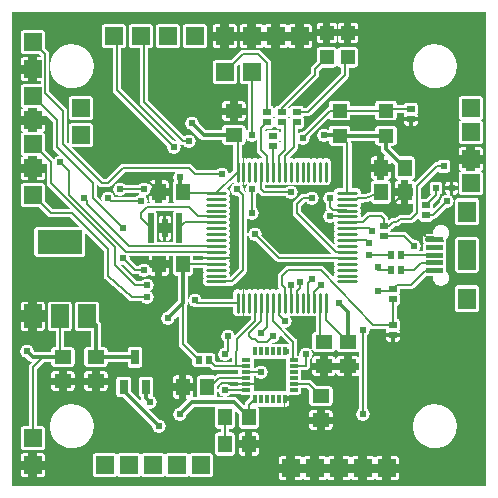
<source format=gtl>
G04 ---------------------------- Layer name :TOP LAYER*
G04 EasyEDA v5.8.20, Mon, 19 Nov 2018 12:00:09 GMT*
G04 c1adaa7c60de435bb68341a8a3b3a182*
G04 Gerber Generator version 0.2*
G04 Scale: 100 percent, Rotated: No, Reflected: No *
G04 Dimensions in millimeters *
G04 leading zeros omitted , absolute positions ,3 integer and 3 decimal *
%FSLAX33Y33*%
%MOMM*%
G90*
G71D02*

%ADD11C,0.200000*%
%ADD12C,0.354999*%
%ADD13C,0.280010*%
%ADD14C,0.619760*%
%ADD15C,0.620014*%
%ADD16R,1.160018X1.469898*%
%ADD17R,1.469898X1.160018*%
%ADD18R,1.499870X1.800098*%
%ADD19R,1.499870X2.499868*%
%ADD20R,3.799992X1.999996*%
%ADD21R,1.499997X1.999996*%
%ADD22R,0.599948X0.649986*%
%ADD23R,0.649986X0.599948*%
%ADD24R,1.198880X1.198880*%
%ADD25R,0.699999X1.250010*%
%ADD26R,0.499999X2.499995*%
%ADD27R,1.300480X1.150620*%
%ADD28R,0.550012X0.599948*%
%ADD29R,0.299720X0.800100*%
%ADD30R,0.800100X0.299720*%
%ADD31R,0.499999X1.599997*%
%ADD32R,1.524000X1.524000*%

%LPD*%
G36*
G01X40132Y0D02*
G01X0Y0D01*
G01X0Y40132D01*
G01X40132Y40132D01*
G01X40132Y0D01*
G37*

%LPC*%
G36*
G01X32131Y1143D02*
G01X32131Y508D01*
G01X32512Y508D01*
G01X32522Y508D01*
G01X32532Y508D01*
G01X32543Y509D01*
G01X32553Y511D01*
G01X32564Y513D01*
G01X32574Y515D01*
G01X32584Y518D01*
G01X32594Y521D01*
G01X32604Y525D01*
G01X32614Y529D01*
G01X32623Y533D01*
G01X32632Y538D01*
G01X32642Y543D01*
G01X32650Y549D01*
G01X32659Y555D01*
G01X32668Y561D01*
G01X32676Y568D01*
G01X32684Y575D01*
G01X32691Y582D01*
G01X32698Y589D01*
G01X32705Y597D01*
G01X32712Y605D01*
G01X32718Y614D01*
G01X32724Y623D01*
G01X32730Y631D01*
G01X32735Y641D01*
G01X32740Y650D01*
G01X32744Y659D01*
G01X32748Y669D01*
G01X32752Y679D01*
G01X32755Y689D01*
G01X32758Y699D01*
G01X32760Y709D01*
G01X32762Y720D01*
G01X32764Y730D01*
G01X32765Y741D01*
G01X32765Y751D01*
G01X32766Y762D01*
G01X32766Y1143D01*
G01X32131Y1143D01*
G37*
G36*
G01X30977Y508D02*
G01X30988Y508D01*
G01X31369Y508D01*
G01X31369Y1143D01*
G01X30099Y1143D01*
G01X30099Y508D01*
G01X30480Y508D01*
G01X30490Y508D01*
G01X30500Y508D01*
G01X30511Y509D01*
G01X30521Y511D01*
G01X30532Y513D01*
G01X30542Y515D01*
G01X30552Y518D01*
G01X30562Y521D01*
G01X30572Y525D01*
G01X30582Y529D01*
G01X30591Y533D01*
G01X30600Y538D01*
G01X30610Y543D01*
G01X30618Y549D01*
G01X30627Y555D01*
G01X30636Y561D01*
G01X30644Y568D01*
G01X30652Y575D01*
G01X30659Y582D01*
G01X30666Y589D01*
G01X30673Y597D01*
G01X30680Y605D01*
G01X30686Y614D01*
G01X30692Y623D01*
G01X30698Y631D01*
G01X30703Y641D01*
G01X30708Y650D01*
G01X30712Y659D01*
G01X30716Y669D01*
G01X30720Y679D01*
G01X30723Y689D01*
G01X30726Y699D01*
G01X30728Y709D01*
G01X30730Y720D01*
G01X30732Y730D01*
G01X30733Y741D01*
G01X30733Y751D01*
G01X30734Y762D01*
G01X30734Y751D01*
G01X30734Y741D01*
G01X30735Y730D01*
G01X30737Y720D01*
G01X30739Y709D01*
G01X30741Y699D01*
G01X30744Y689D01*
G01X30747Y679D01*
G01X30751Y669D01*
G01X30755Y659D01*
G01X30759Y650D01*
G01X30764Y641D01*
G01X30769Y631D01*
G01X30775Y623D01*
G01X30781Y614D01*
G01X30787Y605D01*
G01X30794Y597D01*
G01X30801Y589D01*
G01X30808Y582D01*
G01X30815Y575D01*
G01X30823Y568D01*
G01X30831Y561D01*
G01X30840Y555D01*
G01X30849Y549D01*
G01X30857Y543D01*
G01X30867Y538D01*
G01X30876Y533D01*
G01X30885Y529D01*
G01X30895Y525D01*
G01X30905Y521D01*
G01X30915Y518D01*
G01X30925Y515D01*
G01X30935Y513D01*
G01X30946Y511D01*
G01X30956Y509D01*
G01X30967Y508D01*
G01X30977Y508D01*
G37*
G36*
G01X28945Y508D02*
G01X28956Y508D01*
G01X29337Y508D01*
G01X29337Y1143D01*
G01X28067Y1143D01*
G01X28067Y508D01*
G01X28448Y508D01*
G01X28458Y508D01*
G01X28468Y508D01*
G01X28479Y509D01*
G01X28489Y511D01*
G01X28500Y513D01*
G01X28510Y515D01*
G01X28520Y518D01*
G01X28530Y521D01*
G01X28540Y525D01*
G01X28550Y529D01*
G01X28559Y533D01*
G01X28568Y538D01*
G01X28578Y543D01*
G01X28586Y549D01*
G01X28595Y555D01*
G01X28604Y561D01*
G01X28612Y568D01*
G01X28620Y575D01*
G01X28627Y582D01*
G01X28634Y589D01*
G01X28641Y597D01*
G01X28648Y605D01*
G01X28654Y614D01*
G01X28660Y623D01*
G01X28666Y631D01*
G01X28671Y641D01*
G01X28676Y650D01*
G01X28680Y659D01*
G01X28684Y669D01*
G01X28688Y679D01*
G01X28691Y689D01*
G01X28694Y699D01*
G01X28696Y709D01*
G01X28698Y720D01*
G01X28700Y730D01*
G01X28701Y741D01*
G01X28701Y751D01*
G01X28702Y762D01*
G01X28702Y751D01*
G01X28702Y741D01*
G01X28703Y730D01*
G01X28705Y720D01*
G01X28707Y709D01*
G01X28709Y699D01*
G01X28712Y689D01*
G01X28715Y679D01*
G01X28719Y669D01*
G01X28723Y659D01*
G01X28727Y650D01*
G01X28732Y641D01*
G01X28737Y631D01*
G01X28743Y623D01*
G01X28749Y614D01*
G01X28755Y605D01*
G01X28762Y597D01*
G01X28769Y589D01*
G01X28776Y582D01*
G01X28783Y575D01*
G01X28791Y568D01*
G01X28799Y561D01*
G01X28808Y555D01*
G01X28817Y549D01*
G01X28825Y543D01*
G01X28835Y538D01*
G01X28844Y533D01*
G01X28853Y529D01*
G01X28863Y525D01*
G01X28873Y521D01*
G01X28883Y518D01*
G01X28893Y515D01*
G01X28903Y513D01*
G01X28914Y511D01*
G01X28924Y509D01*
G01X28935Y508D01*
G01X28945Y508D01*
G37*
G36*
G01X26913Y508D02*
G01X26924Y508D01*
G01X27305Y508D01*
G01X27305Y1143D01*
G01X26035Y1143D01*
G01X26035Y508D01*
G01X26416Y508D01*
G01X26426Y508D01*
G01X26436Y508D01*
G01X26447Y509D01*
G01X26457Y511D01*
G01X26468Y513D01*
G01X26478Y515D01*
G01X26488Y518D01*
G01X26498Y521D01*
G01X26508Y525D01*
G01X26518Y529D01*
G01X26527Y533D01*
G01X26536Y538D01*
G01X26546Y543D01*
G01X26554Y549D01*
G01X26563Y555D01*
G01X26572Y561D01*
G01X26580Y568D01*
G01X26588Y575D01*
G01X26595Y582D01*
G01X26602Y589D01*
G01X26609Y597D01*
G01X26616Y605D01*
G01X26622Y614D01*
G01X26628Y623D01*
G01X26634Y631D01*
G01X26639Y641D01*
G01X26644Y650D01*
G01X26648Y659D01*
G01X26652Y669D01*
G01X26656Y679D01*
G01X26659Y689D01*
G01X26662Y699D01*
G01X26664Y709D01*
G01X26666Y720D01*
G01X26668Y730D01*
G01X26669Y741D01*
G01X26669Y751D01*
G01X26670Y762D01*
G01X26670Y751D01*
G01X26670Y741D01*
G01X26671Y730D01*
G01X26673Y720D01*
G01X26675Y709D01*
G01X26677Y699D01*
G01X26680Y689D01*
G01X26683Y679D01*
G01X26687Y669D01*
G01X26691Y659D01*
G01X26695Y650D01*
G01X26700Y641D01*
G01X26705Y631D01*
G01X26711Y623D01*
G01X26717Y614D01*
G01X26723Y605D01*
G01X26730Y597D01*
G01X26737Y589D01*
G01X26744Y582D01*
G01X26751Y575D01*
G01X26759Y568D01*
G01X26767Y561D01*
G01X26776Y555D01*
G01X26785Y549D01*
G01X26793Y543D01*
G01X26803Y538D01*
G01X26812Y533D01*
G01X26821Y529D01*
G01X26831Y525D01*
G01X26841Y521D01*
G01X26851Y518D01*
G01X26861Y515D01*
G01X26871Y513D01*
G01X26882Y511D01*
G01X26892Y509D01*
G01X26903Y508D01*
G01X26913Y508D01*
G37*
G36*
G01X24881Y508D02*
G01X24892Y508D01*
G01X25273Y508D01*
G01X25273Y1143D01*
G01X24003Y1143D01*
G01X24003Y508D01*
G01X24384Y508D01*
G01X24394Y508D01*
G01X24404Y508D01*
G01X24415Y509D01*
G01X24425Y511D01*
G01X24436Y513D01*
G01X24446Y515D01*
G01X24456Y518D01*
G01X24466Y521D01*
G01X24476Y525D01*
G01X24486Y529D01*
G01X24495Y533D01*
G01X24504Y538D01*
G01X24514Y543D01*
G01X24522Y549D01*
G01X24531Y555D01*
G01X24540Y561D01*
G01X24548Y568D01*
G01X24556Y575D01*
G01X24563Y582D01*
G01X24570Y589D01*
G01X24577Y597D01*
G01X24584Y605D01*
G01X24590Y614D01*
G01X24596Y623D01*
G01X24602Y631D01*
G01X24607Y641D01*
G01X24612Y650D01*
G01X24616Y659D01*
G01X24620Y669D01*
G01X24624Y679D01*
G01X24627Y689D01*
G01X24630Y699D01*
G01X24632Y709D01*
G01X24634Y720D01*
G01X24636Y730D01*
G01X24637Y741D01*
G01X24637Y751D01*
G01X24638Y762D01*
G01X24638Y751D01*
G01X24638Y741D01*
G01X24639Y730D01*
G01X24641Y720D01*
G01X24643Y709D01*
G01X24645Y699D01*
G01X24648Y689D01*
G01X24651Y679D01*
G01X24655Y669D01*
G01X24659Y659D01*
G01X24663Y650D01*
G01X24668Y641D01*
G01X24673Y631D01*
G01X24679Y623D01*
G01X24685Y614D01*
G01X24691Y605D01*
G01X24698Y597D01*
G01X24705Y589D01*
G01X24712Y582D01*
G01X24719Y575D01*
G01X24727Y568D01*
G01X24735Y561D01*
G01X24744Y555D01*
G01X24753Y549D01*
G01X24761Y543D01*
G01X24771Y538D01*
G01X24780Y533D01*
G01X24789Y529D01*
G01X24799Y525D01*
G01X24809Y521D01*
G01X24819Y518D01*
G01X24829Y515D01*
G01X24839Y513D01*
G01X24850Y511D01*
G01X24860Y509D01*
G01X24871Y508D01*
G01X24881Y508D01*
G37*
G36*
G01X22849Y508D02*
G01X22860Y508D01*
G01X23241Y508D01*
G01X23241Y1143D01*
G01X22606Y1143D01*
G01X22606Y762D01*
G01X22606Y751D01*
G01X22606Y741D01*
G01X22607Y730D01*
G01X22609Y720D01*
G01X22611Y709D01*
G01X22613Y699D01*
G01X22616Y689D01*
G01X22619Y679D01*
G01X22623Y669D01*
G01X22627Y659D01*
G01X22631Y650D01*
G01X22636Y641D01*
G01X22641Y631D01*
G01X22647Y623D01*
G01X22653Y614D01*
G01X22659Y605D01*
G01X22666Y597D01*
G01X22673Y589D01*
G01X22680Y582D01*
G01X22687Y575D01*
G01X22695Y568D01*
G01X22703Y561D01*
G01X22712Y555D01*
G01X22721Y549D01*
G01X22729Y543D01*
G01X22739Y538D01*
G01X22748Y533D01*
G01X22757Y529D01*
G01X22767Y525D01*
G01X22777Y521D01*
G01X22787Y518D01*
G01X22797Y515D01*
G01X22807Y513D01*
G01X22818Y511D01*
G01X22828Y509D01*
G01X22839Y508D01*
G01X22849Y508D01*
G37*
G36*
G01X2159Y1397D02*
G01X2159Y762D01*
G01X2540Y762D01*
G01X2550Y762D01*
G01X2560Y762D01*
G01X2571Y763D01*
G01X2581Y765D01*
G01X2592Y767D01*
G01X2602Y769D01*
G01X2612Y772D01*
G01X2622Y775D01*
G01X2632Y779D01*
G01X2642Y783D01*
G01X2651Y787D01*
G01X2660Y792D01*
G01X2670Y797D01*
G01X2678Y803D01*
G01X2687Y809D01*
G01X2696Y815D01*
G01X2704Y822D01*
G01X2712Y829D01*
G01X2719Y836D01*
G01X2726Y843D01*
G01X2733Y851D01*
G01X2740Y859D01*
G01X2746Y868D01*
G01X2752Y877D01*
G01X2758Y885D01*
G01X2763Y895D01*
G01X2768Y904D01*
G01X2772Y913D01*
G01X2776Y923D01*
G01X2780Y933D01*
G01X2783Y943D01*
G01X2786Y953D01*
G01X2788Y963D01*
G01X2790Y974D01*
G01X2792Y984D01*
G01X2793Y995D01*
G01X2793Y1005D01*
G01X2794Y1016D01*
G01X2794Y1397D01*
G01X2159Y1397D01*
G37*
G36*
G01X1005Y762D02*
G01X1016Y762D01*
G01X1397Y762D01*
G01X1397Y1397D01*
G01X762Y1397D01*
G01X762Y1016D01*
G01X762Y1005D01*
G01X762Y995D01*
G01X763Y984D01*
G01X765Y974D01*
G01X767Y963D01*
G01X769Y953D01*
G01X772Y943D01*
G01X775Y933D01*
G01X779Y923D01*
G01X783Y913D01*
G01X787Y904D01*
G01X792Y895D01*
G01X797Y885D01*
G01X803Y877D01*
G01X809Y868D01*
G01X815Y859D01*
G01X822Y851D01*
G01X829Y843D01*
G01X836Y836D01*
G01X843Y829D01*
G01X851Y822D01*
G01X859Y815D01*
G01X868Y809D01*
G01X877Y803D01*
G01X885Y797D01*
G01X895Y792D01*
G01X904Y787D01*
G01X913Y783D01*
G01X923Y779D01*
G01X933Y775D01*
G01X943Y772D01*
G01X953Y769D01*
G01X963Y767D01*
G01X974Y765D01*
G01X984Y763D01*
G01X995Y762D01*
G01X1005Y762D01*
G37*
G36*
G01X15229Y762D02*
G01X15240Y762D01*
G01X16764Y762D01*
G01X16774Y762D01*
G01X16784Y762D01*
G01X16795Y763D01*
G01X16805Y765D01*
G01X16816Y767D01*
G01X16826Y769D01*
G01X16836Y772D01*
G01X16846Y775D01*
G01X16856Y779D01*
G01X16866Y783D01*
G01X16875Y787D01*
G01X16884Y792D01*
G01X16894Y797D01*
G01X16902Y803D01*
G01X16911Y809D01*
G01X16920Y815D01*
G01X16928Y822D01*
G01X16936Y829D01*
G01X16943Y836D01*
G01X16950Y843D01*
G01X16957Y851D01*
G01X16964Y859D01*
G01X16970Y868D01*
G01X16976Y877D01*
G01X16982Y885D01*
G01X16987Y895D01*
G01X16992Y904D01*
G01X16996Y913D01*
G01X17000Y923D01*
G01X17004Y933D01*
G01X17007Y943D01*
G01X17010Y953D01*
G01X17012Y963D01*
G01X17014Y974D01*
G01X17016Y984D01*
G01X17017Y995D01*
G01X17017Y1005D01*
G01X17018Y1016D01*
G01X17018Y2540D01*
G01X17017Y2550D01*
G01X17017Y2560D01*
G01X17016Y2571D01*
G01X17014Y2581D01*
G01X17012Y2592D01*
G01X17010Y2602D01*
G01X17007Y2612D01*
G01X17004Y2622D01*
G01X17000Y2632D01*
G01X16996Y2642D01*
G01X16992Y2651D01*
G01X16987Y2660D01*
G01X16982Y2670D01*
G01X16976Y2678D01*
G01X16970Y2687D01*
G01X16964Y2696D01*
G01X16957Y2704D01*
G01X16950Y2712D01*
G01X16943Y2719D01*
G01X16936Y2726D01*
G01X16928Y2733D01*
G01X16920Y2740D01*
G01X16911Y2746D01*
G01X16902Y2752D01*
G01X16894Y2758D01*
G01X16884Y2763D01*
G01X16875Y2768D01*
G01X16866Y2772D01*
G01X16856Y2776D01*
G01X16846Y2780D01*
G01X16836Y2783D01*
G01X16826Y2786D01*
G01X16816Y2788D01*
G01X16805Y2790D01*
G01X16795Y2792D01*
G01X16784Y2793D01*
G01X16774Y2793D01*
G01X16764Y2794D01*
G01X15240Y2794D01*
G01X15229Y2793D01*
G01X15219Y2793D01*
G01X15208Y2792D01*
G01X15198Y2790D01*
G01X15187Y2788D01*
G01X15177Y2786D01*
G01X15167Y2783D01*
G01X15157Y2780D01*
G01X15147Y2776D01*
G01X15137Y2772D01*
G01X15128Y2768D01*
G01X15119Y2763D01*
G01X15109Y2758D01*
G01X15101Y2752D01*
G01X15092Y2746D01*
G01X15083Y2740D01*
G01X15075Y2733D01*
G01X15067Y2726D01*
G01X15060Y2719D01*
G01X15053Y2712D01*
G01X15046Y2704D01*
G01X15039Y2696D01*
G01X15033Y2687D01*
G01X15027Y2678D01*
G01X15021Y2670D01*
G01X15016Y2660D01*
G01X15011Y2651D01*
G01X15007Y2642D01*
G01X15003Y2632D01*
G01X14999Y2622D01*
G01X14996Y2612D01*
G01X14993Y2602D01*
G01X14991Y2592D01*
G01X14989Y2581D01*
G01X14987Y2571D01*
G01X14986Y2560D01*
G01X14986Y2550D01*
G01X14986Y2540D01*
G01X14985Y2550D01*
G01X14985Y2560D01*
G01X14984Y2571D01*
G01X14982Y2581D01*
G01X14980Y2592D01*
G01X14978Y2602D01*
G01X14975Y2612D01*
G01X14972Y2622D01*
G01X14968Y2632D01*
G01X14964Y2642D01*
G01X14960Y2651D01*
G01X14955Y2660D01*
G01X14950Y2670D01*
G01X14944Y2678D01*
G01X14938Y2687D01*
G01X14932Y2696D01*
G01X14925Y2704D01*
G01X14918Y2712D01*
G01X14911Y2719D01*
G01X14904Y2726D01*
G01X14896Y2733D01*
G01X14888Y2740D01*
G01X14879Y2746D01*
G01X14870Y2752D01*
G01X14862Y2758D01*
G01X14852Y2763D01*
G01X14843Y2768D01*
G01X14834Y2772D01*
G01X14824Y2776D01*
G01X14814Y2780D01*
G01X14804Y2783D01*
G01X14794Y2786D01*
G01X14784Y2788D01*
G01X14773Y2790D01*
G01X14763Y2792D01*
G01X14752Y2793D01*
G01X14742Y2793D01*
G01X14732Y2794D01*
G01X13208Y2794D01*
G01X13197Y2793D01*
G01X13187Y2793D01*
G01X13176Y2792D01*
G01X13166Y2790D01*
G01X13155Y2788D01*
G01X13145Y2786D01*
G01X13135Y2783D01*
G01X13125Y2780D01*
G01X13115Y2776D01*
G01X13105Y2772D01*
G01X13096Y2768D01*
G01X13087Y2763D01*
G01X13077Y2758D01*
G01X13069Y2752D01*
G01X13060Y2746D01*
G01X13051Y2740D01*
G01X13043Y2733D01*
G01X13035Y2726D01*
G01X13028Y2719D01*
G01X13021Y2712D01*
G01X13014Y2704D01*
G01X13007Y2696D01*
G01X13001Y2687D01*
G01X12995Y2678D01*
G01X12989Y2670D01*
G01X12984Y2660D01*
G01X12979Y2651D01*
G01X12975Y2642D01*
G01X12971Y2632D01*
G01X12967Y2622D01*
G01X12964Y2612D01*
G01X12961Y2602D01*
G01X12959Y2592D01*
G01X12957Y2581D01*
G01X12955Y2571D01*
G01X12954Y2560D01*
G01X12954Y2550D01*
G01X12954Y2540D01*
G01X12953Y2550D01*
G01X12953Y2560D01*
G01X12952Y2571D01*
G01X12950Y2581D01*
G01X12948Y2592D01*
G01X12946Y2602D01*
G01X12943Y2612D01*
G01X12940Y2622D01*
G01X12936Y2632D01*
G01X12932Y2642D01*
G01X12928Y2651D01*
G01X12923Y2660D01*
G01X12918Y2670D01*
G01X12912Y2678D01*
G01X12906Y2687D01*
G01X12900Y2696D01*
G01X12893Y2704D01*
G01X12886Y2712D01*
G01X12879Y2719D01*
G01X12872Y2726D01*
G01X12864Y2733D01*
G01X12856Y2740D01*
G01X12847Y2746D01*
G01X12838Y2752D01*
G01X12830Y2758D01*
G01X12820Y2763D01*
G01X12811Y2768D01*
G01X12802Y2772D01*
G01X12792Y2776D01*
G01X12782Y2780D01*
G01X12772Y2783D01*
G01X12762Y2786D01*
G01X12752Y2788D01*
G01X12741Y2790D01*
G01X12731Y2792D01*
G01X12720Y2793D01*
G01X12710Y2793D01*
G01X12700Y2794D01*
G01X11176Y2794D01*
G01X11165Y2793D01*
G01X11155Y2793D01*
G01X11144Y2792D01*
G01X11134Y2790D01*
G01X11123Y2788D01*
G01X11113Y2786D01*
G01X11103Y2783D01*
G01X11093Y2780D01*
G01X11083Y2776D01*
G01X11073Y2772D01*
G01X11064Y2768D01*
G01X11055Y2763D01*
G01X11045Y2758D01*
G01X11037Y2752D01*
G01X11028Y2746D01*
G01X11019Y2740D01*
G01X11011Y2733D01*
G01X11003Y2726D01*
G01X10996Y2719D01*
G01X10989Y2712D01*
G01X10982Y2704D01*
G01X10975Y2696D01*
G01X10969Y2687D01*
G01X10963Y2678D01*
G01X10957Y2670D01*
G01X10952Y2660D01*
G01X10947Y2651D01*
G01X10943Y2642D01*
G01X10939Y2632D01*
G01X10935Y2622D01*
G01X10932Y2612D01*
G01X10929Y2602D01*
G01X10927Y2592D01*
G01X10925Y2581D01*
G01X10923Y2571D01*
G01X10922Y2560D01*
G01X10922Y2550D01*
G01X10922Y2540D01*
G01X10921Y2550D01*
G01X10921Y2560D01*
G01X10920Y2571D01*
G01X10918Y2581D01*
G01X10916Y2592D01*
G01X10914Y2602D01*
G01X10911Y2612D01*
G01X10908Y2622D01*
G01X10904Y2632D01*
G01X10900Y2642D01*
G01X10896Y2651D01*
G01X10891Y2660D01*
G01X10886Y2670D01*
G01X10880Y2678D01*
G01X10874Y2687D01*
G01X10868Y2696D01*
G01X10861Y2704D01*
G01X10854Y2712D01*
G01X10847Y2719D01*
G01X10840Y2726D01*
G01X10832Y2733D01*
G01X10824Y2740D01*
G01X10815Y2746D01*
G01X10806Y2752D01*
G01X10798Y2758D01*
G01X10788Y2763D01*
G01X10779Y2768D01*
G01X10770Y2772D01*
G01X10760Y2776D01*
G01X10750Y2780D01*
G01X10740Y2783D01*
G01X10730Y2786D01*
G01X10720Y2788D01*
G01X10709Y2790D01*
G01X10699Y2792D01*
G01X10688Y2793D01*
G01X10678Y2793D01*
G01X10668Y2794D01*
G01X9144Y2794D01*
G01X9133Y2793D01*
G01X9123Y2793D01*
G01X9112Y2792D01*
G01X9102Y2790D01*
G01X9091Y2788D01*
G01X9081Y2786D01*
G01X9071Y2783D01*
G01X9061Y2780D01*
G01X9051Y2776D01*
G01X9041Y2772D01*
G01X9032Y2768D01*
G01X9023Y2763D01*
G01X9013Y2758D01*
G01X9005Y2752D01*
G01X8996Y2746D01*
G01X8987Y2740D01*
G01X8979Y2733D01*
G01X8971Y2726D01*
G01X8964Y2719D01*
G01X8957Y2712D01*
G01X8950Y2704D01*
G01X8943Y2696D01*
G01X8937Y2687D01*
G01X8931Y2678D01*
G01X8925Y2670D01*
G01X8920Y2660D01*
G01X8915Y2651D01*
G01X8911Y2642D01*
G01X8907Y2632D01*
G01X8903Y2622D01*
G01X8900Y2612D01*
G01X8897Y2602D01*
G01X8895Y2592D01*
G01X8893Y2581D01*
G01X8891Y2571D01*
G01X8890Y2560D01*
G01X8890Y2550D01*
G01X8890Y2540D01*
G01X8889Y2550D01*
G01X8889Y2560D01*
G01X8888Y2571D01*
G01X8886Y2581D01*
G01X8884Y2592D01*
G01X8882Y2602D01*
G01X8879Y2612D01*
G01X8876Y2622D01*
G01X8872Y2632D01*
G01X8868Y2642D01*
G01X8864Y2651D01*
G01X8859Y2660D01*
G01X8854Y2670D01*
G01X8848Y2678D01*
G01X8842Y2687D01*
G01X8836Y2696D01*
G01X8829Y2704D01*
G01X8822Y2712D01*
G01X8815Y2719D01*
G01X8808Y2726D01*
G01X8800Y2733D01*
G01X8792Y2740D01*
G01X8783Y2746D01*
G01X8774Y2752D01*
G01X8766Y2758D01*
G01X8756Y2763D01*
G01X8747Y2768D01*
G01X8738Y2772D01*
G01X8728Y2776D01*
G01X8718Y2780D01*
G01X8708Y2783D01*
G01X8698Y2786D01*
G01X8688Y2788D01*
G01X8677Y2790D01*
G01X8667Y2792D01*
G01X8656Y2793D01*
G01X8646Y2793D01*
G01X8636Y2794D01*
G01X7112Y2794D01*
G01X7101Y2793D01*
G01X7091Y2793D01*
G01X7080Y2792D01*
G01X7070Y2790D01*
G01X7059Y2788D01*
G01X7049Y2786D01*
G01X7039Y2783D01*
G01X7029Y2780D01*
G01X7019Y2776D01*
G01X7009Y2772D01*
G01X7000Y2768D01*
G01X6991Y2763D01*
G01X6981Y2758D01*
G01X6973Y2752D01*
G01X6964Y2746D01*
G01X6955Y2740D01*
G01X6947Y2733D01*
G01X6939Y2726D01*
G01X6932Y2719D01*
G01X6925Y2712D01*
G01X6918Y2704D01*
G01X6911Y2696D01*
G01X6905Y2687D01*
G01X6899Y2678D01*
G01X6893Y2670D01*
G01X6888Y2660D01*
G01X6883Y2651D01*
G01X6879Y2642D01*
G01X6875Y2632D01*
G01X6871Y2622D01*
G01X6868Y2612D01*
G01X6865Y2602D01*
G01X6863Y2592D01*
G01X6861Y2581D01*
G01X6859Y2571D01*
G01X6858Y2560D01*
G01X6858Y2550D01*
G01X6858Y2540D01*
G01X6858Y1016D01*
G01X6858Y1005D01*
G01X6858Y995D01*
G01X6859Y984D01*
G01X6861Y974D01*
G01X6863Y963D01*
G01X6865Y953D01*
G01X6868Y943D01*
G01X6871Y933D01*
G01X6875Y923D01*
G01X6879Y913D01*
G01X6883Y904D01*
G01X6888Y895D01*
G01X6893Y885D01*
G01X6899Y877D01*
G01X6905Y868D01*
G01X6911Y859D01*
G01X6918Y851D01*
G01X6925Y843D01*
G01X6932Y836D01*
G01X6939Y829D01*
G01X6947Y822D01*
G01X6955Y815D01*
G01X6964Y809D01*
G01X6973Y803D01*
G01X6981Y797D01*
G01X6991Y792D01*
G01X7000Y787D01*
G01X7009Y783D01*
G01X7019Y779D01*
G01X7029Y775D01*
G01X7039Y772D01*
G01X7049Y769D01*
G01X7059Y767D01*
G01X7070Y765D01*
G01X7080Y763D01*
G01X7091Y762D01*
G01X7101Y762D01*
G01X7112Y762D01*
G01X8636Y762D01*
G01X8646Y762D01*
G01X8656Y762D01*
G01X8667Y763D01*
G01X8677Y765D01*
G01X8688Y767D01*
G01X8698Y769D01*
G01X8708Y772D01*
G01X8718Y775D01*
G01X8728Y779D01*
G01X8738Y783D01*
G01X8747Y787D01*
G01X8756Y792D01*
G01X8766Y797D01*
G01X8774Y803D01*
G01X8783Y809D01*
G01X8792Y815D01*
G01X8800Y822D01*
G01X8808Y829D01*
G01X8815Y836D01*
G01X8822Y843D01*
G01X8829Y851D01*
G01X8836Y859D01*
G01X8842Y868D01*
G01X8848Y877D01*
G01X8854Y885D01*
G01X8859Y895D01*
G01X8864Y904D01*
G01X8868Y913D01*
G01X8872Y923D01*
G01X8876Y933D01*
G01X8879Y943D01*
G01X8882Y953D01*
G01X8884Y963D01*
G01X8886Y974D01*
G01X8888Y984D01*
G01X8889Y995D01*
G01X8889Y1005D01*
G01X8890Y1016D01*
G01X8890Y1005D01*
G01X8890Y995D01*
G01X8891Y984D01*
G01X8893Y974D01*
G01X8895Y963D01*
G01X8897Y953D01*
G01X8900Y943D01*
G01X8903Y933D01*
G01X8907Y923D01*
G01X8911Y913D01*
G01X8915Y904D01*
G01X8920Y895D01*
G01X8925Y885D01*
G01X8931Y877D01*
G01X8937Y868D01*
G01X8943Y859D01*
G01X8950Y851D01*
G01X8957Y843D01*
G01X8964Y836D01*
G01X8971Y829D01*
G01X8979Y822D01*
G01X8987Y815D01*
G01X8996Y809D01*
G01X9005Y803D01*
G01X9013Y797D01*
G01X9023Y792D01*
G01X9032Y787D01*
G01X9041Y783D01*
G01X9051Y779D01*
G01X9061Y775D01*
G01X9071Y772D01*
G01X9081Y769D01*
G01X9091Y767D01*
G01X9102Y765D01*
G01X9112Y763D01*
G01X9123Y762D01*
G01X9133Y762D01*
G01X9144Y762D01*
G01X10668Y762D01*
G01X10678Y762D01*
G01X10688Y762D01*
G01X10699Y763D01*
G01X10709Y765D01*
G01X10720Y767D01*
G01X10730Y769D01*
G01X10740Y772D01*
G01X10750Y775D01*
G01X10760Y779D01*
G01X10770Y783D01*
G01X10779Y787D01*
G01X10788Y792D01*
G01X10798Y797D01*
G01X10806Y803D01*
G01X10815Y809D01*
G01X10824Y815D01*
G01X10832Y822D01*
G01X10840Y829D01*
G01X10847Y836D01*
G01X10854Y843D01*
G01X10861Y851D01*
G01X10868Y859D01*
G01X10874Y868D01*
G01X10880Y877D01*
G01X10886Y885D01*
G01X10891Y895D01*
G01X10896Y904D01*
G01X10900Y913D01*
G01X10904Y923D01*
G01X10908Y933D01*
G01X10911Y943D01*
G01X10914Y953D01*
G01X10916Y963D01*
G01X10918Y974D01*
G01X10920Y984D01*
G01X10921Y995D01*
G01X10921Y1005D01*
G01X10922Y1016D01*
G01X10922Y1005D01*
G01X10922Y995D01*
G01X10923Y984D01*
G01X10925Y974D01*
G01X10927Y963D01*
G01X10929Y953D01*
G01X10932Y943D01*
G01X10935Y933D01*
G01X10939Y923D01*
G01X10943Y913D01*
G01X10947Y904D01*
G01X10952Y895D01*
G01X10957Y885D01*
G01X10963Y877D01*
G01X10969Y868D01*
G01X10975Y859D01*
G01X10982Y851D01*
G01X10989Y843D01*
G01X10996Y836D01*
G01X11003Y829D01*
G01X11011Y822D01*
G01X11019Y815D01*
G01X11028Y809D01*
G01X11037Y803D01*
G01X11045Y797D01*
G01X11055Y792D01*
G01X11064Y787D01*
G01X11073Y783D01*
G01X11083Y779D01*
G01X11093Y775D01*
G01X11103Y772D01*
G01X11113Y769D01*
G01X11123Y767D01*
G01X11134Y765D01*
G01X11144Y763D01*
G01X11155Y762D01*
G01X11165Y762D01*
G01X11176Y762D01*
G01X12700Y762D01*
G01X12710Y762D01*
G01X12720Y762D01*
G01X12731Y763D01*
G01X12741Y765D01*
G01X12752Y767D01*
G01X12762Y769D01*
G01X12772Y772D01*
G01X12782Y775D01*
G01X12792Y779D01*
G01X12802Y783D01*
G01X12811Y787D01*
G01X12820Y792D01*
G01X12830Y797D01*
G01X12838Y803D01*
G01X12847Y809D01*
G01X12856Y815D01*
G01X12864Y822D01*
G01X12872Y829D01*
G01X12879Y836D01*
G01X12886Y843D01*
G01X12893Y851D01*
G01X12900Y859D01*
G01X12906Y868D01*
G01X12912Y877D01*
G01X12918Y885D01*
G01X12923Y895D01*
G01X12928Y904D01*
G01X12932Y913D01*
G01X12936Y923D01*
G01X12940Y933D01*
G01X12943Y943D01*
G01X12946Y953D01*
G01X12948Y963D01*
G01X12950Y974D01*
G01X12952Y984D01*
G01X12953Y995D01*
G01X12953Y1005D01*
G01X12954Y1016D01*
G01X12954Y1005D01*
G01X12954Y995D01*
G01X12955Y984D01*
G01X12957Y974D01*
G01X12959Y963D01*
G01X12961Y953D01*
G01X12964Y943D01*
G01X12967Y933D01*
G01X12971Y923D01*
G01X12975Y913D01*
G01X12979Y904D01*
G01X12984Y895D01*
G01X12989Y885D01*
G01X12995Y877D01*
G01X13001Y868D01*
G01X13007Y859D01*
G01X13014Y851D01*
G01X13021Y843D01*
G01X13028Y836D01*
G01X13035Y829D01*
G01X13043Y822D01*
G01X13051Y815D01*
G01X13060Y809D01*
G01X13069Y803D01*
G01X13077Y797D01*
G01X13087Y792D01*
G01X13096Y787D01*
G01X13105Y783D01*
G01X13115Y779D01*
G01X13125Y775D01*
G01X13135Y772D01*
G01X13145Y769D01*
G01X13155Y767D01*
G01X13166Y765D01*
G01X13176Y763D01*
G01X13187Y762D01*
G01X13197Y762D01*
G01X13208Y762D01*
G01X14732Y762D01*
G01X14742Y762D01*
G01X14752Y762D01*
G01X14763Y763D01*
G01X14773Y765D01*
G01X14784Y767D01*
G01X14794Y769D01*
G01X14804Y772D01*
G01X14814Y775D01*
G01X14824Y779D01*
G01X14834Y783D01*
G01X14843Y787D01*
G01X14852Y792D01*
G01X14862Y797D01*
G01X14870Y803D01*
G01X14879Y809D01*
G01X14888Y815D01*
G01X14896Y822D01*
G01X14904Y829D01*
G01X14911Y836D01*
G01X14918Y843D01*
G01X14925Y851D01*
G01X14932Y859D01*
G01X14938Y868D01*
G01X14944Y877D01*
G01X14950Y885D01*
G01X14955Y895D01*
G01X14960Y904D01*
G01X14964Y913D01*
G01X14968Y923D01*
G01X14972Y933D01*
G01X14975Y943D01*
G01X14978Y953D01*
G01X14980Y963D01*
G01X14982Y974D01*
G01X14984Y984D01*
G01X14985Y995D01*
G01X14985Y1005D01*
G01X14986Y1016D01*
G01X14986Y1005D01*
G01X14986Y995D01*
G01X14987Y984D01*
G01X14989Y974D01*
G01X14991Y963D01*
G01X14993Y953D01*
G01X14996Y943D01*
G01X14999Y933D01*
G01X15003Y923D01*
G01X15007Y913D01*
G01X15011Y904D01*
G01X15016Y895D01*
G01X15021Y885D01*
G01X15027Y877D01*
G01X15033Y868D01*
G01X15039Y859D01*
G01X15046Y851D01*
G01X15053Y843D01*
G01X15060Y836D01*
G01X15067Y829D01*
G01X15075Y822D01*
G01X15083Y815D01*
G01X15092Y809D01*
G01X15101Y803D01*
G01X15109Y797D01*
G01X15119Y792D01*
G01X15128Y787D01*
G01X15137Y783D01*
G01X15147Y779D01*
G01X15157Y775D01*
G01X15167Y772D01*
G01X15177Y769D01*
G01X15187Y767D01*
G01X15198Y765D01*
G01X15208Y763D01*
G01X15219Y762D01*
G01X15229Y762D01*
G37*
G36*
G01X32131Y2540D02*
G01X32131Y1905D01*
G01X32766Y1905D01*
G01X32766Y2286D01*
G01X32765Y2296D01*
G01X32765Y2306D01*
G01X32764Y2317D01*
G01X32762Y2327D01*
G01X32760Y2338D01*
G01X32758Y2348D01*
G01X32755Y2358D01*
G01X32752Y2368D01*
G01X32748Y2378D01*
G01X32744Y2388D01*
G01X32740Y2397D01*
G01X32735Y2406D01*
G01X32730Y2416D01*
G01X32724Y2424D01*
G01X32718Y2433D01*
G01X32712Y2442D01*
G01X32705Y2450D01*
G01X32698Y2458D01*
G01X32691Y2465D01*
G01X32684Y2472D01*
G01X32676Y2479D01*
G01X32668Y2486D01*
G01X32659Y2492D01*
G01X32650Y2498D01*
G01X32642Y2504D01*
G01X32632Y2509D01*
G01X32623Y2514D01*
G01X32614Y2518D01*
G01X32604Y2522D01*
G01X32594Y2526D01*
G01X32584Y2529D01*
G01X32574Y2532D01*
G01X32564Y2534D01*
G01X32553Y2536D01*
G01X32543Y2538D01*
G01X32532Y2539D01*
G01X32522Y2539D01*
G01X32512Y2540D01*
G01X32131Y2540D01*
G37*
G36*
G01X30099Y2540D02*
G01X30099Y1905D01*
G01X31369Y1905D01*
G01X31369Y2540D01*
G01X30988Y2540D01*
G01X30977Y2539D01*
G01X30967Y2539D01*
G01X30956Y2538D01*
G01X30946Y2536D01*
G01X30935Y2534D01*
G01X30925Y2532D01*
G01X30915Y2529D01*
G01X30905Y2526D01*
G01X30895Y2522D01*
G01X30885Y2518D01*
G01X30876Y2514D01*
G01X30867Y2509D01*
G01X30857Y2504D01*
G01X30849Y2498D01*
G01X30840Y2492D01*
G01X30831Y2486D01*
G01X30823Y2479D01*
G01X30815Y2472D01*
G01X30808Y2465D01*
G01X30801Y2458D01*
G01X30794Y2450D01*
G01X30787Y2442D01*
G01X30781Y2433D01*
G01X30775Y2424D01*
G01X30769Y2416D01*
G01X30764Y2406D01*
G01X30759Y2397D01*
G01X30755Y2388D01*
G01X30751Y2378D01*
G01X30747Y2368D01*
G01X30744Y2358D01*
G01X30741Y2348D01*
G01X30739Y2338D01*
G01X30737Y2327D01*
G01X30735Y2317D01*
G01X30734Y2306D01*
G01X30734Y2296D01*
G01X30734Y2286D01*
G01X30733Y2296D01*
G01X30733Y2306D01*
G01X30732Y2317D01*
G01X30730Y2327D01*
G01X30728Y2338D01*
G01X30726Y2348D01*
G01X30723Y2358D01*
G01X30720Y2368D01*
G01X30716Y2378D01*
G01X30712Y2388D01*
G01X30708Y2397D01*
G01X30703Y2406D01*
G01X30698Y2416D01*
G01X30692Y2424D01*
G01X30686Y2433D01*
G01X30680Y2442D01*
G01X30673Y2450D01*
G01X30666Y2458D01*
G01X30659Y2465D01*
G01X30652Y2472D01*
G01X30644Y2479D01*
G01X30636Y2486D01*
G01X30627Y2492D01*
G01X30618Y2498D01*
G01X30610Y2504D01*
G01X30600Y2509D01*
G01X30591Y2514D01*
G01X30582Y2518D01*
G01X30572Y2522D01*
G01X30562Y2526D01*
G01X30552Y2529D01*
G01X30542Y2532D01*
G01X30532Y2534D01*
G01X30521Y2536D01*
G01X30511Y2538D01*
G01X30500Y2539D01*
G01X30490Y2539D01*
G01X30480Y2540D01*
G01X30099Y2540D01*
G37*
G36*
G01X28067Y2540D02*
G01X28067Y1905D01*
G01X29337Y1905D01*
G01X29337Y2540D01*
G01X28956Y2540D01*
G01X28945Y2539D01*
G01X28935Y2539D01*
G01X28924Y2538D01*
G01X28914Y2536D01*
G01X28903Y2534D01*
G01X28893Y2532D01*
G01X28883Y2529D01*
G01X28873Y2526D01*
G01X28863Y2522D01*
G01X28853Y2518D01*
G01X28844Y2514D01*
G01X28835Y2509D01*
G01X28825Y2504D01*
G01X28817Y2498D01*
G01X28808Y2492D01*
G01X28799Y2486D01*
G01X28791Y2479D01*
G01X28783Y2472D01*
G01X28776Y2465D01*
G01X28769Y2458D01*
G01X28762Y2450D01*
G01X28755Y2442D01*
G01X28749Y2433D01*
G01X28743Y2424D01*
G01X28737Y2416D01*
G01X28732Y2406D01*
G01X28727Y2397D01*
G01X28723Y2388D01*
G01X28719Y2378D01*
G01X28715Y2368D01*
G01X28712Y2358D01*
G01X28709Y2348D01*
G01X28707Y2338D01*
G01X28705Y2327D01*
G01X28703Y2317D01*
G01X28702Y2306D01*
G01X28702Y2296D01*
G01X28702Y2286D01*
G01X28701Y2296D01*
G01X28701Y2306D01*
G01X28700Y2317D01*
G01X28698Y2327D01*
G01X28696Y2338D01*
G01X28694Y2348D01*
G01X28691Y2358D01*
G01X28688Y2368D01*
G01X28684Y2378D01*
G01X28680Y2388D01*
G01X28676Y2397D01*
G01X28671Y2406D01*
G01X28666Y2416D01*
G01X28660Y2424D01*
G01X28654Y2433D01*
G01X28648Y2442D01*
G01X28641Y2450D01*
G01X28634Y2458D01*
G01X28627Y2465D01*
G01X28620Y2472D01*
G01X28612Y2479D01*
G01X28604Y2486D01*
G01X28595Y2492D01*
G01X28586Y2498D01*
G01X28578Y2504D01*
G01X28568Y2509D01*
G01X28559Y2514D01*
G01X28550Y2518D01*
G01X28540Y2522D01*
G01X28530Y2526D01*
G01X28520Y2529D01*
G01X28510Y2532D01*
G01X28500Y2534D01*
G01X28489Y2536D01*
G01X28479Y2538D01*
G01X28468Y2539D01*
G01X28458Y2539D01*
G01X28448Y2540D01*
G01X28067Y2540D01*
G37*
G36*
G01X26035Y2540D02*
G01X26035Y1905D01*
G01X27305Y1905D01*
G01X27305Y2540D01*
G01X26924Y2540D01*
G01X26913Y2539D01*
G01X26903Y2539D01*
G01X26892Y2538D01*
G01X26882Y2536D01*
G01X26871Y2534D01*
G01X26861Y2532D01*
G01X26851Y2529D01*
G01X26841Y2526D01*
G01X26831Y2522D01*
G01X26821Y2518D01*
G01X26812Y2514D01*
G01X26803Y2509D01*
G01X26793Y2504D01*
G01X26785Y2498D01*
G01X26776Y2492D01*
G01X26767Y2486D01*
G01X26759Y2479D01*
G01X26751Y2472D01*
G01X26744Y2465D01*
G01X26737Y2458D01*
G01X26730Y2450D01*
G01X26723Y2442D01*
G01X26717Y2433D01*
G01X26711Y2424D01*
G01X26705Y2416D01*
G01X26700Y2406D01*
G01X26695Y2397D01*
G01X26691Y2388D01*
G01X26687Y2378D01*
G01X26683Y2368D01*
G01X26680Y2358D01*
G01X26677Y2348D01*
G01X26675Y2338D01*
G01X26673Y2327D01*
G01X26671Y2317D01*
G01X26670Y2306D01*
G01X26670Y2296D01*
G01X26670Y2286D01*
G01X26669Y2296D01*
G01X26669Y2306D01*
G01X26668Y2317D01*
G01X26666Y2327D01*
G01X26664Y2338D01*
G01X26662Y2348D01*
G01X26659Y2358D01*
G01X26656Y2368D01*
G01X26652Y2378D01*
G01X26648Y2388D01*
G01X26644Y2397D01*
G01X26639Y2406D01*
G01X26634Y2416D01*
G01X26628Y2424D01*
G01X26622Y2433D01*
G01X26616Y2442D01*
G01X26609Y2450D01*
G01X26602Y2458D01*
G01X26595Y2465D01*
G01X26588Y2472D01*
G01X26580Y2479D01*
G01X26572Y2486D01*
G01X26563Y2492D01*
G01X26554Y2498D01*
G01X26546Y2504D01*
G01X26536Y2509D01*
G01X26527Y2514D01*
G01X26518Y2518D01*
G01X26508Y2522D01*
G01X26498Y2526D01*
G01X26488Y2529D01*
G01X26478Y2532D01*
G01X26468Y2534D01*
G01X26457Y2536D01*
G01X26447Y2538D01*
G01X26436Y2539D01*
G01X26426Y2539D01*
G01X26416Y2540D01*
G01X26035Y2540D01*
G37*
G36*
G01X24003Y2540D02*
G01X24003Y1905D01*
G01X25273Y1905D01*
G01X25273Y2540D01*
G01X24892Y2540D01*
G01X24881Y2539D01*
G01X24871Y2539D01*
G01X24860Y2538D01*
G01X24850Y2536D01*
G01X24839Y2534D01*
G01X24829Y2532D01*
G01X24819Y2529D01*
G01X24809Y2526D01*
G01X24799Y2522D01*
G01X24789Y2518D01*
G01X24780Y2514D01*
G01X24771Y2509D01*
G01X24761Y2504D01*
G01X24753Y2498D01*
G01X24744Y2492D01*
G01X24735Y2486D01*
G01X24727Y2479D01*
G01X24719Y2472D01*
G01X24712Y2465D01*
G01X24705Y2458D01*
G01X24698Y2450D01*
G01X24691Y2442D01*
G01X24685Y2433D01*
G01X24679Y2424D01*
G01X24673Y2416D01*
G01X24668Y2406D01*
G01X24663Y2397D01*
G01X24659Y2388D01*
G01X24655Y2378D01*
G01X24651Y2368D01*
G01X24648Y2358D01*
G01X24645Y2348D01*
G01X24643Y2338D01*
G01X24641Y2327D01*
G01X24639Y2317D01*
G01X24638Y2306D01*
G01X24638Y2296D01*
G01X24638Y2286D01*
G01X24637Y2296D01*
G01X24637Y2306D01*
G01X24636Y2317D01*
G01X24634Y2327D01*
G01X24632Y2338D01*
G01X24630Y2348D01*
G01X24627Y2358D01*
G01X24624Y2368D01*
G01X24620Y2378D01*
G01X24616Y2388D01*
G01X24612Y2397D01*
G01X24607Y2406D01*
G01X24602Y2416D01*
G01X24596Y2424D01*
G01X24590Y2433D01*
G01X24584Y2442D01*
G01X24577Y2450D01*
G01X24570Y2458D01*
G01X24563Y2465D01*
G01X24556Y2472D01*
G01X24548Y2479D01*
G01X24540Y2486D01*
G01X24531Y2492D01*
G01X24522Y2498D01*
G01X24514Y2504D01*
G01X24504Y2509D01*
G01X24495Y2514D01*
G01X24486Y2518D01*
G01X24476Y2522D01*
G01X24466Y2526D01*
G01X24456Y2529D01*
G01X24446Y2532D01*
G01X24436Y2534D01*
G01X24425Y2536D01*
G01X24415Y2538D01*
G01X24404Y2539D01*
G01X24394Y2539D01*
G01X24384Y2540D01*
G01X24003Y2540D01*
G37*
G36*
G01X22606Y2286D02*
G01X22606Y1905D01*
G01X23241Y1905D01*
G01X23241Y2540D01*
G01X22860Y2540D01*
G01X22849Y2539D01*
G01X22839Y2539D01*
G01X22828Y2538D01*
G01X22818Y2536D01*
G01X22807Y2534D01*
G01X22797Y2532D01*
G01X22787Y2529D01*
G01X22777Y2526D01*
G01X22767Y2522D01*
G01X22757Y2518D01*
G01X22748Y2514D01*
G01X22739Y2509D01*
G01X22729Y2504D01*
G01X22721Y2498D01*
G01X22712Y2492D01*
G01X22703Y2486D01*
G01X22695Y2479D01*
G01X22687Y2472D01*
G01X22680Y2465D01*
G01X22673Y2458D01*
G01X22666Y2450D01*
G01X22659Y2442D01*
G01X22653Y2433D01*
G01X22647Y2424D01*
G01X22641Y2416D01*
G01X22636Y2406D01*
G01X22631Y2397D01*
G01X22627Y2388D01*
G01X22623Y2378D01*
G01X22619Y2368D01*
G01X22616Y2358D01*
G01X22613Y2348D01*
G01X22611Y2338D01*
G01X22609Y2327D01*
G01X22607Y2317D01*
G01X22606Y2306D01*
G01X22606Y2296D01*
G01X22606Y2286D01*
G37*
G36*
G01X2159Y2794D02*
G01X2159Y2159D01*
G01X2794Y2159D01*
G01X2794Y2540D01*
G01X2793Y2550D01*
G01X2793Y2560D01*
G01X2792Y2571D01*
G01X2790Y2581D01*
G01X2788Y2592D01*
G01X2786Y2602D01*
G01X2783Y2612D01*
G01X2780Y2622D01*
G01X2776Y2632D01*
G01X2772Y2642D01*
G01X2768Y2651D01*
G01X2763Y2660D01*
G01X2758Y2670D01*
G01X2752Y2678D01*
G01X2746Y2687D01*
G01X2740Y2696D01*
G01X2733Y2704D01*
G01X2726Y2712D01*
G01X2719Y2719D01*
G01X2712Y2726D01*
G01X2704Y2733D01*
G01X2696Y2740D01*
G01X2687Y2746D01*
G01X2678Y2752D01*
G01X2670Y2758D01*
G01X2660Y2763D01*
G01X2651Y2768D01*
G01X2642Y2772D01*
G01X2632Y2776D01*
G01X2622Y2780D01*
G01X2612Y2783D01*
G01X2602Y2786D01*
G01X2592Y2788D01*
G01X2581Y2790D01*
G01X2571Y2792D01*
G01X2560Y2793D01*
G01X2550Y2793D01*
G01X2540Y2794D01*
G01X2159Y2794D01*
G37*
G36*
G01X762Y2540D02*
G01X762Y2159D01*
G01X1397Y2159D01*
G01X1397Y2794D01*
G01X1016Y2794D01*
G01X1005Y2793D01*
G01X995Y2793D01*
G01X984Y2792D01*
G01X974Y2790D01*
G01X963Y2788D01*
G01X953Y2786D01*
G01X943Y2783D01*
G01X933Y2780D01*
G01X923Y2776D01*
G01X913Y2772D01*
G01X904Y2768D01*
G01X895Y2763D01*
G01X885Y2758D01*
G01X877Y2752D01*
G01X868Y2746D01*
G01X859Y2740D01*
G01X851Y2733D01*
G01X843Y2726D01*
G01X836Y2719D01*
G01X829Y2712D01*
G01X822Y2704D01*
G01X815Y2696D01*
G01X809Y2687D01*
G01X803Y2678D01*
G01X797Y2670D01*
G01X792Y2660D01*
G01X787Y2651D01*
G01X783Y2642D01*
G01X779Y2632D01*
G01X775Y2622D01*
G01X772Y2612D01*
G01X769Y2602D01*
G01X767Y2592D01*
G01X765Y2581D01*
G01X763Y2571D01*
G01X762Y2560D01*
G01X762Y2550D01*
G01X762Y2540D01*
G37*
G36*
G01X20356Y3188D02*
G01X20356Y2567D01*
G01X20645Y2567D01*
G01X20655Y2568D01*
G01X20666Y2568D01*
G01X20676Y2569D01*
G01X20686Y2571D01*
G01X20697Y2573D01*
G01X20707Y2575D01*
G01X20717Y2578D01*
G01X20727Y2581D01*
G01X20737Y2585D01*
G01X20747Y2589D01*
G01X20756Y2593D01*
G01X20765Y2598D01*
G01X20775Y2603D01*
G01X20784Y2609D01*
G01X20792Y2615D01*
G01X20801Y2621D01*
G01X20809Y2628D01*
G01X20817Y2635D01*
G01X20824Y2642D01*
G01X20831Y2649D01*
G01X20838Y2657D01*
G01X20845Y2665D01*
G01X20851Y2674D01*
G01X20857Y2683D01*
G01X20863Y2691D01*
G01X20868Y2701D01*
G01X20873Y2710D01*
G01X20877Y2719D01*
G01X20881Y2729D01*
G01X20885Y2739D01*
G01X20888Y2749D01*
G01X20891Y2759D01*
G01X20893Y2769D01*
G01X20895Y2780D01*
G01X20897Y2790D01*
G01X20898Y2800D01*
G01X20898Y2811D01*
G01X20899Y2821D01*
G01X20899Y3188D01*
G01X20356Y3188D01*
G37*
G36*
G01X19476Y2568D02*
G01X19486Y2567D01*
G01X19776Y2567D01*
G01X19776Y3188D01*
G01X19232Y3188D01*
G01X19232Y2821D01*
G01X19233Y2811D01*
G01X19233Y2800D01*
G01X19234Y2790D01*
G01X19236Y2780D01*
G01X19238Y2769D01*
G01X19240Y2759D01*
G01X19243Y2749D01*
G01X19246Y2739D01*
G01X19250Y2729D01*
G01X19254Y2719D01*
G01X19258Y2710D01*
G01X19263Y2701D01*
G01X19268Y2691D01*
G01X19274Y2683D01*
G01X19280Y2674D01*
G01X19286Y2665D01*
G01X19293Y2657D01*
G01X19300Y2649D01*
G01X19307Y2642D01*
G01X19314Y2635D01*
G01X19322Y2628D01*
G01X19330Y2621D01*
G01X19339Y2615D01*
G01X19347Y2609D01*
G01X19356Y2603D01*
G01X19366Y2598D01*
G01X19375Y2593D01*
G01X19384Y2589D01*
G01X19394Y2585D01*
G01X19404Y2581D01*
G01X19414Y2578D01*
G01X19424Y2575D01*
G01X19434Y2573D01*
G01X19445Y2571D01*
G01X19455Y2569D01*
G01X19465Y2568D01*
G01X19476Y2568D01*
G37*
G36*
G01X1005Y3048D02*
G01X1016Y3048D01*
G01X2540Y3048D01*
G01X2550Y3048D01*
G01X2560Y3048D01*
G01X2571Y3049D01*
G01X2581Y3051D01*
G01X2592Y3053D01*
G01X2602Y3055D01*
G01X2612Y3058D01*
G01X2622Y3061D01*
G01X2632Y3065D01*
G01X2642Y3069D01*
G01X2651Y3073D01*
G01X2660Y3078D01*
G01X2670Y3083D01*
G01X2678Y3089D01*
G01X2687Y3095D01*
G01X2696Y3101D01*
G01X2704Y3108D01*
G01X2712Y3115D01*
G01X2719Y3122D01*
G01X2726Y3129D01*
G01X2733Y3137D01*
G01X2740Y3145D01*
G01X2746Y3154D01*
G01X2752Y3163D01*
G01X2758Y3171D01*
G01X2763Y3181D01*
G01X2768Y3190D01*
G01X2772Y3199D01*
G01X2776Y3209D01*
G01X2780Y3219D01*
G01X2783Y3229D01*
G01X2786Y3239D01*
G01X2788Y3249D01*
G01X2790Y3260D01*
G01X2792Y3270D01*
G01X2793Y3281D01*
G01X2793Y3291D01*
G01X2794Y3302D01*
G01X2794Y4826D01*
G01X2793Y4836D01*
G01X2793Y4846D01*
G01X2792Y4857D01*
G01X2790Y4867D01*
G01X2788Y4878D01*
G01X2786Y4888D01*
G01X2783Y4898D01*
G01X2780Y4908D01*
G01X2776Y4918D01*
G01X2772Y4928D01*
G01X2768Y4937D01*
G01X2763Y4946D01*
G01X2758Y4956D01*
G01X2752Y4964D01*
G01X2746Y4973D01*
G01X2740Y4982D01*
G01X2733Y4990D01*
G01X2726Y4998D01*
G01X2719Y5005D01*
G01X2712Y5012D01*
G01X2704Y5019D01*
G01X2696Y5026D01*
G01X2687Y5032D01*
G01X2678Y5038D01*
G01X2670Y5044D01*
G01X2660Y5049D01*
G01X2651Y5054D01*
G01X2642Y5058D01*
G01X2632Y5062D01*
G01X2622Y5066D01*
G01X2612Y5069D01*
G01X2602Y5072D01*
G01X2592Y5074D01*
G01X2581Y5076D01*
G01X2571Y5078D01*
G01X2560Y5079D01*
G01X2550Y5079D01*
G01X2540Y5080D01*
G01X2131Y5080D01*
G01X2131Y9901D01*
G01X2720Y10490D01*
G01X3329Y10490D01*
G01X3329Y10342D01*
G01X3330Y10332D01*
G01X3330Y10321D01*
G01X3331Y10311D01*
G01X3333Y10301D01*
G01X3335Y10290D01*
G01X3337Y10280D01*
G01X3340Y10270D01*
G01X3343Y10260D01*
G01X3347Y10250D01*
G01X3351Y10240D01*
G01X3355Y10231D01*
G01X3360Y10222D01*
G01X3365Y10212D01*
G01X3371Y10203D01*
G01X3377Y10195D01*
G01X3383Y10186D01*
G01X3390Y10178D01*
G01X3397Y10170D01*
G01X3404Y10163D01*
G01X3411Y10156D01*
G01X3419Y10149D01*
G01X3427Y10142D01*
G01X3436Y10136D01*
G01X3445Y10130D01*
G01X3453Y10124D01*
G01X3463Y10119D01*
G01X3472Y10114D01*
G01X3481Y10110D01*
G01X3491Y10106D01*
G01X3501Y10102D01*
G01X3511Y10099D01*
G01X3521Y10096D01*
G01X3531Y10094D01*
G01X3542Y10092D01*
G01X3552Y10090D01*
G01X3562Y10089D01*
G01X3573Y10089D01*
G01X3583Y10088D01*
G01X5052Y10088D01*
G01X5062Y10089D01*
G01X5073Y10089D01*
G01X5083Y10090D01*
G01X5093Y10092D01*
G01X5104Y10094D01*
G01X5114Y10096D01*
G01X5124Y10099D01*
G01X5134Y10102D01*
G01X5144Y10106D01*
G01X5154Y10110D01*
G01X5163Y10114D01*
G01X5172Y10119D01*
G01X5182Y10124D01*
G01X5190Y10130D01*
G01X5199Y10136D01*
G01X5208Y10142D01*
G01X5216Y10149D01*
G01X5224Y10156D01*
G01X5231Y10163D01*
G01X5238Y10170D01*
G01X5245Y10178D01*
G01X5252Y10186D01*
G01X5258Y10195D01*
G01X5264Y10203D01*
G01X5270Y10212D01*
G01X5275Y10222D01*
G01X5280Y10231D01*
G01X5284Y10240D01*
G01X5288Y10250D01*
G01X5292Y10260D01*
G01X5295Y10270D01*
G01X5298Y10280D01*
G01X5300Y10290D01*
G01X5302Y10301D01*
G01X5304Y10311D01*
G01X5305Y10321D01*
G01X5305Y10332D01*
G01X5306Y10342D01*
G01X5306Y11501D01*
G01X5305Y11511D01*
G01X5305Y11522D01*
G01X5304Y11532D01*
G01X5302Y11542D01*
G01X5300Y11553D01*
G01X5298Y11563D01*
G01X5295Y11573D01*
G01X5292Y11583D01*
G01X5288Y11593D01*
G01X5284Y11603D01*
G01X5280Y11612D01*
G01X5275Y11621D01*
G01X5270Y11631D01*
G01X5264Y11640D01*
G01X5258Y11648D01*
G01X5252Y11657D01*
G01X5245Y11665D01*
G01X5238Y11673D01*
G01X5231Y11680D01*
G01X5224Y11687D01*
G01X5216Y11694D01*
G01X5208Y11701D01*
G01X5199Y11707D01*
G01X5190Y11713D01*
G01X5182Y11719D01*
G01X5172Y11724D01*
G01X5163Y11729D01*
G01X5154Y11733D01*
G01X5144Y11737D01*
G01X5134Y11741D01*
G01X5124Y11744D01*
G01X5114Y11747D01*
G01X5104Y11749D01*
G01X5093Y11751D01*
G01X5083Y11753D01*
G01X5073Y11754D01*
G01X5062Y11754D01*
G01X5052Y11755D01*
G01X4417Y11755D01*
G01X4417Y13121D01*
G01X4813Y13121D01*
G01X4823Y13121D01*
G01X4834Y13122D01*
G01X4844Y13123D01*
G01X4855Y13125D01*
G01X4865Y13127D01*
G01X4875Y13129D01*
G01X4885Y13132D01*
G01X4895Y13135D01*
G01X4905Y13139D01*
G01X4915Y13143D01*
G01X4924Y13147D01*
G01X4934Y13152D01*
G01X4943Y13157D01*
G01X4952Y13162D01*
G01X4960Y13168D01*
G01X4969Y13175D01*
G01X4977Y13181D01*
G01X4985Y13188D01*
G01X4992Y13196D01*
G01X5000Y13203D01*
G01X5007Y13211D01*
G01X5013Y13219D01*
G01X5020Y13228D01*
G01X5025Y13236D01*
G01X5031Y13245D01*
G01X5036Y13254D01*
G01X5041Y13264D01*
G01X5045Y13273D01*
G01X5049Y13283D01*
G01X5053Y13293D01*
G01X5056Y13303D01*
G01X5059Y13313D01*
G01X5061Y13323D01*
G01X5063Y13333D01*
G01X5065Y13344D01*
G01X5066Y13354D01*
G01X5067Y13365D01*
G01X5067Y13375D01*
G01X5067Y15377D01*
G01X5067Y15387D01*
G01X5066Y15398D01*
G01X5065Y15408D01*
G01X5063Y15418D01*
G01X5061Y15429D01*
G01X5059Y15439D01*
G01X5056Y15449D01*
G01X5053Y15459D01*
G01X5049Y15469D01*
G01X5045Y15479D01*
G01X5041Y15488D01*
G01X5036Y15498D01*
G01X5031Y15507D01*
G01X5025Y15516D01*
G01X5020Y15524D01*
G01X5013Y15533D01*
G01X5007Y15541D01*
G01X5000Y15549D01*
G01X4992Y15556D01*
G01X4985Y15564D01*
G01X4977Y15570D01*
G01X4969Y15577D01*
G01X4960Y15583D01*
G01X4952Y15589D01*
G01X4943Y15595D01*
G01X4934Y15600D01*
G01X4924Y15605D01*
G01X4915Y15609D01*
G01X4905Y15613D01*
G01X4895Y15617D01*
G01X4885Y15620D01*
G01X4875Y15623D01*
G01X4865Y15625D01*
G01X4855Y15627D01*
G01X4844Y15629D01*
G01X4834Y15630D01*
G01X4823Y15630D01*
G01X4813Y15631D01*
G01X3314Y15631D01*
G01X3304Y15630D01*
G01X3293Y15630D01*
G01X3283Y15629D01*
G01X3272Y15627D01*
G01X3262Y15625D01*
G01X3252Y15623D01*
G01X3242Y15620D01*
G01X3232Y15617D01*
G01X3222Y15613D01*
G01X3212Y15609D01*
G01X3203Y15605D01*
G01X3193Y15600D01*
G01X3184Y15595D01*
G01X3175Y15589D01*
G01X3167Y15583D01*
G01X3158Y15577D01*
G01X3150Y15570D01*
G01X3142Y15564D01*
G01X3135Y15556D01*
G01X3127Y15549D01*
G01X3120Y15541D01*
G01X3114Y15533D01*
G01X3107Y15524D01*
G01X3102Y15516D01*
G01X3096Y15507D01*
G01X3091Y15498D01*
G01X3086Y15488D01*
G01X3082Y15479D01*
G01X3078Y15469D01*
G01X3074Y15459D01*
G01X3071Y15449D01*
G01X3068Y15439D01*
G01X3066Y15429D01*
G01X3064Y15418D01*
G01X3062Y15408D01*
G01X3061Y15398D01*
G01X3060Y15387D01*
G01X3060Y15377D01*
G01X3060Y13375D01*
G01X3060Y13365D01*
G01X3061Y13354D01*
G01X3062Y13344D01*
G01X3064Y13333D01*
G01X3066Y13323D01*
G01X3068Y13313D01*
G01X3071Y13303D01*
G01X3074Y13293D01*
G01X3078Y13283D01*
G01X3082Y13273D01*
G01X3086Y13264D01*
G01X3091Y13254D01*
G01X3096Y13245D01*
G01X3102Y13236D01*
G01X3107Y13228D01*
G01X3114Y13219D01*
G01X3120Y13211D01*
G01X3127Y13203D01*
G01X3135Y13196D01*
G01X3142Y13188D01*
G01X3150Y13181D01*
G01X3158Y13175D01*
G01X3167Y13168D01*
G01X3175Y13162D01*
G01X3184Y13157D01*
G01X3193Y13152D01*
G01X3203Y13147D01*
G01X3212Y13143D01*
G01X3222Y13139D01*
G01X3232Y13135D01*
G01X3242Y13132D01*
G01X3252Y13129D01*
G01X3262Y13127D01*
G01X3272Y13125D01*
G01X3283Y13123D01*
G01X3293Y13122D01*
G01X3304Y13121D01*
G01X3314Y13121D01*
G01X3710Y13121D01*
G01X3710Y11755D01*
G01X3583Y11755D01*
G01X3573Y11754D01*
G01X3562Y11754D01*
G01X3552Y11753D01*
G01X3542Y11751D01*
G01X3531Y11749D01*
G01X3521Y11747D01*
G01X3511Y11744D01*
G01X3501Y11741D01*
G01X3491Y11737D01*
G01X3481Y11733D01*
G01X3472Y11729D01*
G01X3463Y11724D01*
G01X3453Y11719D01*
G01X3445Y11713D01*
G01X3436Y11707D01*
G01X3427Y11701D01*
G01X3419Y11694D01*
G01X3411Y11687D01*
G01X3404Y11680D01*
G01X3397Y11673D01*
G01X3390Y11665D01*
G01X3383Y11657D01*
G01X3377Y11648D01*
G01X3371Y11640D01*
G01X3365Y11631D01*
G01X3360Y11621D01*
G01X3355Y11612D01*
G01X3351Y11603D01*
G01X3347Y11593D01*
G01X3343Y11583D01*
G01X3340Y11573D01*
G01X3337Y11563D01*
G01X3335Y11553D01*
G01X3333Y11542D01*
G01X3331Y11532D01*
G01X3330Y11522D01*
G01X3330Y11511D01*
G01X3329Y11501D01*
G01X3329Y11353D01*
G01X1956Y11353D01*
G01X1834Y11476D01*
G01X1833Y11486D01*
G01X1825Y11542D01*
G01X1811Y11596D01*
G01X1791Y11650D01*
G01X1767Y11700D01*
G01X1737Y11749D01*
G01X1703Y11794D01*
G01X1665Y11835D01*
G01X1623Y11872D01*
G01X1577Y11905D01*
G01X1528Y11934D01*
G01X1476Y11957D01*
G01X1423Y11975D01*
G01X1368Y11987D01*
G01X1312Y11994D01*
G01X1255Y11996D01*
G01X1199Y11992D01*
G01X1143Y11982D01*
G01X1089Y11966D01*
G01X1037Y11946D01*
G01X986Y11920D01*
G01X939Y11889D01*
G01X895Y11854D01*
G01X854Y11815D01*
G01X818Y11772D01*
G01X786Y11725D01*
G01X759Y11675D01*
G01X737Y11623D01*
G01X721Y11569D01*
G01X709Y11514D01*
G01X704Y11458D01*
G01X704Y11401D01*
G01X709Y11345D01*
G01X721Y11290D01*
G01X737Y11236D01*
G01X759Y11184D01*
G01X786Y11134D01*
G01X818Y11087D01*
G01X854Y11044D01*
G01X895Y11005D01*
G01X939Y10970D01*
G01X986Y10939D01*
G01X1037Y10913D01*
G01X1089Y10893D01*
G01X1143Y10877D01*
G01X1199Y10867D01*
G01X1223Y10866D01*
G01X1472Y10616D01*
G01X1483Y10607D01*
G01X1493Y10597D01*
G01X1504Y10588D01*
G01X1515Y10579D01*
G01X1526Y10571D01*
G01X1538Y10563D01*
G01X1550Y10555D01*
G01X1562Y10548D01*
G01X1574Y10541D01*
G01X1587Y10535D01*
G01X1599Y10528D01*
G01X1612Y10523D01*
G01X1626Y10518D01*
G01X1639Y10513D01*
G01X1652Y10509D01*
G01X1666Y10505D01*
G01X1680Y10501D01*
G01X1693Y10498D01*
G01X1707Y10496D01*
G01X1721Y10494D01*
G01X1723Y10494D01*
G01X1527Y10298D01*
G01X1518Y10289D01*
G01X1510Y10280D01*
G01X1502Y10270D01*
G01X1494Y10260D01*
G01X1487Y10250D01*
G01X1480Y10239D01*
G01X1473Y10228D01*
G01X1467Y10217D01*
G01X1461Y10206D01*
G01X1455Y10195D01*
G01X1450Y10183D01*
G01X1446Y10171D01*
G01X1442Y10160D01*
G01X1438Y10147D01*
G01X1434Y10135D01*
G01X1432Y10123D01*
G01X1429Y10111D01*
G01X1427Y10098D01*
G01X1426Y10086D01*
G01X1424Y10073D01*
G01X1424Y10060D01*
G01X1424Y10048D01*
G01X1424Y5080D01*
G01X1016Y5080D01*
G01X1005Y5079D01*
G01X995Y5079D01*
G01X984Y5078D01*
G01X974Y5076D01*
G01X963Y5074D01*
G01X953Y5072D01*
G01X943Y5069D01*
G01X933Y5066D01*
G01X923Y5062D01*
G01X913Y5058D01*
G01X904Y5054D01*
G01X895Y5049D01*
G01X885Y5044D01*
G01X877Y5038D01*
G01X868Y5032D01*
G01X859Y5026D01*
G01X851Y5019D01*
G01X843Y5012D01*
G01X836Y5005D01*
G01X829Y4998D01*
G01X822Y4990D01*
G01X815Y4982D01*
G01X809Y4973D01*
G01X803Y4964D01*
G01X797Y4956D01*
G01X792Y4946D01*
G01X787Y4937D01*
G01X783Y4928D01*
G01X779Y4918D01*
G01X775Y4908D01*
G01X772Y4898D01*
G01X769Y4888D01*
G01X767Y4878D01*
G01X765Y4867D01*
G01X763Y4857D01*
G01X762Y4846D01*
G01X762Y4836D01*
G01X762Y4826D01*
G01X762Y3302D01*
G01X762Y3291D01*
G01X762Y3281D01*
G01X763Y3270D01*
G01X765Y3260D01*
G01X767Y3249D01*
G01X769Y3239D01*
G01X772Y3229D01*
G01X775Y3219D01*
G01X779Y3209D01*
G01X783Y3199D01*
G01X787Y3190D01*
G01X792Y3181D01*
G01X797Y3171D01*
G01X803Y3163D01*
G01X809Y3154D01*
G01X815Y3145D01*
G01X822Y3137D01*
G01X829Y3129D01*
G01X836Y3122D01*
G01X843Y3115D01*
G01X851Y3108D01*
G01X859Y3101D01*
G01X868Y3095D01*
G01X877Y3089D01*
G01X885Y3083D01*
G01X895Y3078D01*
G01X904Y3073D01*
G01X913Y3069D01*
G01X923Y3065D01*
G01X933Y3061D01*
G01X943Y3058D01*
G01X953Y3055D01*
G01X963Y3053D01*
G01X974Y3051D01*
G01X984Y3049D01*
G01X995Y3048D01*
G01X1005Y3048D01*
G37*
G36*
G01X4849Y3237D02*
G01X5033Y3224D01*
G01X5218Y3228D01*
G01X5402Y3251D01*
G01X5582Y3292D01*
G01X5758Y3351D01*
G01X5926Y3427D01*
G01X6087Y3520D01*
G01X6237Y3628D01*
G01X6376Y3750D01*
G01X6502Y3886D01*
G01X6613Y4034D01*
G01X6710Y4192D01*
G01X6790Y4358D01*
G01X6854Y4532D01*
G01X6899Y4712D01*
G01X6927Y4895D01*
G01X6936Y5080D01*
G01X6927Y5264D01*
G01X6899Y5447D01*
G01X6854Y5627D01*
G01X6790Y5801D01*
G01X6710Y5967D01*
G01X6613Y6125D01*
G01X6502Y6273D01*
G01X6376Y6409D01*
G01X6237Y6531D01*
G01X6087Y6639D01*
G01X5926Y6732D01*
G01X5758Y6808D01*
G01X5582Y6867D01*
G01X5402Y6908D01*
G01X5218Y6931D01*
G01X5033Y6935D01*
G01X4849Y6922D01*
G01X4666Y6889D01*
G01X4488Y6839D01*
G01X4316Y6772D01*
G01X4151Y6687D01*
G01X3996Y6587D01*
G01X3851Y6471D01*
G01X3719Y6342D01*
G01X3600Y6200D01*
G01X3495Y6048D01*
G01X3407Y5885D01*
G01X3335Y5714D01*
G01X3280Y5538D01*
G01X3244Y5356D01*
G01X3225Y5172D01*
G01X3225Y4987D01*
G01X3244Y4803D01*
G01X3280Y4621D01*
G01X3335Y4445D01*
G01X3407Y4274D01*
G01X3495Y4111D01*
G01X3600Y3959D01*
G01X3719Y3817D01*
G01X3851Y3688D01*
G01X3996Y3572D01*
G01X4151Y3472D01*
G01X4316Y3387D01*
G01X4488Y3320D01*
G01X4666Y3270D01*
G01X4849Y3237D01*
G37*
G36*
G01X35583Y3237D02*
G01X35767Y3224D01*
G01X35952Y3228D01*
G01X36136Y3251D01*
G01X36316Y3292D01*
G01X36492Y3351D01*
G01X36660Y3427D01*
G01X36821Y3520D01*
G01X36971Y3628D01*
G01X37110Y3750D01*
G01X37236Y3886D01*
G01X37347Y4034D01*
G01X37444Y4192D01*
G01X37524Y4358D01*
G01X37588Y4532D01*
G01X37633Y4712D01*
G01X37661Y4895D01*
G01X37670Y5080D01*
G01X37661Y5264D01*
G01X37633Y5447D01*
G01X37588Y5627D01*
G01X37524Y5801D01*
G01X37444Y5967D01*
G01X37347Y6125D01*
G01X37236Y6273D01*
G01X37110Y6409D01*
G01X36971Y6531D01*
G01X36821Y6639D01*
G01X36660Y6732D01*
G01X36492Y6808D01*
G01X36316Y6867D01*
G01X36136Y6908D01*
G01X35952Y6931D01*
G01X35767Y6935D01*
G01X35583Y6922D01*
G01X35400Y6889D01*
G01X35222Y6839D01*
G01X35050Y6772D01*
G01X34885Y6687D01*
G01X34730Y6587D01*
G01X34585Y6471D01*
G01X34453Y6342D01*
G01X34334Y6200D01*
G01X34229Y6048D01*
G01X34141Y5885D01*
G01X34069Y5714D01*
G01X34014Y5538D01*
G01X33978Y5356D01*
G01X33959Y5172D01*
G01X33959Y4987D01*
G01X33978Y4803D01*
G01X34014Y4621D01*
G01X34069Y4445D01*
G01X34141Y4274D01*
G01X34229Y4111D01*
G01X34334Y3959D01*
G01X34453Y3817D01*
G01X34585Y3688D01*
G01X34730Y3572D01*
G01X34885Y3472D01*
G01X35050Y3387D01*
G01X35222Y3320D01*
G01X35400Y3270D01*
G01X35583Y3237D01*
G37*
G36*
G01X20356Y4544D02*
G01X20356Y3923D01*
G01X20899Y3923D01*
G01X20899Y4290D01*
G01X20898Y4300D01*
G01X20898Y4311D01*
G01X20897Y4321D01*
G01X20895Y4331D01*
G01X20893Y4342D01*
G01X20891Y4352D01*
G01X20888Y4362D01*
G01X20885Y4372D01*
G01X20881Y4382D01*
G01X20877Y4392D01*
G01X20873Y4401D01*
G01X20868Y4410D01*
G01X20863Y4420D01*
G01X20857Y4428D01*
G01X20851Y4437D01*
G01X20845Y4446D01*
G01X20838Y4454D01*
G01X20831Y4462D01*
G01X20824Y4469D01*
G01X20817Y4476D01*
G01X20809Y4483D01*
G01X20801Y4490D01*
G01X20792Y4496D01*
G01X20784Y4502D01*
G01X20775Y4508D01*
G01X20765Y4513D01*
G01X20756Y4518D01*
G01X20747Y4522D01*
G01X20737Y4526D01*
G01X20727Y4530D01*
G01X20717Y4533D01*
G01X20707Y4536D01*
G01X20697Y4538D01*
G01X20686Y4540D01*
G01X20676Y4542D01*
G01X20666Y4543D01*
G01X20655Y4543D01*
G01X20645Y4544D01*
G01X20356Y4544D01*
G37*
G36*
G01X19232Y4290D02*
G01X19232Y3923D01*
G01X19776Y3923D01*
G01X19776Y4544D01*
G01X19486Y4544D01*
G01X19476Y4543D01*
G01X19465Y4543D01*
G01X19455Y4542D01*
G01X19445Y4540D01*
G01X19434Y4538D01*
G01X19424Y4536D01*
G01X19414Y4533D01*
G01X19404Y4530D01*
G01X19394Y4526D01*
G01X19384Y4522D01*
G01X19375Y4518D01*
G01X19366Y4513D01*
G01X19356Y4508D01*
G01X19347Y4502D01*
G01X19339Y4496D01*
G01X19330Y4490D01*
G01X19322Y4483D01*
G01X19314Y4476D01*
G01X19307Y4469D01*
G01X19300Y4462D01*
G01X19293Y4454D01*
G01X19286Y4446D01*
G01X19280Y4437D01*
G01X19274Y4428D01*
G01X19268Y4420D01*
G01X19263Y4410D01*
G01X19258Y4401D01*
G01X19254Y4392D01*
G01X19250Y4382D01*
G01X19246Y4372D01*
G01X19243Y4362D01*
G01X19240Y4352D01*
G01X19238Y4342D01*
G01X19236Y4331D01*
G01X19234Y4321D01*
G01X19233Y4311D01*
G01X19233Y4300D01*
G01X19232Y4290D01*
G37*
G36*
G01X12375Y4517D02*
G01X12431Y4513D01*
G01X12488Y4515D01*
G01X12544Y4522D01*
G01X12599Y4534D01*
G01X12652Y4552D01*
G01X12704Y4575D01*
G01X12753Y4604D01*
G01X12799Y4637D01*
G01X12841Y4674D01*
G01X12879Y4715D01*
G01X12913Y4760D01*
G01X12943Y4809D01*
G01X12967Y4859D01*
G01X12987Y4913D01*
G01X13001Y4967D01*
G01X13009Y5023D01*
G01X13012Y5080D01*
G01X13009Y5136D01*
G01X13001Y5192D01*
G01X12987Y5246D01*
G01X12967Y5300D01*
G01X12943Y5350D01*
G01X12913Y5399D01*
G01X12879Y5444D01*
G01X12841Y5485D01*
G01X12799Y5522D01*
G01X12753Y5555D01*
G01X12704Y5584D01*
G01X12652Y5607D01*
G01X12599Y5625D01*
G01X12544Y5637D01*
G01X12491Y5644D01*
G01X11580Y6555D01*
G01X11613Y6549D01*
G01X11669Y6545D01*
G01X11726Y6547D01*
G01X11782Y6554D01*
G01X11837Y6566D01*
G01X11890Y6584D01*
G01X11942Y6607D01*
G01X11991Y6636D01*
G01X12037Y6669D01*
G01X12079Y6706D01*
G01X12117Y6747D01*
G01X12151Y6792D01*
G01X12181Y6841D01*
G01X12205Y6891D01*
G01X12225Y6945D01*
G01X12239Y6999D01*
G01X12247Y7055D01*
G01X12250Y7112D01*
G01X12247Y7168D01*
G01X12239Y7224D01*
G01X12225Y7278D01*
G01X12205Y7332D01*
G01X12181Y7382D01*
G01X12151Y7431D01*
G01X12117Y7476D01*
G01X12079Y7517D01*
G01X12037Y7554D01*
G01X11991Y7587D01*
G01X11942Y7616D01*
G01X11918Y7626D01*
G01X11921Y7629D01*
G01X11927Y7638D01*
G01X11932Y7647D01*
G01X11937Y7656D01*
G01X11942Y7665D01*
G01X11947Y7675D01*
G01X11951Y7685D01*
G01X11954Y7695D01*
G01X11957Y7705D01*
G01X11960Y7715D01*
G01X11963Y7725D01*
G01X11965Y7735D01*
G01X11966Y7746D01*
G01X11967Y7756D01*
G01X11968Y7766D01*
G01X11968Y7777D01*
G01X11968Y9027D01*
G01X11968Y9037D01*
G01X11967Y9048D01*
G01X11966Y9058D01*
G01X11965Y9068D01*
G01X11963Y9079D01*
G01X11960Y9089D01*
G01X11957Y9099D01*
G01X11954Y9109D01*
G01X11951Y9119D01*
G01X11947Y9129D01*
G01X11942Y9138D01*
G01X11937Y9148D01*
G01X11932Y9157D01*
G01X11927Y9166D01*
G01X11921Y9174D01*
G01X11914Y9183D01*
G01X11908Y9191D01*
G01X11901Y9199D01*
G01X11894Y9206D01*
G01X11886Y9214D01*
G01X11878Y9220D01*
G01X11870Y9227D01*
G01X11862Y9233D01*
G01X11853Y9239D01*
G01X11844Y9245D01*
G01X11835Y9250D01*
G01X11826Y9255D01*
G01X11816Y9259D01*
G01X11806Y9263D01*
G01X11796Y9267D01*
G01X11786Y9270D01*
G01X11776Y9273D01*
G01X11766Y9275D01*
G01X11756Y9277D01*
G01X11745Y9279D01*
G01X11735Y9280D01*
G01X11724Y9280D01*
G01X11714Y9281D01*
G01X11013Y9281D01*
G01X11002Y9280D01*
G01X10992Y9280D01*
G01X10982Y9279D01*
G01X10971Y9277D01*
G01X10961Y9275D01*
G01X10951Y9273D01*
G01X10940Y9270D01*
G01X10930Y9267D01*
G01X10921Y9263D01*
G01X10911Y9259D01*
G01X10901Y9255D01*
G01X10892Y9250D01*
G01X10883Y9245D01*
G01X10874Y9239D01*
G01X10865Y9233D01*
G01X10857Y9227D01*
G01X10849Y9220D01*
G01X10841Y9214D01*
G01X10833Y9206D01*
G01X10826Y9199D01*
G01X10819Y9191D01*
G01X10813Y9183D01*
G01X10806Y9174D01*
G01X10800Y9166D01*
G01X10795Y9157D01*
G01X10790Y9148D01*
G01X10785Y9138D01*
G01X10780Y9129D01*
G01X10776Y9119D01*
G01X10773Y9109D01*
G01X10770Y9099D01*
G01X10767Y9089D01*
G01X10764Y9079D01*
G01X10762Y9068D01*
G01X10761Y9058D01*
G01X10760Y9048D01*
G01X10759Y9037D01*
G01X10759Y9027D01*
G01X10759Y7777D01*
G01X10759Y7766D01*
G01X10760Y7756D01*
G01X10761Y7746D01*
G01X10762Y7735D01*
G01X10764Y7725D01*
G01X10767Y7715D01*
G01X10770Y7705D01*
G01X10773Y7695D01*
G01X10776Y7685D01*
G01X10780Y7675D01*
G01X10785Y7665D01*
G01X10790Y7656D01*
G01X10795Y7647D01*
G01X10800Y7638D01*
G01X10806Y7629D01*
G01X10813Y7621D01*
G01X10819Y7613D01*
G01X10826Y7605D01*
G01X10833Y7597D01*
G01X10841Y7590D01*
G01X10849Y7583D01*
G01X10857Y7577D01*
G01X10865Y7570D01*
G01X10874Y7564D01*
G01X10883Y7559D01*
G01X10892Y7554D01*
G01X10901Y7549D01*
G01X10911Y7544D01*
G01X10921Y7540D01*
G01X10930Y7537D01*
G01X10932Y7536D01*
G01X10932Y7432D01*
G01X10932Y7417D01*
G01X10933Y7403D01*
G01X10934Y7389D01*
G01X10936Y7375D01*
G01X10938Y7361D01*
G01X10940Y7347D01*
G01X10943Y7334D01*
G01X10947Y7320D01*
G01X10951Y7306D01*
G01X10955Y7293D01*
G01X10960Y7280D01*
G01X10965Y7266D01*
G01X10970Y7253D01*
G01X10976Y7241D01*
G01X10983Y7228D01*
G01X10990Y7216D01*
G01X10997Y7204D01*
G01X11005Y7192D01*
G01X11013Y7180D01*
G01X11021Y7169D01*
G01X11030Y7158D01*
G01X11039Y7147D01*
G01X11049Y7137D01*
G01X11058Y7126D01*
G01X11120Y7065D01*
G01X11123Y7027D01*
G01X11127Y7008D01*
G01X10068Y8067D01*
G01X10068Y9027D01*
G01X10068Y9037D01*
G01X10067Y9048D01*
G01X10066Y9058D01*
G01X10065Y9068D01*
G01X10063Y9079D01*
G01X10060Y9089D01*
G01X10057Y9099D01*
G01X10054Y9109D01*
G01X10051Y9119D01*
G01X10047Y9129D01*
G01X10042Y9138D01*
G01X10037Y9148D01*
G01X10032Y9157D01*
G01X10027Y9166D01*
G01X10021Y9174D01*
G01X10014Y9183D01*
G01X10008Y9191D01*
G01X10001Y9199D01*
G01X9994Y9206D01*
G01X9986Y9214D01*
G01X9978Y9220D01*
G01X9970Y9227D01*
G01X9962Y9233D01*
G01X9953Y9239D01*
G01X9944Y9245D01*
G01X9935Y9250D01*
G01X9926Y9255D01*
G01X9916Y9259D01*
G01X9906Y9263D01*
G01X9897Y9267D01*
G01X9887Y9270D01*
G01X9876Y9273D01*
G01X9866Y9275D01*
G01X9856Y9277D01*
G01X9845Y9279D01*
G01X9835Y9280D01*
G01X9825Y9280D01*
G01X9814Y9281D01*
G01X9113Y9281D01*
G01X9103Y9280D01*
G01X9092Y9280D01*
G01X9082Y9279D01*
G01X9071Y9277D01*
G01X9061Y9275D01*
G01X9051Y9273D01*
G01X9041Y9270D01*
G01X9031Y9267D01*
G01X9021Y9263D01*
G01X9011Y9259D01*
G01X9001Y9255D01*
G01X8992Y9250D01*
G01X8983Y9245D01*
G01X8974Y9239D01*
G01X8965Y9233D01*
G01X8957Y9227D01*
G01X8949Y9220D01*
G01X8941Y9214D01*
G01X8933Y9206D01*
G01X8926Y9199D01*
G01X8919Y9191D01*
G01X8913Y9183D01*
G01X8906Y9174D01*
G01X8900Y9166D01*
G01X8895Y9157D01*
G01X8890Y9148D01*
G01X8885Y9138D01*
G01X8880Y9129D01*
G01X8876Y9119D01*
G01X8873Y9109D01*
G01X8870Y9099D01*
G01X8867Y9089D01*
G01X8864Y9079D01*
G01X8862Y9068D01*
G01X8861Y9058D01*
G01X8860Y9048D01*
G01X8859Y9037D01*
G01X8859Y9027D01*
G01X8859Y7777D01*
G01X8859Y7766D01*
G01X8860Y7756D01*
G01X8861Y7746D01*
G01X8862Y7735D01*
G01X8864Y7725D01*
G01X8867Y7715D01*
G01X8870Y7705D01*
G01X8873Y7695D01*
G01X8876Y7685D01*
G01X8880Y7675D01*
G01X8885Y7665D01*
G01X8890Y7656D01*
G01X8895Y7647D01*
G01X8900Y7638D01*
G01X8906Y7629D01*
G01X8913Y7621D01*
G01X8919Y7613D01*
G01X8926Y7605D01*
G01X8933Y7597D01*
G01X8941Y7590D01*
G01X8949Y7583D01*
G01X8957Y7577D01*
G01X8965Y7570D01*
G01X8974Y7564D01*
G01X8983Y7559D01*
G01X8992Y7554D01*
G01X9001Y7549D01*
G01X9011Y7544D01*
G01X9021Y7540D01*
G01X9031Y7537D01*
G01X9041Y7534D01*
G01X9051Y7531D01*
G01X9061Y7528D01*
G01X9071Y7526D01*
G01X9082Y7525D01*
G01X9092Y7524D01*
G01X9103Y7523D01*
G01X9113Y7523D01*
G01X9392Y7523D01*
G01X11882Y5033D01*
G01X11885Y4995D01*
G01X11897Y4940D01*
G01X11913Y4886D01*
G01X11935Y4834D01*
G01X11962Y4784D01*
G01X11994Y4737D01*
G01X12030Y4694D01*
G01X12071Y4655D01*
G01X12115Y4620D01*
G01X12162Y4589D01*
G01X12213Y4563D01*
G01X12265Y4543D01*
G01X12319Y4527D01*
G01X12375Y4517D01*
G37*
G36*
G01X26529Y5297D02*
G01X26529Y4754D01*
G01X26896Y4754D01*
G01X26906Y4755D01*
G01X26917Y4755D01*
G01X26927Y4756D01*
G01X26937Y4758D01*
G01X26948Y4760D01*
G01X26958Y4762D01*
G01X26968Y4765D01*
G01X26978Y4768D01*
G01X26988Y4772D01*
G01X26998Y4776D01*
G01X27007Y4780D01*
G01X27016Y4785D01*
G01X27026Y4790D01*
G01X27034Y4796D01*
G01X27043Y4802D01*
G01X27052Y4808D01*
G01X27060Y4815D01*
G01X27068Y4822D01*
G01X27075Y4829D01*
G01X27082Y4836D01*
G01X27089Y4844D01*
G01X27096Y4852D01*
G01X27102Y4861D01*
G01X27108Y4869D01*
G01X27114Y4878D01*
G01X27119Y4888D01*
G01X27124Y4897D01*
G01X27128Y4906D01*
G01X27132Y4916D01*
G01X27136Y4926D01*
G01X27139Y4936D01*
G01X27142Y4946D01*
G01X27144Y4956D01*
G01X27146Y4967D01*
G01X27148Y4977D01*
G01X27149Y4987D01*
G01X27149Y4998D01*
G01X27150Y5008D01*
G01X27150Y5297D01*
G01X26529Y5297D01*
G37*
G36*
G01X25417Y4755D02*
G01X25427Y4754D01*
G01X25794Y4754D01*
G01X25794Y5297D01*
G01X25173Y5297D01*
G01X25173Y5008D01*
G01X25174Y4998D01*
G01X25174Y4987D01*
G01X25175Y4977D01*
G01X25177Y4967D01*
G01X25179Y4956D01*
G01X25181Y4946D01*
G01X25184Y4936D01*
G01X25187Y4926D01*
G01X25191Y4916D01*
G01X25195Y4906D01*
G01X25199Y4897D01*
G01X25204Y4888D01*
G01X25209Y4878D01*
G01X25215Y4869D01*
G01X25221Y4861D01*
G01X25227Y4852D01*
G01X25234Y4844D01*
G01X25241Y4836D01*
G01X25248Y4829D01*
G01X25255Y4822D01*
G01X25263Y4815D01*
G01X25271Y4808D01*
G01X25280Y4802D01*
G01X25289Y4796D01*
G01X25297Y4790D01*
G01X25307Y4785D01*
G01X25316Y4780D01*
G01X25325Y4776D01*
G01X25335Y4772D01*
G01X25345Y4768D01*
G01X25355Y4765D01*
G01X25365Y4762D01*
G01X25375Y4760D01*
G01X25386Y4758D01*
G01X25396Y4756D01*
G01X25406Y4755D01*
G01X25417Y4755D01*
G37*
G36*
G01X26529Y6421D02*
G01X26529Y5877D01*
G01X27150Y5877D01*
G01X27150Y6167D01*
G01X27149Y6177D01*
G01X27149Y6188D01*
G01X27148Y6198D01*
G01X27146Y6208D01*
G01X27144Y6219D01*
G01X27142Y6229D01*
G01X27139Y6239D01*
G01X27136Y6249D01*
G01X27132Y6259D01*
G01X27128Y6269D01*
G01X27124Y6278D01*
G01X27119Y6287D01*
G01X27114Y6297D01*
G01X27108Y6306D01*
G01X27102Y6314D01*
G01X27096Y6323D01*
G01X27089Y6331D01*
G01X27082Y6339D01*
G01X27075Y6346D01*
G01X27068Y6353D01*
G01X27060Y6360D01*
G01X27052Y6367D01*
G01X27043Y6373D01*
G01X27034Y6379D01*
G01X27026Y6385D01*
G01X27016Y6390D01*
G01X27007Y6395D01*
G01X26998Y6399D01*
G01X26988Y6403D01*
G01X26978Y6407D01*
G01X26968Y6410D01*
G01X26958Y6413D01*
G01X26948Y6415D01*
G01X26937Y6417D01*
G01X26927Y6419D01*
G01X26917Y6420D01*
G01X26906Y6420D01*
G01X26896Y6421D01*
G01X26529Y6421D01*
G37*
G36*
G01X25173Y6167D02*
G01X25173Y5877D01*
G01X25794Y5877D01*
G01X25794Y6421D01*
G01X25427Y6421D01*
G01X25417Y6420D01*
G01X25406Y6420D01*
G01X25396Y6419D01*
G01X25386Y6417D01*
G01X25375Y6415D01*
G01X25365Y6413D01*
G01X25355Y6410D01*
G01X25345Y6407D01*
G01X25335Y6403D01*
G01X25325Y6399D01*
G01X25316Y6395D01*
G01X25307Y6390D01*
G01X25297Y6385D01*
G01X25289Y6379D01*
G01X25280Y6373D01*
G01X25271Y6367D01*
G01X25263Y6360D01*
G01X25255Y6353D01*
G01X25248Y6346D01*
G01X25241Y6339D01*
G01X25234Y6331D01*
G01X25227Y6323D01*
G01X25221Y6314D01*
G01X25215Y6306D01*
G01X25209Y6297D01*
G01X25204Y6287D01*
G01X25199Y6278D01*
G01X25195Y6269D01*
G01X25191Y6259D01*
G01X25187Y6249D01*
G01X25184Y6239D01*
G01X25181Y6229D01*
G01X25179Y6219D01*
G01X25177Y6208D01*
G01X25175Y6198D01*
G01X25174Y6188D01*
G01X25174Y6177D01*
G01X25173Y6167D01*
G37*
G36*
G01X23163Y7191D02*
G01X23163Y6737D01*
G01X23238Y6737D01*
G01X23248Y6737D01*
G01X23259Y6738D01*
G01X23269Y6739D01*
G01X23280Y6740D01*
G01X23290Y6742D01*
G01X23300Y6745D01*
G01X23310Y6747D01*
G01X23320Y6751D01*
G01X23330Y6754D01*
G01X23340Y6758D01*
G01X23350Y6763D01*
G01X23359Y6767D01*
G01X23368Y6773D01*
G01X23377Y6778D01*
G01X23386Y6784D01*
G01X23394Y6790D01*
G01X23402Y6797D01*
G01X23410Y6804D01*
G01X23418Y6811D01*
G01X23425Y6819D01*
G01X23432Y6827D01*
G01X23438Y6835D01*
G01X23445Y6843D01*
G01X23451Y6852D01*
G01X23456Y6861D01*
G01X23461Y6870D01*
G01X23466Y6879D01*
G01X23471Y6889D01*
G01X23475Y6899D01*
G01X23478Y6908D01*
G01X23481Y6918D01*
G01X23484Y6928D01*
G01X23487Y6939D01*
G01X23489Y6949D01*
G01X23490Y6959D01*
G01X23491Y6970D01*
G01X23492Y6980D01*
G01X23492Y6991D01*
G01X23492Y7191D01*
G01X23163Y7191D01*
G37*
G36*
G01X13888Y7394D02*
G01X13898Y7393D01*
G01X14187Y7393D01*
G01X14187Y8014D01*
G01X13644Y8014D01*
G01X13644Y7647D01*
G01X13645Y7637D01*
G01X13645Y7626D01*
G01X13646Y7616D01*
G01X13648Y7606D01*
G01X13650Y7595D01*
G01X13652Y7585D01*
G01X13655Y7575D01*
G01X13658Y7565D01*
G01X13662Y7555D01*
G01X13666Y7545D01*
G01X13670Y7536D01*
G01X13675Y7527D01*
G01X13680Y7517D01*
G01X13686Y7509D01*
G01X13692Y7500D01*
G01X13698Y7491D01*
G01X13705Y7483D01*
G01X13712Y7475D01*
G01X13719Y7468D01*
G01X13726Y7461D01*
G01X13734Y7454D01*
G01X13742Y7447D01*
G01X13751Y7441D01*
G01X13759Y7435D01*
G01X13768Y7429D01*
G01X13778Y7424D01*
G01X13787Y7419D01*
G01X13796Y7415D01*
G01X13806Y7411D01*
G01X13816Y7407D01*
G01X13826Y7404D01*
G01X13836Y7401D01*
G01X13846Y7399D01*
G01X13857Y7397D01*
G01X13867Y7395D01*
G01X13877Y7394D01*
G01X13888Y7394D01*
G37*
G36*
G01X4685Y8599D02*
G01X4685Y8056D01*
G01X5052Y8056D01*
G01X5062Y8057D01*
G01X5073Y8057D01*
G01X5083Y8058D01*
G01X5093Y8060D01*
G01X5104Y8062D01*
G01X5114Y8064D01*
G01X5124Y8067D01*
G01X5134Y8070D01*
G01X5144Y8074D01*
G01X5154Y8078D01*
G01X5163Y8082D01*
G01X5172Y8087D01*
G01X5182Y8092D01*
G01X5190Y8098D01*
G01X5199Y8104D01*
G01X5208Y8110D01*
G01X5216Y8117D01*
G01X5224Y8124D01*
G01X5231Y8131D01*
G01X5238Y8138D01*
G01X5245Y8146D01*
G01X5252Y8154D01*
G01X5258Y8163D01*
G01X5264Y8171D01*
G01X5270Y8180D01*
G01X5275Y8190D01*
G01X5280Y8199D01*
G01X5284Y8208D01*
G01X5288Y8218D01*
G01X5292Y8228D01*
G01X5295Y8238D01*
G01X5298Y8248D01*
G01X5300Y8258D01*
G01X5302Y8269D01*
G01X5304Y8279D01*
G01X5305Y8289D01*
G01X5305Y8300D01*
G01X5306Y8310D01*
G01X5306Y8599D01*
G01X4685Y8599D01*
G37*
G36*
G01X3573Y8057D02*
G01X3583Y8056D01*
G01X3950Y8056D01*
G01X3950Y8599D01*
G01X3329Y8599D01*
G01X3329Y8310D01*
G01X3330Y8300D01*
G01X3330Y8289D01*
G01X3331Y8279D01*
G01X3333Y8269D01*
G01X3335Y8258D01*
G01X3337Y8248D01*
G01X3340Y8238D01*
G01X3343Y8228D01*
G01X3347Y8218D01*
G01X3351Y8208D01*
G01X3355Y8199D01*
G01X3360Y8190D01*
G01X3365Y8180D01*
G01X3371Y8171D01*
G01X3377Y8163D01*
G01X3383Y8154D01*
G01X3390Y8146D01*
G01X3397Y8138D01*
G01X3404Y8131D01*
G01X3411Y8124D01*
G01X3419Y8117D01*
G01X3427Y8110D01*
G01X3436Y8104D01*
G01X3445Y8098D01*
G01X3453Y8092D01*
G01X3463Y8087D01*
G01X3472Y8082D01*
G01X3481Y8078D01*
G01X3491Y8074D01*
G01X3501Y8070D01*
G01X3511Y8067D01*
G01X3521Y8064D01*
G01X3531Y8062D01*
G01X3542Y8060D01*
G01X3552Y8058D01*
G01X3562Y8057D01*
G01X3573Y8057D01*
G37*
G36*
G01X7479Y8599D02*
G01X7479Y8056D01*
G01X7846Y8056D01*
G01X7856Y8057D01*
G01X7867Y8057D01*
G01X7877Y8058D01*
G01X7887Y8060D01*
G01X7898Y8062D01*
G01X7908Y8064D01*
G01X7918Y8067D01*
G01X7928Y8070D01*
G01X7938Y8074D01*
G01X7948Y8078D01*
G01X7957Y8082D01*
G01X7966Y8087D01*
G01X7976Y8092D01*
G01X7984Y8098D01*
G01X7993Y8104D01*
G01X8002Y8110D01*
G01X8010Y8117D01*
G01X8018Y8124D01*
G01X8025Y8131D01*
G01X8032Y8138D01*
G01X8039Y8146D01*
G01X8046Y8154D01*
G01X8052Y8163D01*
G01X8058Y8171D01*
G01X8064Y8180D01*
G01X8069Y8190D01*
G01X8074Y8199D01*
G01X8078Y8208D01*
G01X8082Y8218D01*
G01X8086Y8228D01*
G01X8089Y8238D01*
G01X8092Y8248D01*
G01X8094Y8258D01*
G01X8096Y8269D01*
G01X8098Y8279D01*
G01X8099Y8289D01*
G01X8099Y8300D01*
G01X8100Y8310D01*
G01X8100Y8599D01*
G01X7479Y8599D01*
G37*
G36*
G01X6367Y8057D02*
G01X6377Y8056D01*
G01X6744Y8056D01*
G01X6744Y8599D01*
G01X6123Y8599D01*
G01X6123Y8310D01*
G01X6124Y8300D01*
G01X6124Y8289D01*
G01X6125Y8279D01*
G01X6127Y8269D01*
G01X6129Y8258D01*
G01X6131Y8248D01*
G01X6134Y8238D01*
G01X6137Y8228D01*
G01X6141Y8218D01*
G01X6145Y8208D01*
G01X6149Y8199D01*
G01X6154Y8190D01*
G01X6159Y8180D01*
G01X6165Y8171D01*
G01X6171Y8163D01*
G01X6177Y8154D01*
G01X6184Y8146D01*
G01X6191Y8138D01*
G01X6198Y8131D01*
G01X6205Y8124D01*
G01X6213Y8117D01*
G01X6221Y8110D01*
G01X6230Y8104D01*
G01X6239Y8098D01*
G01X6247Y8092D01*
G01X6257Y8087D01*
G01X6266Y8082D01*
G01X6275Y8078D01*
G01X6285Y8074D01*
G01X6295Y8070D01*
G01X6305Y8067D01*
G01X6315Y8064D01*
G01X6325Y8062D01*
G01X6336Y8060D01*
G01X6346Y8058D01*
G01X6356Y8057D01*
G01X6367Y8057D01*
G37*
G36*
G01X14768Y9370D02*
G01X14768Y8749D01*
G01X15311Y8749D01*
G01X15311Y9116D01*
G01X15310Y9126D01*
G01X15310Y9137D01*
G01X15309Y9147D01*
G01X15307Y9157D01*
G01X15305Y9168D01*
G01X15303Y9178D01*
G01X15300Y9188D01*
G01X15297Y9198D01*
G01X15293Y9208D01*
G01X15289Y9218D01*
G01X15285Y9227D01*
G01X15280Y9236D01*
G01X15275Y9246D01*
G01X15269Y9254D01*
G01X15263Y9263D01*
G01X15257Y9272D01*
G01X15250Y9280D01*
G01X15243Y9288D01*
G01X15236Y9295D01*
G01X15229Y9302D01*
G01X15221Y9309D01*
G01X15213Y9316D01*
G01X15204Y9322D01*
G01X15196Y9328D01*
G01X15187Y9334D01*
G01X15177Y9339D01*
G01X15168Y9344D01*
G01X15159Y9348D01*
G01X15149Y9352D01*
G01X15139Y9356D01*
G01X15129Y9359D01*
G01X15119Y9362D01*
G01X15109Y9364D01*
G01X15098Y9366D01*
G01X15088Y9368D01*
G01X15078Y9369D01*
G01X15067Y9369D01*
G01X15057Y9370D01*
G01X14768Y9370D01*
G37*
G36*
G01X13644Y9116D02*
G01X13644Y8749D01*
G01X14187Y8749D01*
G01X14187Y9370D01*
G01X13898Y9370D01*
G01X13888Y9369D01*
G01X13877Y9369D01*
G01X13867Y9368D01*
G01X13857Y9366D01*
G01X13846Y9364D01*
G01X13836Y9362D01*
G01X13826Y9359D01*
G01X13816Y9356D01*
G01X13806Y9352D01*
G01X13796Y9348D01*
G01X13787Y9344D01*
G01X13778Y9339D01*
G01X13768Y9334D01*
G01X13759Y9328D01*
G01X13751Y9322D01*
G01X13742Y9316D01*
G01X13734Y9309D01*
G01X13726Y9302D01*
G01X13719Y9295D01*
G01X13712Y9288D01*
G01X13705Y9280D01*
G01X13698Y9272D01*
G01X13692Y9263D01*
G01X13686Y9254D01*
G01X13680Y9246D01*
G01X13675Y9236D01*
G01X13670Y9227D01*
G01X13666Y9218D01*
G01X13662Y9208D01*
G01X13658Y9198D01*
G01X13655Y9188D01*
G01X13652Y9178D01*
G01X13650Y9168D01*
G01X13648Y9157D01*
G01X13646Y9147D01*
G01X13645Y9137D01*
G01X13645Y9126D01*
G01X13644Y9116D01*
G37*
G36*
G01X4685Y9723D02*
G01X4685Y9179D01*
G01X5306Y9179D01*
G01X5306Y9469D01*
G01X5305Y9479D01*
G01X5305Y9490D01*
G01X5304Y9500D01*
G01X5302Y9510D01*
G01X5300Y9521D01*
G01X5298Y9531D01*
G01X5295Y9541D01*
G01X5292Y9551D01*
G01X5288Y9561D01*
G01X5284Y9571D01*
G01X5280Y9580D01*
G01X5275Y9589D01*
G01X5270Y9599D01*
G01X5264Y9608D01*
G01X5258Y9616D01*
G01X5252Y9625D01*
G01X5245Y9633D01*
G01X5238Y9641D01*
G01X5231Y9648D01*
G01X5224Y9655D01*
G01X5216Y9662D01*
G01X5208Y9669D01*
G01X5199Y9675D01*
G01X5190Y9681D01*
G01X5182Y9687D01*
G01X5172Y9692D01*
G01X5163Y9697D01*
G01X5154Y9701D01*
G01X5144Y9705D01*
G01X5134Y9709D01*
G01X5124Y9712D01*
G01X5114Y9715D01*
G01X5104Y9717D01*
G01X5093Y9719D01*
G01X5083Y9721D01*
G01X5073Y9722D01*
G01X5062Y9722D01*
G01X5052Y9723D01*
G01X4685Y9723D01*
G37*
G36*
G01X3329Y9469D02*
G01X3329Y9179D01*
G01X3950Y9179D01*
G01X3950Y9723D01*
G01X3583Y9723D01*
G01X3573Y9722D01*
G01X3562Y9722D01*
G01X3552Y9721D01*
G01X3542Y9719D01*
G01X3531Y9717D01*
G01X3521Y9715D01*
G01X3511Y9712D01*
G01X3501Y9709D01*
G01X3491Y9705D01*
G01X3481Y9701D01*
G01X3472Y9697D01*
G01X3463Y9692D01*
G01X3453Y9687D01*
G01X3445Y9681D01*
G01X3436Y9675D01*
G01X3427Y9669D01*
G01X3419Y9662D01*
G01X3411Y9655D01*
G01X3404Y9648D01*
G01X3397Y9641D01*
G01X3390Y9633D01*
G01X3383Y9625D01*
G01X3377Y9616D01*
G01X3371Y9608D01*
G01X3365Y9599D01*
G01X3360Y9589D01*
G01X3355Y9580D01*
G01X3351Y9571D01*
G01X3347Y9561D01*
G01X3343Y9551D01*
G01X3340Y9541D01*
G01X3337Y9531D01*
G01X3335Y9521D01*
G01X3333Y9510D01*
G01X3331Y9500D01*
G01X3330Y9490D01*
G01X3330Y9479D01*
G01X3329Y9469D01*
G37*
G36*
G01X7479Y9723D02*
G01X7479Y9179D01*
G01X8100Y9179D01*
G01X8100Y9469D01*
G01X8099Y9479D01*
G01X8099Y9490D01*
G01X8098Y9500D01*
G01X8096Y9510D01*
G01X8094Y9521D01*
G01X8092Y9531D01*
G01X8089Y9541D01*
G01X8086Y9551D01*
G01X8082Y9561D01*
G01X8078Y9571D01*
G01X8074Y9580D01*
G01X8069Y9589D01*
G01X8064Y9599D01*
G01X8058Y9608D01*
G01X8052Y9616D01*
G01X8046Y9625D01*
G01X8039Y9633D01*
G01X8032Y9641D01*
G01X8025Y9648D01*
G01X8018Y9655D01*
G01X8010Y9662D01*
G01X8002Y9669D01*
G01X7993Y9675D01*
G01X7984Y9681D01*
G01X7976Y9687D01*
G01X7966Y9692D01*
G01X7957Y9697D01*
G01X7948Y9701D01*
G01X7938Y9705D01*
G01X7928Y9709D01*
G01X7918Y9712D01*
G01X7908Y9715D01*
G01X7898Y9717D01*
G01X7887Y9719D01*
G01X7877Y9721D01*
G01X7867Y9722D01*
G01X7856Y9722D01*
G01X7846Y9723D01*
G01X7479Y9723D01*
G37*
G36*
G01X6123Y9469D02*
G01X6123Y9179D01*
G01X6744Y9179D01*
G01X6744Y9723D01*
G01X6377Y9723D01*
G01X6367Y9722D01*
G01X6356Y9722D01*
G01X6346Y9721D01*
G01X6336Y9719D01*
G01X6325Y9717D01*
G01X6315Y9715D01*
G01X6305Y9712D01*
G01X6295Y9709D01*
G01X6285Y9705D01*
G01X6275Y9701D01*
G01X6266Y9697D01*
G01X6257Y9692D01*
G01X6247Y9687D01*
G01X6239Y9681D01*
G01X6230Y9675D01*
G01X6221Y9669D01*
G01X6213Y9662D01*
G01X6205Y9655D01*
G01X6198Y9648D01*
G01X6191Y9641D01*
G01X6184Y9633D01*
G01X6177Y9625D01*
G01X6171Y9616D01*
G01X6165Y9608D01*
G01X6159Y9599D01*
G01X6154Y9589D01*
G01X6149Y9580D01*
G01X6145Y9571D01*
G01X6141Y9561D01*
G01X6137Y9551D01*
G01X6134Y9541D01*
G01X6131Y9531D01*
G01X6129Y9521D01*
G01X6127Y9510D01*
G01X6125Y9500D01*
G01X6124Y9490D01*
G01X6124Y9479D01*
G01X6123Y9469D01*
G37*
G36*
G01X26783Y9869D02*
G01X26783Y9326D01*
G01X27150Y9326D01*
G01X27160Y9327D01*
G01X27171Y9327D01*
G01X27181Y9328D01*
G01X27191Y9330D01*
G01X27202Y9332D01*
G01X27212Y9334D01*
G01X27222Y9337D01*
G01X27232Y9340D01*
G01X27242Y9344D01*
G01X27252Y9348D01*
G01X27261Y9352D01*
G01X27270Y9357D01*
G01X27280Y9362D01*
G01X27288Y9368D01*
G01X27297Y9374D01*
G01X27306Y9380D01*
G01X27314Y9387D01*
G01X27322Y9394D01*
G01X27329Y9401D01*
G01X27336Y9408D01*
G01X27343Y9416D01*
G01X27350Y9424D01*
G01X27356Y9433D01*
G01X27362Y9441D01*
G01X27368Y9450D01*
G01X27373Y9460D01*
G01X27378Y9469D01*
G01X27382Y9478D01*
G01X27386Y9488D01*
G01X27390Y9498D01*
G01X27393Y9508D01*
G01X27396Y9518D01*
G01X27398Y9528D01*
G01X27400Y9539D01*
G01X27402Y9549D01*
G01X27403Y9559D01*
G01X27403Y9570D01*
G01X27404Y9580D01*
G01X27404Y9869D01*
G01X26783Y9869D01*
G37*
G36*
G01X25671Y9327D02*
G01X25681Y9326D01*
G01X26048Y9326D01*
G01X26048Y9869D01*
G01X25427Y9869D01*
G01X25427Y9580D01*
G01X25428Y9570D01*
G01X25428Y9559D01*
G01X25429Y9549D01*
G01X25431Y9539D01*
G01X25433Y9528D01*
G01X25435Y9518D01*
G01X25438Y9508D01*
G01X25441Y9498D01*
G01X25445Y9488D01*
G01X25449Y9478D01*
G01X25453Y9469D01*
G01X25458Y9460D01*
G01X25463Y9450D01*
G01X25469Y9441D01*
G01X25475Y9433D01*
G01X25481Y9424D01*
G01X25488Y9416D01*
G01X25495Y9408D01*
G01X25502Y9401D01*
G01X25509Y9394D01*
G01X25517Y9387D01*
G01X25525Y9380D01*
G01X25534Y9374D01*
G01X25543Y9368D01*
G01X25551Y9362D01*
G01X25561Y9357D01*
G01X25570Y9352D01*
G01X25579Y9348D01*
G01X25589Y9344D01*
G01X25599Y9340D01*
G01X25609Y9337D01*
G01X25619Y9334D01*
G01X25629Y9332D01*
G01X25640Y9330D01*
G01X25650Y9328D01*
G01X25660Y9327D01*
G01X25671Y9327D01*
G37*
G36*
G01X27703Y9327D02*
G01X27713Y9326D01*
G01X28080Y9326D01*
G01X28080Y9869D01*
G01X27459Y9869D01*
G01X27459Y9580D01*
G01X27460Y9570D01*
G01X27460Y9559D01*
G01X27461Y9549D01*
G01X27463Y9539D01*
G01X27465Y9528D01*
G01X27467Y9518D01*
G01X27470Y9508D01*
G01X27473Y9498D01*
G01X27477Y9488D01*
G01X27481Y9478D01*
G01X27485Y9469D01*
G01X27490Y9460D01*
G01X27495Y9450D01*
G01X27501Y9441D01*
G01X27507Y9433D01*
G01X27513Y9424D01*
G01X27520Y9416D01*
G01X27527Y9408D01*
G01X27534Y9401D01*
G01X27541Y9394D01*
G01X27549Y9387D01*
G01X27557Y9380D01*
G01X27566Y9374D01*
G01X27575Y9368D01*
G01X27583Y9362D01*
G01X27593Y9357D01*
G01X27602Y9352D01*
G01X27611Y9348D01*
G01X27621Y9344D01*
G01X27631Y9340D01*
G01X27641Y9337D01*
G01X27651Y9334D01*
G01X27661Y9332D01*
G01X27672Y9330D01*
G01X27682Y9328D01*
G01X27692Y9327D01*
G01X27703Y9327D01*
G37*
G36*
G01X10052Y10023D02*
G01X10063Y10022D01*
G01X10764Y10022D01*
G01X10775Y10023D01*
G01X10785Y10023D01*
G01X10795Y10024D01*
G01X10806Y10026D01*
G01X10816Y10028D01*
G01X10826Y10030D01*
G01X10836Y10033D01*
G01X10846Y10036D01*
G01X10856Y10040D01*
G01X10866Y10044D01*
G01X10876Y10048D01*
G01X10885Y10053D01*
G01X10894Y10058D01*
G01X10903Y10064D01*
G01X10912Y10070D01*
G01X10920Y10076D01*
G01X10928Y10083D01*
G01X10936Y10089D01*
G01X10944Y10097D01*
G01X10951Y10104D01*
G01X10958Y10112D01*
G01X10964Y10120D01*
G01X10971Y10129D01*
G01X10977Y10137D01*
G01X10982Y10146D01*
G01X10987Y10155D01*
G01X10992Y10165D01*
G01X10997Y10174D01*
G01X11001Y10184D01*
G01X11004Y10194D01*
G01X11007Y10204D01*
G01X11010Y10214D01*
G01X11013Y10224D01*
G01X11015Y10235D01*
G01X11016Y10245D01*
G01X11017Y10255D01*
G01X11018Y10266D01*
G01X11018Y10276D01*
G01X11018Y11526D01*
G01X11018Y11537D01*
G01X11017Y11547D01*
G01X11016Y11557D01*
G01X11015Y11568D01*
G01X11013Y11578D01*
G01X11010Y11588D01*
G01X11007Y11598D01*
G01X11004Y11608D01*
G01X11001Y11618D01*
G01X10997Y11628D01*
G01X10992Y11638D01*
G01X10987Y11647D01*
G01X10982Y11656D01*
G01X10977Y11665D01*
G01X10971Y11674D01*
G01X10964Y11682D01*
G01X10958Y11690D01*
G01X10951Y11698D01*
G01X10944Y11706D01*
G01X10936Y11713D01*
G01X10928Y11720D01*
G01X10920Y11726D01*
G01X10912Y11733D01*
G01X10903Y11739D01*
G01X10894Y11744D01*
G01X10885Y11749D01*
G01X10876Y11754D01*
G01X10866Y11759D01*
G01X10856Y11763D01*
G01X10846Y11766D01*
G01X10836Y11769D01*
G01X10826Y11772D01*
G01X10816Y11775D01*
G01X10806Y11777D01*
G01X10795Y11778D01*
G01X10785Y11779D01*
G01X10775Y11780D01*
G01X10764Y11780D01*
G01X10063Y11780D01*
G01X10052Y11780D01*
G01X10042Y11779D01*
G01X10032Y11778D01*
G01X10021Y11777D01*
G01X10011Y11775D01*
G01X10001Y11772D01*
G01X9991Y11769D01*
G01X9981Y11766D01*
G01X9971Y11763D01*
G01X9961Y11759D01*
G01X9951Y11754D01*
G01X9942Y11749D01*
G01X9933Y11744D01*
G01X9924Y11739D01*
G01X9915Y11733D01*
G01X9907Y11726D01*
G01X9899Y11720D01*
G01X9891Y11713D01*
G01X9883Y11706D01*
G01X9876Y11698D01*
G01X9869Y11690D01*
G01X9863Y11682D01*
G01X9856Y11674D01*
G01X9850Y11665D01*
G01X9845Y11656D01*
G01X9840Y11647D01*
G01X9835Y11638D01*
G01X9830Y11628D01*
G01X9826Y11618D01*
G01X9823Y11608D01*
G01X9820Y11598D01*
G01X9817Y11588D01*
G01X9814Y11578D01*
G01X9812Y11568D01*
G01X9811Y11557D01*
G01X9810Y11547D01*
G01X9809Y11537D01*
G01X9809Y11526D01*
G01X9809Y11333D01*
G01X8100Y11333D01*
G01X8100Y11501D01*
G01X8099Y11511D01*
G01X8099Y11522D01*
G01X8098Y11532D01*
G01X8096Y11542D01*
G01X8094Y11553D01*
G01X8092Y11563D01*
G01X8089Y11573D01*
G01X8086Y11583D01*
G01X8082Y11593D01*
G01X8078Y11603D01*
G01X8074Y11612D01*
G01X8069Y11621D01*
G01X8064Y11631D01*
G01X8058Y11640D01*
G01X8052Y11648D01*
G01X8046Y11657D01*
G01X8039Y11665D01*
G01X8032Y11673D01*
G01X8025Y11680D01*
G01X8018Y11687D01*
G01X8010Y11694D01*
G01X8002Y11701D01*
G01X7993Y11707D01*
G01X7984Y11713D01*
G01X7976Y11719D01*
G01X7966Y11724D01*
G01X7957Y11729D01*
G01X7948Y11733D01*
G01X7938Y11737D01*
G01X7928Y11741D01*
G01X7918Y11744D01*
G01X7908Y11747D01*
G01X7898Y11749D01*
G01X7887Y11751D01*
G01X7877Y11753D01*
G01X7867Y11754D01*
G01X7856Y11754D01*
G01X7846Y11755D01*
G01X7543Y11755D01*
G01X7543Y13627D01*
G01X7543Y13641D01*
G01X7542Y13655D01*
G01X7541Y13669D01*
G01X7539Y13683D01*
G01X7537Y13697D01*
G01X7535Y13711D01*
G01X7532Y13724D01*
G01X7528Y13738D01*
G01X7525Y13752D01*
G01X7520Y13765D01*
G01X7515Y13778D01*
G01X7510Y13791D01*
G01X7505Y13804D01*
G01X7499Y13817D01*
G01X7492Y13830D01*
G01X7485Y13842D01*
G01X7478Y13854D01*
G01X7471Y13866D01*
G01X7463Y13877D01*
G01X7454Y13889D01*
G01X7445Y13900D01*
G01X7436Y13911D01*
G01X7427Y13921D01*
G01X7417Y13931D01*
G01X7368Y13980D01*
G01X7368Y15377D01*
G01X7368Y15387D01*
G01X7367Y15398D01*
G01X7366Y15408D01*
G01X7365Y15418D01*
G01X7363Y15429D01*
G01X7360Y15439D01*
G01X7357Y15449D01*
G01X7354Y15459D01*
G01X7351Y15469D01*
G01X7347Y15479D01*
G01X7342Y15488D01*
G01X7337Y15498D01*
G01X7332Y15507D01*
G01X7327Y15516D01*
G01X7321Y15524D01*
G01X7314Y15533D01*
G01X7308Y15541D01*
G01X7301Y15549D01*
G01X7294Y15556D01*
G01X7286Y15564D01*
G01X7278Y15570D01*
G01X7270Y15577D01*
G01X7262Y15583D01*
G01X7253Y15589D01*
G01X7244Y15595D01*
G01X7235Y15600D01*
G01X7226Y15605D01*
G01X7216Y15609D01*
G01X7206Y15613D01*
G01X7197Y15617D01*
G01X7187Y15620D01*
G01X7176Y15623D01*
G01X7166Y15625D01*
G01X7156Y15627D01*
G01X7145Y15629D01*
G01X7135Y15630D01*
G01X7125Y15630D01*
G01X7114Y15631D01*
G01X5613Y15631D01*
G01X5602Y15630D01*
G01X5592Y15630D01*
G01X5581Y15629D01*
G01X5571Y15627D01*
G01X5561Y15625D01*
G01X5551Y15623D01*
G01X5540Y15620D01*
G01X5530Y15617D01*
G01X5521Y15613D01*
G01X5511Y15609D01*
G01X5501Y15605D01*
G01X5492Y15600D01*
G01X5483Y15595D01*
G01X5474Y15589D01*
G01X5465Y15583D01*
G01X5457Y15577D01*
G01X5449Y15570D01*
G01X5441Y15564D01*
G01X5433Y15556D01*
G01X5426Y15549D01*
G01X5419Y15541D01*
G01X5412Y15533D01*
G01X5406Y15524D01*
G01X5400Y15516D01*
G01X5395Y15507D01*
G01X5390Y15498D01*
G01X5385Y15488D01*
G01X5380Y15479D01*
G01X5376Y15469D01*
G01X5373Y15459D01*
G01X5369Y15449D01*
G01X5367Y15439D01*
G01X5364Y15429D01*
G01X5362Y15418D01*
G01X5361Y15408D01*
G01X5360Y15398D01*
G01X5359Y15387D01*
G01X5359Y15377D01*
G01X5359Y13375D01*
G01X5359Y13365D01*
G01X5360Y13354D01*
G01X5361Y13344D01*
G01X5362Y13333D01*
G01X5364Y13323D01*
G01X5367Y13313D01*
G01X5369Y13303D01*
G01X5373Y13293D01*
G01X5376Y13283D01*
G01X5380Y13273D01*
G01X5385Y13264D01*
G01X5390Y13254D01*
G01X5395Y13245D01*
G01X5400Y13236D01*
G01X5406Y13228D01*
G01X5412Y13219D01*
G01X5419Y13211D01*
G01X5426Y13203D01*
G01X5433Y13196D01*
G01X5441Y13188D01*
G01X5449Y13181D01*
G01X5457Y13175D01*
G01X5465Y13168D01*
G01X5474Y13162D01*
G01X5483Y13157D01*
G01X5492Y13152D01*
G01X5501Y13147D01*
G01X5511Y13143D01*
G01X5521Y13139D01*
G01X5530Y13135D01*
G01X5540Y13132D01*
G01X5551Y13129D01*
G01X5561Y13127D01*
G01X5571Y13125D01*
G01X5581Y13123D01*
G01X5592Y13122D01*
G01X5602Y13121D01*
G01X5613Y13121D01*
G01X6680Y13121D01*
G01X6680Y11755D01*
G01X6377Y11755D01*
G01X6367Y11754D01*
G01X6356Y11754D01*
G01X6346Y11753D01*
G01X6336Y11751D01*
G01X6325Y11749D01*
G01X6315Y11747D01*
G01X6305Y11744D01*
G01X6295Y11741D01*
G01X6285Y11737D01*
G01X6275Y11733D01*
G01X6266Y11729D01*
G01X6257Y11724D01*
G01X6247Y11719D01*
G01X6239Y11713D01*
G01X6230Y11707D01*
G01X6221Y11701D01*
G01X6213Y11694D01*
G01X6205Y11687D01*
G01X6198Y11680D01*
G01X6191Y11673D01*
G01X6184Y11665D01*
G01X6177Y11657D01*
G01X6171Y11648D01*
G01X6165Y11640D01*
G01X6159Y11631D01*
G01X6154Y11621D01*
G01X6149Y11612D01*
G01X6145Y11603D01*
G01X6141Y11593D01*
G01X6137Y11583D01*
G01X6134Y11573D01*
G01X6131Y11563D01*
G01X6129Y11553D01*
G01X6127Y11542D01*
G01X6125Y11532D01*
G01X6124Y11522D01*
G01X6124Y11511D01*
G01X6123Y11501D01*
G01X6123Y10342D01*
G01X6124Y10332D01*
G01X6124Y10321D01*
G01X6125Y10311D01*
G01X6127Y10301D01*
G01X6129Y10290D01*
G01X6131Y10280D01*
G01X6134Y10270D01*
G01X6137Y10260D01*
G01X6141Y10250D01*
G01X6145Y10240D01*
G01X6149Y10231D01*
G01X6154Y10222D01*
G01X6159Y10212D01*
G01X6165Y10203D01*
G01X6171Y10195D01*
G01X6177Y10186D01*
G01X6184Y10178D01*
G01X6191Y10170D01*
G01X6198Y10163D01*
G01X6205Y10156D01*
G01X6213Y10149D01*
G01X6221Y10142D01*
G01X6230Y10136D01*
G01X6239Y10130D01*
G01X6247Y10124D01*
G01X6257Y10119D01*
G01X6266Y10114D01*
G01X6275Y10110D01*
G01X6285Y10106D01*
G01X6295Y10102D01*
G01X6305Y10099D01*
G01X6315Y10096D01*
G01X6325Y10094D01*
G01X6336Y10092D01*
G01X6346Y10090D01*
G01X6356Y10089D01*
G01X6367Y10089D01*
G01X6377Y10088D01*
G01X7846Y10088D01*
G01X7856Y10089D01*
G01X7867Y10089D01*
G01X7877Y10090D01*
G01X7887Y10092D01*
G01X7898Y10094D01*
G01X7908Y10096D01*
G01X7918Y10099D01*
G01X7928Y10102D01*
G01X7938Y10106D01*
G01X7948Y10110D01*
G01X7957Y10114D01*
G01X7966Y10119D01*
G01X7976Y10124D01*
G01X7984Y10130D01*
G01X7993Y10136D01*
G01X8002Y10142D01*
G01X8010Y10149D01*
G01X8018Y10156D01*
G01X8025Y10163D01*
G01X8032Y10170D01*
G01X8039Y10178D01*
G01X8046Y10186D01*
G01X8052Y10195D01*
G01X8058Y10203D01*
G01X8064Y10212D01*
G01X8069Y10222D01*
G01X8074Y10231D01*
G01X8078Y10240D01*
G01X8082Y10250D01*
G01X8086Y10260D01*
G01X8089Y10270D01*
G01X8092Y10280D01*
G01X8094Y10290D01*
G01X8096Y10301D01*
G01X8098Y10311D01*
G01X8099Y10321D01*
G01X8099Y10332D01*
G01X8100Y10342D01*
G01X8100Y10470D01*
G01X9809Y10470D01*
G01X9809Y10276D01*
G01X9809Y10266D01*
G01X9810Y10255D01*
G01X9811Y10245D01*
G01X9812Y10235D01*
G01X9814Y10224D01*
G01X9817Y10214D01*
G01X9820Y10204D01*
G01X9823Y10194D01*
G01X9826Y10184D01*
G01X9830Y10174D01*
G01X9835Y10165D01*
G01X9840Y10155D01*
G01X9845Y10146D01*
G01X9850Y10137D01*
G01X9856Y10129D01*
G01X9863Y10120D01*
G01X9869Y10112D01*
G01X9876Y10104D01*
G01X9883Y10097D01*
G01X9891Y10089D01*
G01X9899Y10083D01*
G01X9907Y10076D01*
G01X9915Y10070D01*
G01X9924Y10064D01*
G01X9933Y10058D01*
G01X9942Y10053D01*
G01X9951Y10048D01*
G01X9961Y10044D01*
G01X9971Y10040D01*
G01X9981Y10036D01*
G01X9991Y10033D01*
G01X10001Y10030D01*
G01X10011Y10028D01*
G01X10021Y10026D01*
G01X10032Y10024D01*
G01X10042Y10023D01*
G01X10052Y10023D01*
G37*
G36*
G01X26783Y10993D02*
G01X26783Y10449D01*
G01X27404Y10449D01*
G01X27404Y10739D01*
G01X27403Y10749D01*
G01X27403Y10760D01*
G01X27402Y10770D01*
G01X27400Y10780D01*
G01X27398Y10791D01*
G01X27396Y10801D01*
G01X27393Y10811D01*
G01X27390Y10821D01*
G01X27386Y10831D01*
G01X27382Y10841D01*
G01X27378Y10850D01*
G01X27373Y10859D01*
G01X27368Y10869D01*
G01X27362Y10878D01*
G01X27356Y10886D01*
G01X27350Y10895D01*
G01X27343Y10903D01*
G01X27336Y10911D01*
G01X27329Y10918D01*
G01X27322Y10925D01*
G01X27314Y10932D01*
G01X27306Y10939D01*
G01X27297Y10945D01*
G01X27288Y10951D01*
G01X27280Y10957D01*
G01X27270Y10962D01*
G01X27261Y10967D01*
G01X27252Y10971D01*
G01X27242Y10975D01*
G01X27232Y10979D01*
G01X27222Y10982D01*
G01X27212Y10985D01*
G01X27202Y10987D01*
G01X27191Y10989D01*
G01X27181Y10991D01*
G01X27171Y10992D01*
G01X27160Y10992D01*
G01X27150Y10993D01*
G01X26783Y10993D01*
G37*
G36*
G01X25427Y10739D02*
G01X25427Y10449D01*
G01X26048Y10449D01*
G01X26048Y10993D01*
G01X25681Y10993D01*
G01X25671Y10992D01*
G01X25660Y10992D01*
G01X25650Y10991D01*
G01X25640Y10989D01*
G01X25629Y10987D01*
G01X25619Y10985D01*
G01X25609Y10982D01*
G01X25599Y10979D01*
G01X25589Y10975D01*
G01X25579Y10971D01*
G01X25570Y10967D01*
G01X25561Y10962D01*
G01X25551Y10957D01*
G01X25543Y10951D01*
G01X25534Y10945D01*
G01X25525Y10939D01*
G01X25517Y10932D01*
G01X25509Y10925D01*
G01X25502Y10918D01*
G01X25495Y10911D01*
G01X25488Y10903D01*
G01X25481Y10895D01*
G01X25475Y10886D01*
G01X25469Y10878D01*
G01X25463Y10869D01*
G01X25458Y10859D01*
G01X25453Y10850D01*
G01X25449Y10841D01*
G01X25445Y10831D01*
G01X25441Y10821D01*
G01X25438Y10811D01*
G01X25435Y10801D01*
G01X25433Y10791D01*
G01X25431Y10780D01*
G01X25429Y10770D01*
G01X25428Y10760D01*
G01X25428Y10749D01*
G01X25427Y10739D01*
G37*
G36*
G01X27459Y10739D02*
G01X27459Y10449D01*
G01X28080Y10449D01*
G01X28080Y10993D01*
G01X27713Y10993D01*
G01X27703Y10992D01*
G01X27692Y10992D01*
G01X27682Y10991D01*
G01X27672Y10989D01*
G01X27661Y10987D01*
G01X27651Y10985D01*
G01X27641Y10982D01*
G01X27631Y10979D01*
G01X27621Y10975D01*
G01X27611Y10971D01*
G01X27602Y10967D01*
G01X27593Y10962D01*
G01X27583Y10957D01*
G01X27575Y10951D01*
G01X27566Y10945D01*
G01X27557Y10939D01*
G01X27549Y10932D01*
G01X27541Y10925D01*
G01X27534Y10918D01*
G01X27527Y10911D01*
G01X27520Y10903D01*
G01X27513Y10895D01*
G01X27507Y10886D01*
G01X27501Y10878D01*
G01X27495Y10869D01*
G01X27490Y10859D01*
G01X27485Y10850D01*
G01X27481Y10841D01*
G01X27477Y10831D01*
G01X27473Y10821D01*
G01X27470Y10811D01*
G01X27467Y10801D01*
G01X27465Y10791D01*
G01X27463Y10780D01*
G01X27461Y10770D01*
G01X27460Y10760D01*
G01X27460Y10749D01*
G01X27459Y10739D01*
G37*
G36*
G01X32420Y12633D02*
G01X32420Y12230D01*
G01X32583Y12230D01*
G01X32593Y12230D01*
G01X32604Y12230D01*
G01X32614Y12232D01*
G01X32624Y12233D01*
G01X32635Y12235D01*
G01X32645Y12237D01*
G01X32655Y12240D01*
G01X32665Y12243D01*
G01X32675Y12247D01*
G01X32685Y12251D01*
G01X32694Y12255D01*
G01X32703Y12260D01*
G01X32713Y12265D01*
G01X32722Y12271D01*
G01X32730Y12277D01*
G01X32739Y12283D01*
G01X32747Y12290D01*
G01X32755Y12297D01*
G01X32762Y12304D01*
G01X32769Y12312D01*
G01X32776Y12319D01*
G01X32783Y12328D01*
G01X32789Y12336D01*
G01X32795Y12345D01*
G01X32801Y12354D01*
G01X32806Y12363D01*
G01X32811Y12372D01*
G01X32815Y12382D01*
G01X32819Y12391D01*
G01X32823Y12401D01*
G01X32826Y12411D01*
G01X32829Y12421D01*
G01X32831Y12431D01*
G01X32833Y12442D01*
G01X32835Y12452D01*
G01X32836Y12463D01*
G01X32836Y12473D01*
G01X32837Y12484D01*
G01X32837Y12633D01*
G01X32420Y12633D01*
G37*
G36*
G01X31922Y12230D02*
G01X31932Y12230D01*
G01X32095Y12230D01*
G01X32095Y12633D01*
G01X31678Y12633D01*
G01X31678Y12484D01*
G01X31679Y12473D01*
G01X31679Y12463D01*
G01X31680Y12452D01*
G01X31682Y12442D01*
G01X31684Y12431D01*
G01X31686Y12421D01*
G01X31689Y12411D01*
G01X31692Y12401D01*
G01X31696Y12391D01*
G01X31700Y12382D01*
G01X31704Y12372D01*
G01X31709Y12363D01*
G01X31714Y12354D01*
G01X31720Y12345D01*
G01X31726Y12336D01*
G01X31732Y12328D01*
G01X31739Y12319D01*
G01X31746Y12312D01*
G01X31753Y12304D01*
G01X31760Y12297D01*
G01X31768Y12290D01*
G01X31776Y12283D01*
G01X31785Y12277D01*
G01X31793Y12271D01*
G01X31802Y12265D01*
G01X31812Y12260D01*
G01X31821Y12255D01*
G01X31830Y12251D01*
G01X31840Y12247D01*
G01X31850Y12243D01*
G01X31860Y12240D01*
G01X31870Y12237D01*
G01X31880Y12235D01*
G01X31891Y12233D01*
G01X31901Y12232D01*
G01X31911Y12230D01*
G01X31922Y12230D01*
G37*
G36*
G01X2139Y13875D02*
G01X2139Y13121D01*
G01X2514Y13121D01*
G01X2525Y13121D01*
G01X2535Y13122D01*
G01X2546Y13123D01*
G01X2556Y13125D01*
G01X2566Y13127D01*
G01X2576Y13129D01*
G01X2587Y13132D01*
G01X2597Y13135D01*
G01X2606Y13139D01*
G01X2616Y13143D01*
G01X2626Y13147D01*
G01X2635Y13152D01*
G01X2644Y13157D01*
G01X2653Y13162D01*
G01X2662Y13168D01*
G01X2670Y13175D01*
G01X2678Y13181D01*
G01X2686Y13188D01*
G01X2694Y13196D01*
G01X2701Y13203D01*
G01X2708Y13211D01*
G01X2715Y13219D01*
G01X2721Y13228D01*
G01X2727Y13236D01*
G01X2732Y13245D01*
G01X2737Y13254D01*
G01X2742Y13264D01*
G01X2747Y13273D01*
G01X2751Y13283D01*
G01X2754Y13293D01*
G01X2758Y13303D01*
G01X2760Y13313D01*
G01X2763Y13323D01*
G01X2765Y13333D01*
G01X2766Y13344D01*
G01X2767Y13354D01*
G01X2768Y13365D01*
G01X2768Y13375D01*
G01X2768Y13875D01*
G01X2768Y13875D01*
G01X2139Y13875D01*
G37*
G36*
G01X1002Y13121D02*
G01X1013Y13121D01*
G01X1389Y13121D01*
G01X1389Y13875D01*
G01X760Y13875D01*
G01X759Y13875D01*
G01X759Y13375D01*
G01X759Y13365D01*
G01X760Y13354D01*
G01X761Y13344D01*
G01X762Y13333D01*
G01X764Y13323D01*
G01X767Y13313D01*
G01X770Y13303D01*
G01X773Y13293D01*
G01X776Y13283D01*
G01X780Y13273D01*
G01X785Y13264D01*
G01X790Y13254D01*
G01X795Y13245D01*
G01X800Y13236D01*
G01X806Y13228D01*
G01X813Y13219D01*
G01X819Y13211D01*
G01X826Y13203D01*
G01X833Y13196D01*
G01X841Y13188D01*
G01X849Y13181D01*
G01X857Y13175D01*
G01X865Y13168D01*
G01X874Y13162D01*
G01X883Y13157D01*
G01X892Y13152D01*
G01X901Y13147D01*
G01X911Y13143D01*
G01X921Y13139D01*
G01X930Y13135D01*
G01X940Y13132D01*
G01X951Y13129D01*
G01X961Y13127D01*
G01X971Y13125D01*
G01X982Y13123D01*
G01X992Y13122D01*
G01X1002Y13121D01*
G37*
G36*
G01X19092Y14379D02*
G01X19107Y14378D01*
G01X19114Y14378D01*
G01X19129Y14379D01*
G01X19136Y14379D01*
G01X19150Y14380D01*
G01X19157Y14381D01*
G01X19171Y14383D01*
G01X19179Y14384D01*
G01X19193Y14387D01*
G01X19201Y14389D01*
G01X19214Y14392D01*
G01X19221Y14394D01*
G01X19235Y14398D01*
G01X19242Y14401D01*
G01X19255Y14406D01*
G01X19262Y14409D01*
G01X19275Y14414D01*
G01X19282Y14418D01*
G01X19294Y14424D01*
G01X19301Y14427D01*
G01X19314Y14435D01*
G01X19321Y14439D01*
G01X19332Y14446D01*
G01X19338Y14451D01*
G01X19349Y14459D01*
G01X19355Y14463D01*
G01X19361Y14468D01*
G01X19366Y14463D01*
G01X19372Y14459D01*
G01X19383Y14451D01*
G01X19389Y14446D01*
G01X19401Y14439D01*
G01X19407Y14435D01*
G01X19420Y14427D01*
G01X19427Y14424D01*
G01X19439Y14418D01*
G01X19446Y14414D01*
G01X19459Y14409D01*
G01X19466Y14406D01*
G01X19479Y14401D01*
G01X19486Y14398D01*
G01X19500Y14394D01*
G01X19508Y14392D01*
G01X19520Y14389D01*
G01X19528Y14387D01*
G01X19540Y14385D01*
G01X19540Y15082D01*
G01X19504Y15082D01*
G01X19504Y15982D01*
G01X19540Y15982D01*
G01X19540Y16678D01*
G01X19528Y16676D01*
G01X19520Y16674D01*
G01X19508Y16671D01*
G01X19500Y16669D01*
G01X19486Y16665D01*
G01X19479Y16662D01*
G01X19466Y16658D01*
G01X19459Y16655D01*
G01X19446Y16649D01*
G01X19439Y16646D01*
G01X19427Y16640D01*
G01X19420Y16636D01*
G01X19407Y16628D01*
G01X19401Y16624D01*
G01X19389Y16617D01*
G01X19383Y16612D01*
G01X19372Y16605D01*
G01X19366Y16600D01*
G01X19361Y16595D01*
G01X19355Y16600D01*
G01X19349Y16605D01*
G01X19338Y16612D01*
G01X19332Y16617D01*
G01X19321Y16624D01*
G01X19314Y16628D01*
G01X19301Y16636D01*
G01X19294Y16640D01*
G01X19282Y16646D01*
G01X19275Y16649D01*
G01X19262Y16655D01*
G01X19255Y16658D01*
G01X19242Y16662D01*
G01X19235Y16665D01*
G01X19221Y16669D01*
G01X19214Y16671D01*
G01X19201Y16674D01*
G01X19193Y16676D01*
G01X19179Y16679D01*
G01X19171Y16680D01*
G01X19157Y16682D01*
G01X19150Y16683D01*
G01X19136Y16684D01*
G01X19129Y16685D01*
G01X19114Y16685D01*
G01X19107Y16685D01*
G01X19092Y16685D01*
G01X19085Y16684D01*
G01X19071Y16683D01*
G01X19064Y16682D01*
G01X19049Y16680D01*
G01X19042Y16679D01*
G01X19028Y16676D01*
G01X19020Y16674D01*
G01X19007Y16671D01*
G01X19000Y16669D01*
G01X18986Y16665D01*
G01X18979Y16662D01*
G01X18966Y16658D01*
G01X18959Y16655D01*
G01X18946Y16649D01*
G01X18939Y16646D01*
G01X18927Y16640D01*
G01X18920Y16636D01*
G01X18907Y16628D01*
G01X18900Y16624D01*
G01X18889Y16617D01*
G01X18883Y16612D01*
G01X18872Y16605D01*
G01X18866Y16600D01*
G01X18854Y16590D01*
G01X18849Y16585D01*
G01X18839Y16576D01*
G01X18833Y16571D01*
G01X18824Y16561D01*
G01X18818Y16555D01*
G01X18809Y16545D01*
G01X18804Y16539D01*
G01X18795Y16527D01*
G01X18791Y16521D01*
G01X18783Y16509D01*
G01X18778Y16503D01*
G01X18771Y16491D01*
G01X18767Y16485D01*
G01X18761Y16472D01*
G01X18757Y16465D01*
G01X18751Y16453D01*
G01X18748Y16446D01*
G01X18743Y16433D01*
G01X18740Y16425D01*
G01X18736Y16413D01*
G01X18733Y16405D01*
G01X18730Y16392D01*
G01X18728Y16384D01*
G01X18725Y16370D01*
G01X18723Y16363D01*
G01X18721Y16349D01*
G01X18720Y16342D01*
G01X18718Y16327D01*
G01X18718Y16320D01*
G01X18717Y16305D01*
G01X18717Y16298D01*
G01X18716Y16291D01*
G01X18716Y15886D01*
G01X16042Y15886D01*
G01X16035Y15914D01*
G01X16015Y15968D01*
G01X15991Y16018D01*
G01X15961Y16067D01*
G01X15927Y16112D01*
G01X15889Y16153D01*
G01X15847Y16190D01*
G01X15801Y16223D01*
G01X15752Y16252D01*
G01X15700Y16275D01*
G01X15647Y16293D01*
G01X15592Y16305D01*
G01X15536Y16312D01*
G01X15479Y16314D01*
G01X15423Y16310D01*
G01X15367Y16300D01*
G01X15313Y16284D01*
G01X15261Y16264D01*
G01X15210Y16238D01*
G01X15163Y16207D01*
G01X15119Y16172D01*
G01X15078Y16133D01*
G01X15042Y16090D01*
G01X15010Y16043D01*
G01X14983Y15993D01*
G01X14961Y15941D01*
G01X14945Y15887D01*
G01X14933Y15832D01*
G01X14928Y15776D01*
G01X14928Y15719D01*
G01X14933Y15663D01*
G01X14945Y15608D01*
G01X14961Y15554D01*
G01X14983Y15502D01*
G01X15010Y15452D01*
G01X15042Y15405D01*
G01X15078Y15362D01*
G01X15119Y15323D01*
G01X15163Y15288D01*
G01X15210Y15257D01*
G01X15261Y15231D01*
G01X15313Y15211D01*
G01X15367Y15195D01*
G01X15423Y15185D01*
G01X15479Y15181D01*
G01X15536Y15183D01*
G01X15592Y15190D01*
G01X15606Y15193D01*
G01X15610Y15192D01*
G01X15622Y15189D01*
G01X15634Y15186D01*
G01X15647Y15183D01*
G01X15659Y15181D01*
G01X15672Y15180D01*
G01X15684Y15179D01*
G01X15697Y15178D01*
G01X15709Y15178D01*
G01X18716Y15178D01*
G01X18716Y14772D01*
G01X18717Y14765D01*
G01X18717Y14758D01*
G01X18718Y14743D01*
G01X18718Y14736D01*
G01X18720Y14722D01*
G01X18721Y14714D01*
G01X18723Y14701D01*
G01X18725Y14693D01*
G01X18728Y14679D01*
G01X18730Y14671D01*
G01X18733Y14658D01*
G01X18736Y14651D01*
G01X18740Y14638D01*
G01X18743Y14631D01*
G01X18748Y14617D01*
G01X18751Y14610D01*
G01X18757Y14598D01*
G01X18761Y14591D01*
G01X18767Y14578D01*
G01X18771Y14572D01*
G01X18778Y14560D01*
G01X18783Y14554D01*
G01X18791Y14542D01*
G01X18795Y14536D01*
G01X18804Y14525D01*
G01X18809Y14519D01*
G01X18818Y14508D01*
G01X18824Y14502D01*
G01X18833Y14492D01*
G01X18839Y14487D01*
G01X18849Y14478D01*
G01X18854Y14473D01*
G01X18866Y14463D01*
G01X18872Y14459D01*
G01X18883Y14451D01*
G01X18889Y14446D01*
G01X18900Y14439D01*
G01X18907Y14435D01*
G01X18920Y14427D01*
G01X18927Y14424D01*
G01X18939Y14418D01*
G01X18946Y14414D01*
G01X18959Y14409D01*
G01X18966Y14406D01*
G01X18979Y14401D01*
G01X18986Y14398D01*
G01X19000Y14394D01*
G01X19007Y14392D01*
G01X19020Y14389D01*
G01X19028Y14387D01*
G01X19042Y14384D01*
G01X19049Y14383D01*
G01X19064Y14381D01*
G01X19071Y14380D01*
G01X19085Y14379D01*
G01X19092Y14379D01*
G37*
G36*
G01X37779Y14719D02*
G01X37790Y14719D01*
G01X39288Y14719D01*
G01X39299Y14719D01*
G01X39309Y14720D01*
G01X39320Y14721D01*
G01X39330Y14722D01*
G01X39340Y14724D01*
G01X39351Y14727D01*
G01X39361Y14729D01*
G01X39371Y14733D01*
G01X39381Y14736D01*
G01X39390Y14740D01*
G01X39400Y14745D01*
G01X39409Y14749D01*
G01X39418Y14755D01*
G01X39427Y14760D01*
G01X39436Y14766D01*
G01X39444Y14772D01*
G01X39452Y14779D01*
G01X39460Y14786D01*
G01X39468Y14793D01*
G01X39475Y14801D01*
G01X39482Y14809D01*
G01X39489Y14817D01*
G01X39495Y14825D01*
G01X39501Y14834D01*
G01X39506Y14843D01*
G01X39512Y14852D01*
G01X39516Y14861D01*
G01X39521Y14871D01*
G01X39525Y14880D01*
G01X39528Y14890D01*
G01X39532Y14900D01*
G01X39534Y14910D01*
G01X39537Y14921D01*
G01X39539Y14931D01*
G01X39540Y14941D01*
G01X39541Y14952D01*
G01X39542Y14962D01*
G01X39542Y14973D01*
G01X39542Y16774D01*
G01X39542Y16784D01*
G01X39541Y16795D01*
G01X39540Y16805D01*
G01X39539Y16815D01*
G01X39537Y16826D01*
G01X39534Y16836D01*
G01X39532Y16846D01*
G01X39528Y16856D01*
G01X39525Y16866D01*
G01X39521Y16876D01*
G01X39516Y16885D01*
G01X39512Y16895D01*
G01X39506Y16904D01*
G01X39501Y16913D01*
G01X39495Y16921D01*
G01X39489Y16930D01*
G01X39482Y16938D01*
G01X39475Y16946D01*
G01X39468Y16953D01*
G01X39460Y16961D01*
G01X39452Y16967D01*
G01X39444Y16974D01*
G01X39436Y16980D01*
G01X39427Y16986D01*
G01X39418Y16992D01*
G01X39409Y16997D01*
G01X39400Y17002D01*
G01X39390Y17006D01*
G01X39381Y17010D01*
G01X39371Y17014D01*
G01X39361Y17017D01*
G01X39351Y17020D01*
G01X39340Y17022D01*
G01X39330Y17024D01*
G01X39320Y17026D01*
G01X39309Y17027D01*
G01X39299Y17027D01*
G01X39288Y17028D01*
G01X37790Y17028D01*
G01X37779Y17027D01*
G01X37769Y17027D01*
G01X37758Y17026D01*
G01X37748Y17024D01*
G01X37737Y17022D01*
G01X37727Y17020D01*
G01X37717Y17017D01*
G01X37707Y17014D01*
G01X37697Y17010D01*
G01X37688Y17006D01*
G01X37678Y17002D01*
G01X37669Y16997D01*
G01X37660Y16992D01*
G01X37651Y16986D01*
G01X37642Y16980D01*
G01X37634Y16974D01*
G01X37625Y16967D01*
G01X37618Y16961D01*
G01X37610Y16953D01*
G01X37603Y16946D01*
G01X37596Y16938D01*
G01X37589Y16930D01*
G01X37583Y16921D01*
G01X37577Y16913D01*
G01X37571Y16904D01*
G01X37566Y16895D01*
G01X37561Y16885D01*
G01X37557Y16876D01*
G01X37553Y16866D01*
G01X37549Y16856D01*
G01X37546Y16846D01*
G01X37543Y16836D01*
G01X37541Y16826D01*
G01X37539Y16815D01*
G01X37538Y16805D01*
G01X37536Y16795D01*
G01X37536Y16784D01*
G01X37536Y16774D01*
G01X37536Y14973D01*
G01X37536Y14962D01*
G01X37536Y14952D01*
G01X37538Y14941D01*
G01X37539Y14931D01*
G01X37541Y14921D01*
G01X37543Y14910D01*
G01X37546Y14900D01*
G01X37549Y14890D01*
G01X37553Y14880D01*
G01X37557Y14871D01*
G01X37561Y14861D01*
G01X37566Y14852D01*
G01X37571Y14843D01*
G01X37577Y14834D01*
G01X37583Y14825D01*
G01X37589Y14817D01*
G01X37596Y14809D01*
G01X37603Y14801D01*
G01X37610Y14793D01*
G01X37618Y14786D01*
G01X37625Y14779D01*
G01X37634Y14772D01*
G01X37642Y14766D01*
G01X37651Y14760D01*
G01X37660Y14755D01*
G01X37669Y14749D01*
G01X37678Y14745D01*
G01X37688Y14740D01*
G01X37697Y14736D01*
G01X37707Y14733D01*
G01X37717Y14729D01*
G01X37727Y14727D01*
G01X37737Y14724D01*
G01X37748Y14722D01*
G01X37758Y14721D01*
G01X37769Y14720D01*
G01X37779Y14719D01*
G37*
G36*
G01X2768Y14875D02*
G01X2768Y14875D01*
G01X2768Y15377D01*
G01X2768Y15387D01*
G01X2767Y15398D01*
G01X2766Y15408D01*
G01X2765Y15418D01*
G01X2763Y15429D01*
G01X2760Y15439D01*
G01X2758Y15449D01*
G01X2754Y15459D01*
G01X2751Y15469D01*
G01X2747Y15479D01*
G01X2742Y15488D01*
G01X2737Y15498D01*
G01X2732Y15507D01*
G01X2727Y15516D01*
G01X2721Y15524D01*
G01X2715Y15533D01*
G01X2708Y15541D01*
G01X2701Y15549D01*
G01X2694Y15556D01*
G01X2686Y15564D01*
G01X2678Y15570D01*
G01X2670Y15577D01*
G01X2662Y15583D01*
G01X2653Y15589D01*
G01X2644Y15595D01*
G01X2635Y15600D01*
G01X2626Y15605D01*
G01X2616Y15609D01*
G01X2606Y15613D01*
G01X2597Y15617D01*
G01X2587Y15620D01*
G01X2576Y15623D01*
G01X2566Y15625D01*
G01X2556Y15627D01*
G01X2546Y15629D01*
G01X2535Y15630D01*
G01X2525Y15630D01*
G01X2514Y15631D01*
G01X2139Y15631D01*
G01X2139Y15629D01*
G01X2139Y14875D01*
G01X2768Y14875D01*
G37*
G36*
G01X759Y15377D02*
G01X759Y14875D01*
G01X760Y14875D01*
G01X1389Y14875D01*
G01X1389Y15629D01*
G01X1389Y15631D01*
G01X1013Y15631D01*
G01X1002Y15630D01*
G01X992Y15630D01*
G01X982Y15629D01*
G01X971Y15627D01*
G01X961Y15625D01*
G01X951Y15623D01*
G01X940Y15620D01*
G01X930Y15617D01*
G01X921Y15613D01*
G01X911Y15609D01*
G01X901Y15605D01*
G01X892Y15600D01*
G01X883Y15595D01*
G01X874Y15589D01*
G01X865Y15583D01*
G01X857Y15577D01*
G01X849Y15570D01*
G01X841Y15564D01*
G01X833Y15556D01*
G01X826Y15549D01*
G01X819Y15541D01*
G01X813Y15533D01*
G01X806Y15524D01*
G01X800Y15516D01*
G01X795Y15507D01*
G01X790Y15498D01*
G01X785Y15488D01*
G01X780Y15479D01*
G01X776Y15469D01*
G01X773Y15459D01*
G01X770Y15449D01*
G01X767Y15439D01*
G01X764Y15429D01*
G01X762Y15418D01*
G01X761Y15408D01*
G01X760Y15398D01*
G01X759Y15387D01*
G01X759Y15377D01*
G37*
G36*
G01X12736Y18428D02*
G01X12736Y17807D01*
G01X13025Y17807D01*
G01X13035Y17808D01*
G01X13046Y17808D01*
G01X13056Y17809D01*
G01X13066Y17811D01*
G01X13077Y17813D01*
G01X13087Y17815D01*
G01X13097Y17818D01*
G01X13107Y17821D01*
G01X13117Y17825D01*
G01X13127Y17829D01*
G01X13136Y17833D01*
G01X13145Y17838D01*
G01X13155Y17843D01*
G01X13164Y17849D01*
G01X13172Y17855D01*
G01X13181Y17861D01*
G01X13189Y17868D01*
G01X13197Y17875D01*
G01X13204Y17882D01*
G01X13211Y17889D01*
G01X13218Y17897D01*
G01X13225Y17905D01*
G01X13231Y17914D01*
G01X13237Y17923D01*
G01X13243Y17931D01*
G01X13248Y17941D01*
G01X13253Y17950D01*
G01X13257Y17959D01*
G01X13261Y17969D01*
G01X13265Y17979D01*
G01X13268Y17989D01*
G01X13271Y17999D01*
G01X13273Y18009D01*
G01X13275Y18020D01*
G01X13277Y18030D01*
G01X13278Y18040D01*
G01X13278Y18051D01*
G01X13279Y18061D01*
G01X13279Y18428D01*
G01X12736Y18428D01*
G37*
G36*
G01X37779Y18054D02*
G01X37790Y18054D01*
G01X39288Y18054D01*
G01X39299Y18054D01*
G01X39309Y18055D01*
G01X39320Y18056D01*
G01X39330Y18057D01*
G01X39340Y18059D01*
G01X39351Y18062D01*
G01X39361Y18064D01*
G01X39371Y18068D01*
G01X39381Y18071D01*
G01X39390Y18075D01*
G01X39400Y18080D01*
G01X39409Y18084D01*
G01X39418Y18090D01*
G01X39427Y18095D01*
G01X39436Y18101D01*
G01X39444Y18107D01*
G01X39452Y18114D01*
G01X39460Y18121D01*
G01X39468Y18128D01*
G01X39475Y18136D01*
G01X39482Y18144D01*
G01X39489Y18152D01*
G01X39495Y18160D01*
G01X39501Y18169D01*
G01X39506Y18178D01*
G01X39512Y18187D01*
G01X39516Y18196D01*
G01X39521Y18206D01*
G01X39525Y18215D01*
G01X39528Y18225D01*
G01X39532Y18235D01*
G01X39534Y18245D01*
G01X39537Y18256D01*
G01X39539Y18266D01*
G01X39540Y18276D01*
G01X39541Y18287D01*
G01X39542Y18297D01*
G01X39542Y18308D01*
G01X39542Y20807D01*
G01X39542Y20818D01*
G01X39541Y20828D01*
G01X39540Y20839D01*
G01X39539Y20849D01*
G01X39537Y20859D01*
G01X39534Y20870D01*
G01X39532Y20880D01*
G01X39528Y20890D01*
G01X39525Y20900D01*
G01X39521Y20909D01*
G01X39516Y20919D01*
G01X39512Y20928D01*
G01X39506Y20937D01*
G01X39501Y20946D01*
G01X39495Y20955D01*
G01X39489Y20963D01*
G01X39482Y20971D01*
G01X39475Y20979D01*
G01X39468Y20987D01*
G01X39460Y20994D01*
G01X39452Y21001D01*
G01X39444Y21008D01*
G01X39436Y21014D01*
G01X39427Y21020D01*
G01X39418Y21025D01*
G01X39409Y21031D01*
G01X39400Y21035D01*
G01X39390Y21040D01*
G01X39381Y21044D01*
G01X39371Y21047D01*
G01X39361Y21051D01*
G01X39351Y21053D01*
G01X39340Y21056D01*
G01X39330Y21058D01*
G01X39320Y21059D01*
G01X39309Y21060D01*
G01X39299Y21061D01*
G01X39288Y21061D01*
G01X37790Y21061D01*
G01X37779Y21061D01*
G01X37769Y21060D01*
G01X37758Y21059D01*
G01X37748Y21058D01*
G01X37737Y21056D01*
G01X37727Y21053D01*
G01X37717Y21051D01*
G01X37707Y21047D01*
G01X37697Y21044D01*
G01X37688Y21040D01*
G01X37678Y21035D01*
G01X37669Y21031D01*
G01X37660Y21025D01*
G01X37651Y21020D01*
G01X37642Y21014D01*
G01X37634Y21008D01*
G01X37625Y21001D01*
G01X37618Y20994D01*
G01X37610Y20987D01*
G01X37603Y20979D01*
G01X37596Y20971D01*
G01X37589Y20963D01*
G01X37583Y20955D01*
G01X37577Y20946D01*
G01X37571Y20937D01*
G01X37566Y20928D01*
G01X37561Y20919D01*
G01X37557Y20909D01*
G01X37553Y20900D01*
G01X37549Y20890D01*
G01X37546Y20880D01*
G01X37543Y20870D01*
G01X37541Y20859D01*
G01X37539Y20849D01*
G01X37538Y20839D01*
G01X37536Y20828D01*
G01X37536Y20818D01*
G01X37536Y20807D01*
G01X37536Y18308D01*
G01X37536Y18297D01*
G01X37536Y18287D01*
G01X37538Y18276D01*
G01X37539Y18266D01*
G01X37541Y18256D01*
G01X37543Y18245D01*
G01X37546Y18235D01*
G01X37549Y18225D01*
G01X37553Y18215D01*
G01X37557Y18206D01*
G01X37561Y18196D01*
G01X37566Y18187D01*
G01X37571Y18178D01*
G01X37577Y18169D01*
G01X37583Y18160D01*
G01X37589Y18152D01*
G01X37596Y18144D01*
G01X37603Y18136D01*
G01X37610Y18128D01*
G01X37618Y18121D01*
G01X37625Y18114D01*
G01X37634Y18107D01*
G01X37642Y18101D01*
G01X37651Y18095D01*
G01X37660Y18090D01*
G01X37669Y18084D01*
G01X37678Y18080D01*
G01X37688Y18075D01*
G01X37697Y18071D01*
G01X37707Y18068D01*
G01X37717Y18064D01*
G01X37727Y18062D01*
G01X37737Y18059D01*
G01X37748Y18057D01*
G01X37758Y18056D01*
G01X37769Y18055D01*
G01X37779Y18054D01*
G37*
G36*
G01X37779Y22088D02*
G01X37790Y22087D01*
G01X39288Y22087D01*
G01X39299Y22088D01*
G01X39309Y22088D01*
G01X39320Y22089D01*
G01X39330Y22091D01*
G01X39340Y22093D01*
G01X39351Y22095D01*
G01X39361Y22098D01*
G01X39371Y22101D01*
G01X39381Y22105D01*
G01X39390Y22109D01*
G01X39400Y22113D01*
G01X39409Y22118D01*
G01X39418Y22123D01*
G01X39427Y22129D01*
G01X39436Y22135D01*
G01X39444Y22141D01*
G01X39452Y22148D01*
G01X39460Y22154D01*
G01X39468Y22162D01*
G01X39475Y22169D01*
G01X39482Y22177D01*
G01X39489Y22185D01*
G01X39495Y22194D01*
G01X39501Y22202D01*
G01X39506Y22211D01*
G01X39512Y22220D01*
G01X39516Y22230D01*
G01X39521Y22239D01*
G01X39525Y22249D01*
G01X39528Y22259D01*
G01X39532Y22269D01*
G01X39534Y22279D01*
G01X39537Y22289D01*
G01X39539Y22300D01*
G01X39540Y22310D01*
G01X39541Y22320D01*
G01X39542Y22331D01*
G01X39542Y22341D01*
G01X39542Y24142D01*
G01X39542Y24153D01*
G01X39541Y24163D01*
G01X39540Y24174D01*
G01X39539Y24184D01*
G01X39537Y24194D01*
G01X39534Y24205D01*
G01X39532Y24215D01*
G01X39528Y24225D01*
G01X39525Y24235D01*
G01X39521Y24244D01*
G01X39516Y24254D01*
G01X39512Y24263D01*
G01X39506Y24272D01*
G01X39501Y24281D01*
G01X39495Y24290D01*
G01X39489Y24298D01*
G01X39482Y24306D01*
G01X39475Y24314D01*
G01X39468Y24322D01*
G01X39460Y24329D01*
G01X39452Y24336D01*
G01X39444Y24343D01*
G01X39436Y24349D01*
G01X39427Y24355D01*
G01X39418Y24360D01*
G01X39409Y24366D01*
G01X39400Y24370D01*
G01X39390Y24375D01*
G01X39381Y24379D01*
G01X39371Y24382D01*
G01X39361Y24386D01*
G01X39351Y24388D01*
G01X39340Y24391D01*
G01X39330Y24393D01*
G01X39320Y24394D01*
G01X39309Y24395D01*
G01X39299Y24396D01*
G01X39288Y24396D01*
G01X37790Y24396D01*
G01X37779Y24396D01*
G01X37769Y24395D01*
G01X37758Y24394D01*
G01X37748Y24393D01*
G01X37737Y24391D01*
G01X37727Y24388D01*
G01X37717Y24386D01*
G01X37707Y24382D01*
G01X37697Y24379D01*
G01X37688Y24375D01*
G01X37678Y24370D01*
G01X37669Y24366D01*
G01X37660Y24360D01*
G01X37651Y24355D01*
G01X37642Y24349D01*
G01X37634Y24343D01*
G01X37625Y24336D01*
G01X37618Y24329D01*
G01X37610Y24322D01*
G01X37603Y24314D01*
G01X37596Y24306D01*
G01X37589Y24298D01*
G01X37583Y24290D01*
G01X37577Y24281D01*
G01X37571Y24272D01*
G01X37566Y24263D01*
G01X37561Y24254D01*
G01X37557Y24244D01*
G01X37553Y24235D01*
G01X37549Y24225D01*
G01X37546Y24215D01*
G01X37543Y24205D01*
G01X37541Y24194D01*
G01X37539Y24184D01*
G01X37538Y24174D01*
G01X37536Y24163D01*
G01X37536Y24153D01*
G01X37536Y24142D01*
G01X37536Y22341D01*
G01X37536Y22331D01*
G01X37536Y22320D01*
G01X37538Y22310D01*
G01X37539Y22300D01*
G01X37541Y22289D01*
G01X37543Y22279D01*
G01X37546Y22269D01*
G01X37549Y22259D01*
G01X37553Y22249D01*
G01X37557Y22239D01*
G01X37561Y22230D01*
G01X37566Y22220D01*
G01X37571Y22211D01*
G01X37577Y22202D01*
G01X37583Y22194D01*
G01X37589Y22185D01*
G01X37596Y22177D01*
G01X37603Y22169D01*
G01X37610Y22162D01*
G01X37618Y22154D01*
G01X37625Y22148D01*
G01X37634Y22141D01*
G01X37642Y22135D01*
G01X37651Y22129D01*
G01X37660Y22123D01*
G01X37669Y22118D01*
G01X37678Y22113D01*
G01X37688Y22109D01*
G01X37697Y22105D01*
G01X37707Y22101D01*
G01X37717Y22098D01*
G01X37727Y22095D01*
G01X37737Y22093D01*
G01X37748Y22091D01*
G01X37758Y22089D01*
G01X37769Y22088D01*
G01X37779Y22088D01*
G37*
G36*
G01X32684Y23904D02*
G01X32694Y23903D01*
G01X32984Y23903D01*
G01X32984Y24524D01*
G01X32440Y24524D01*
G01X32440Y24157D01*
G01X32441Y24147D01*
G01X32441Y24136D01*
G01X32442Y24126D01*
G01X32444Y24116D01*
G01X32446Y24105D01*
G01X32448Y24095D01*
G01X32451Y24085D01*
G01X32454Y24075D01*
G01X32458Y24065D01*
G01X32462Y24055D01*
G01X32466Y24046D01*
G01X32471Y24037D01*
G01X32476Y24027D01*
G01X32482Y24019D01*
G01X32488Y24010D01*
G01X32494Y24001D01*
G01X32501Y23993D01*
G01X32508Y23985D01*
G01X32515Y23978D01*
G01X32522Y23971D01*
G01X32530Y23964D01*
G01X32538Y23957D01*
G01X32547Y23951D01*
G01X32555Y23945D01*
G01X32564Y23939D01*
G01X32574Y23934D01*
G01X32583Y23929D01*
G01X32592Y23925D01*
G01X32602Y23921D01*
G01X32612Y23917D01*
G01X32622Y23914D01*
G01X32632Y23911D01*
G01X32642Y23909D01*
G01X32653Y23907D01*
G01X32663Y23905D01*
G01X32673Y23904D01*
G01X32684Y23904D01*
G37*
G36*
G01X38089Y24638D02*
G01X38100Y24638D01*
G01X39624Y24638D01*
G01X39634Y24638D01*
G01X39644Y24638D01*
G01X39655Y24639D01*
G01X39665Y24641D01*
G01X39676Y24643D01*
G01X39686Y24645D01*
G01X39696Y24648D01*
G01X39706Y24651D01*
G01X39716Y24655D01*
G01X39726Y24659D01*
G01X39735Y24663D01*
G01X39744Y24668D01*
G01X39754Y24673D01*
G01X39762Y24679D01*
G01X39771Y24685D01*
G01X39780Y24691D01*
G01X39788Y24698D01*
G01X39796Y24705D01*
G01X39803Y24712D01*
G01X39810Y24719D01*
G01X39817Y24727D01*
G01X39824Y24735D01*
G01X39830Y24744D01*
G01X39836Y24753D01*
G01X39842Y24761D01*
G01X39847Y24771D01*
G01X39852Y24780D01*
G01X39856Y24789D01*
G01X39860Y24799D01*
G01X39864Y24809D01*
G01X39867Y24819D01*
G01X39870Y24829D01*
G01X39872Y24839D01*
G01X39874Y24850D01*
G01X39876Y24860D01*
G01X39877Y24871D01*
G01X39877Y24881D01*
G01X39878Y24892D01*
G01X39878Y26416D01*
G01X39877Y26426D01*
G01X39877Y26436D01*
G01X39876Y26447D01*
G01X39874Y26457D01*
G01X39872Y26468D01*
G01X39870Y26478D01*
G01X39867Y26488D01*
G01X39864Y26498D01*
G01X39860Y26508D01*
G01X39856Y26518D01*
G01X39852Y26527D01*
G01X39847Y26536D01*
G01X39842Y26546D01*
G01X39836Y26554D01*
G01X39830Y26563D01*
G01X39824Y26572D01*
G01X39817Y26580D01*
G01X39810Y26588D01*
G01X39803Y26595D01*
G01X39796Y26602D01*
G01X39788Y26609D01*
G01X39780Y26616D01*
G01X39771Y26622D01*
G01X39762Y26628D01*
G01X39754Y26634D01*
G01X39744Y26639D01*
G01X39735Y26644D01*
G01X39726Y26648D01*
G01X39716Y26652D01*
G01X39706Y26656D01*
G01X39696Y26659D01*
G01X39686Y26662D01*
G01X39676Y26664D01*
G01X39665Y26666D01*
G01X39655Y26668D01*
G01X39644Y26669D01*
G01X39634Y26669D01*
G01X39624Y26670D01*
G01X39634Y26670D01*
G01X39644Y26670D01*
G01X39655Y26671D01*
G01X39665Y26673D01*
G01X39676Y26675D01*
G01X39686Y26677D01*
G01X39696Y26680D01*
G01X39706Y26683D01*
G01X39716Y26687D01*
G01X39726Y26691D01*
G01X39735Y26695D01*
G01X39744Y26700D01*
G01X39754Y26705D01*
G01X39762Y26711D01*
G01X39771Y26717D01*
G01X39780Y26723D01*
G01X39788Y26730D01*
G01X39796Y26737D01*
G01X39803Y26744D01*
G01X39810Y26751D01*
G01X39817Y26759D01*
G01X39824Y26767D01*
G01X39830Y26776D01*
G01X39836Y26785D01*
G01X39842Y26793D01*
G01X39847Y26803D01*
G01X39852Y26812D01*
G01X39856Y26821D01*
G01X39860Y26831D01*
G01X39864Y26841D01*
G01X39867Y26851D01*
G01X39870Y26861D01*
G01X39872Y26871D01*
G01X39874Y26882D01*
G01X39876Y26892D01*
G01X39877Y26903D01*
G01X39877Y26913D01*
G01X39878Y26924D01*
G01X39878Y27305D01*
G01X39243Y27305D01*
G01X39243Y26670D01*
G01X38481Y26670D01*
G01X38481Y27305D01*
G01X37846Y27305D01*
G01X37846Y26924D01*
G01X37846Y26913D01*
G01X37846Y26903D01*
G01X37847Y26892D01*
G01X37849Y26882D01*
G01X37851Y26871D01*
G01X37853Y26861D01*
G01X37856Y26851D01*
G01X37859Y26841D01*
G01X37863Y26831D01*
G01X37867Y26821D01*
G01X37871Y26812D01*
G01X37876Y26803D01*
G01X37881Y26793D01*
G01X37887Y26785D01*
G01X37893Y26776D01*
G01X37899Y26767D01*
G01X37906Y26759D01*
G01X37913Y26751D01*
G01X37920Y26744D01*
G01X37927Y26737D01*
G01X37935Y26730D01*
G01X37943Y26723D01*
G01X37952Y26717D01*
G01X37961Y26711D01*
G01X37969Y26705D01*
G01X37979Y26700D01*
G01X37988Y26695D01*
G01X37997Y26691D01*
G01X38007Y26687D01*
G01X38017Y26683D01*
G01X38027Y26680D01*
G01X38037Y26677D01*
G01X38047Y26675D01*
G01X38058Y26673D01*
G01X38068Y26671D01*
G01X38079Y26670D01*
G01X38089Y26670D01*
G01X38100Y26670D01*
G01X38089Y26669D01*
G01X38079Y26669D01*
G01X38068Y26668D01*
G01X38058Y26666D01*
G01X38047Y26664D01*
G01X38037Y26662D01*
G01X38027Y26659D01*
G01X38017Y26656D01*
G01X38007Y26652D01*
G01X37997Y26648D01*
G01X37988Y26644D01*
G01X37979Y26639D01*
G01X37969Y26634D01*
G01X37961Y26628D01*
G01X37952Y26622D01*
G01X37943Y26616D01*
G01X37935Y26609D01*
G01X37927Y26602D01*
G01X37920Y26595D01*
G01X37913Y26588D01*
G01X37906Y26580D01*
G01X37899Y26572D01*
G01X37893Y26563D01*
G01X37887Y26554D01*
G01X37881Y26546D01*
G01X37876Y26536D01*
G01X37871Y26527D01*
G01X37867Y26518D01*
G01X37863Y26508D01*
G01X37859Y26498D01*
G01X37856Y26488D01*
G01X37853Y26478D01*
G01X37851Y26468D01*
G01X37849Y26457D01*
G01X37847Y26447D01*
G01X37846Y26436D01*
G01X37846Y26426D01*
G01X37846Y26416D01*
G01X37846Y24892D01*
G01X37846Y24881D01*
G01X37846Y24871D01*
G01X37847Y24860D01*
G01X37849Y24850D01*
G01X37851Y24839D01*
G01X37853Y24829D01*
G01X37856Y24819D01*
G01X37859Y24809D01*
G01X37863Y24799D01*
G01X37867Y24789D01*
G01X37871Y24780D01*
G01X37876Y24771D01*
G01X37881Y24761D01*
G01X37887Y24753D01*
G01X37893Y24744D01*
G01X37899Y24735D01*
G01X37906Y24727D01*
G01X37913Y24719D01*
G01X37920Y24712D01*
G01X37927Y24705D01*
G01X37935Y24698D01*
G01X37943Y24691D01*
G01X37952Y24685D01*
G01X37961Y24679D01*
G01X37969Y24673D01*
G01X37979Y24668D01*
G01X37988Y24663D01*
G01X37997Y24659D01*
G01X38007Y24655D01*
G01X38017Y24651D01*
G01X38027Y24648D01*
G01X38037Y24645D01*
G01X38047Y24643D01*
G01X38058Y24641D01*
G01X38068Y24639D01*
G01X38079Y24638D01*
G01X38089Y24638D01*
G37*
G36*
G01X37373Y25087D02*
G01X37373Y24683D01*
G01X37510Y24683D01*
G01X37521Y24683D01*
G01X37531Y24684D01*
G01X37542Y24685D01*
G01X37552Y24687D01*
G01X37562Y24689D01*
G01X37573Y24691D01*
G01X37583Y24694D01*
G01X37593Y24697D01*
G01X37603Y24701D01*
G01X37612Y24705D01*
G01X37622Y24709D01*
G01X37631Y24714D01*
G01X37640Y24719D01*
G01X37649Y24725D01*
G01X37658Y24731D01*
G01X37666Y24737D01*
G01X37674Y24743D01*
G01X37682Y24750D01*
G01X37690Y24758D01*
G01X37697Y24765D01*
G01X37704Y24773D01*
G01X37711Y24781D01*
G01X37717Y24790D01*
G01X37723Y24798D01*
G01X37728Y24807D01*
G01X37734Y24816D01*
G01X37738Y24826D01*
G01X37743Y24835D01*
G01X37747Y24845D01*
G01X37750Y24855D01*
G01X37754Y24865D01*
G01X37756Y24875D01*
G01X37759Y24885D01*
G01X37761Y24895D01*
G01X37762Y24906D01*
G01X37763Y24916D01*
G01X37764Y24927D01*
G01X37764Y24937D01*
G01X37764Y25087D01*
G01X37373Y25087D01*
G37*
G36*
G01X32440Y25626D02*
G01X32440Y25259D01*
G01X32984Y25259D01*
G01X32984Y25880D01*
G01X32694Y25880D01*
G01X32684Y25879D01*
G01X32673Y25879D01*
G01X32663Y25878D01*
G01X32653Y25876D01*
G01X32642Y25874D01*
G01X32632Y25872D01*
G01X32622Y25869D01*
G01X32612Y25866D01*
G01X32602Y25862D01*
G01X32592Y25858D01*
G01X32583Y25854D01*
G01X32574Y25849D01*
G01X32564Y25844D01*
G01X32555Y25838D01*
G01X32547Y25832D01*
G01X32538Y25826D01*
G01X32530Y25819D01*
G01X32522Y25812D01*
G01X32515Y25805D01*
G01X32508Y25798D01*
G01X32501Y25790D01*
G01X32494Y25782D01*
G01X32488Y25773D01*
G01X32482Y25764D01*
G01X32476Y25756D01*
G01X32471Y25746D01*
G01X32466Y25737D01*
G01X32462Y25728D01*
G01X32458Y25718D01*
G01X32454Y25708D01*
G01X32451Y25698D01*
G01X32448Y25688D01*
G01X32446Y25678D01*
G01X32444Y25667D01*
G01X32442Y25657D01*
G01X32441Y25647D01*
G01X32441Y25636D01*
G01X32440Y25626D01*
G37*
G36*
G01X37373Y25791D02*
G01X37373Y25387D01*
G01X37764Y25387D01*
G01X37764Y25537D01*
G01X37764Y25547D01*
G01X37763Y25558D01*
G01X37762Y25568D01*
G01X37761Y25578D01*
G01X37759Y25589D01*
G01X37756Y25599D01*
G01X37754Y25609D01*
G01X37750Y25619D01*
G01X37747Y25629D01*
G01X37743Y25639D01*
G01X37738Y25648D01*
G01X37734Y25658D01*
G01X37728Y25667D01*
G01X37723Y25676D01*
G01X37717Y25684D01*
G01X37711Y25693D01*
G01X37704Y25701D01*
G01X37697Y25709D01*
G01X37690Y25716D01*
G01X37682Y25724D01*
G01X37674Y25730D01*
G01X37666Y25737D01*
G01X37658Y25743D01*
G01X37649Y25749D01*
G01X37640Y25755D01*
G01X37631Y25760D01*
G01X37622Y25765D01*
G01X37612Y25769D01*
G01X37603Y25773D01*
G01X37593Y25777D01*
G01X37583Y25780D01*
G01X37573Y25783D01*
G01X37562Y25785D01*
G01X37552Y25787D01*
G01X37542Y25789D01*
G01X37531Y25790D01*
G01X37521Y25790D01*
G01X37510Y25791D01*
G01X37373Y25791D01*
G37*
G36*
G01X36708Y25537D02*
G01X36708Y25387D01*
G01X37098Y25387D01*
G01X37098Y25791D01*
G01X36962Y25791D01*
G01X36951Y25790D01*
G01X36941Y25790D01*
G01X36930Y25789D01*
G01X36920Y25787D01*
G01X36909Y25785D01*
G01X36899Y25783D01*
G01X36889Y25780D01*
G01X36879Y25777D01*
G01X36869Y25773D01*
G01X36860Y25769D01*
G01X36850Y25765D01*
G01X36841Y25760D01*
G01X36832Y25755D01*
G01X36823Y25749D01*
G01X36814Y25743D01*
G01X36806Y25737D01*
G01X36797Y25730D01*
G01X36790Y25724D01*
G01X36782Y25716D01*
G01X36775Y25709D01*
G01X36768Y25701D01*
G01X36761Y25693D01*
G01X36755Y25684D01*
G01X36749Y25676D01*
G01X36743Y25667D01*
G01X36738Y25658D01*
G01X36733Y25648D01*
G01X36729Y25639D01*
G01X36725Y25629D01*
G01X36721Y25619D01*
G01X36718Y25609D01*
G01X36715Y25599D01*
G01X36713Y25589D01*
G01X36711Y25578D01*
G01X36710Y25568D01*
G01X36708Y25558D01*
G01X36708Y25547D01*
G01X36708Y25537D01*
G37*
G36*
G01X2159Y26543D02*
G01X2159Y25908D01*
G01X2540Y25908D01*
G01X2550Y25908D01*
G01X2560Y25908D01*
G01X2571Y25909D01*
G01X2581Y25911D01*
G01X2592Y25913D01*
G01X2602Y25915D01*
G01X2612Y25918D01*
G01X2622Y25921D01*
G01X2632Y25925D01*
G01X2642Y25929D01*
G01X2651Y25933D01*
G01X2660Y25938D01*
G01X2670Y25943D01*
G01X2678Y25949D01*
G01X2687Y25955D01*
G01X2696Y25961D01*
G01X2704Y25968D01*
G01X2712Y25975D01*
G01X2719Y25982D01*
G01X2726Y25989D01*
G01X2733Y25997D01*
G01X2740Y26005D01*
G01X2746Y26014D01*
G01X2752Y26023D01*
G01X2758Y26031D01*
G01X2763Y26041D01*
G01X2768Y26050D01*
G01X2772Y26059D01*
G01X2776Y26069D01*
G01X2780Y26079D01*
G01X2783Y26089D01*
G01X2786Y26099D01*
G01X2788Y26109D01*
G01X2790Y26120D01*
G01X2792Y26130D01*
G01X2793Y26141D01*
G01X2793Y26151D01*
G01X2794Y26162D01*
G01X2794Y26543D01*
G01X2159Y26543D01*
G37*
G36*
G01X1005Y25908D02*
G01X1016Y25908D01*
G01X1397Y25908D01*
G01X1397Y26543D01*
G01X762Y26543D01*
G01X762Y26162D01*
G01X762Y26151D01*
G01X762Y26141D01*
G01X763Y26130D01*
G01X765Y26120D01*
G01X767Y26109D01*
G01X769Y26099D01*
G01X772Y26089D01*
G01X775Y26079D01*
G01X779Y26069D01*
G01X783Y26059D01*
G01X787Y26050D01*
G01X792Y26041D01*
G01X797Y26031D01*
G01X803Y26023D01*
G01X809Y26014D01*
G01X815Y26005D01*
G01X822Y25997D01*
G01X829Y25989D01*
G01X836Y25982D01*
G01X843Y25975D01*
G01X851Y25968D01*
G01X859Y25961D01*
G01X868Y25955D01*
G01X877Y25949D01*
G01X885Y25943D01*
G01X895Y25938D01*
G01X904Y25933D01*
G01X913Y25929D01*
G01X923Y25925D01*
G01X933Y25921D01*
G01X943Y25918D01*
G01X953Y25915D01*
G01X963Y25913D01*
G01X974Y25911D01*
G01X984Y25909D01*
G01X995Y25908D01*
G01X1005Y25908D01*
G37*
G36*
G01X31532Y26556D02*
G01X31532Y25935D01*
G01X31821Y25935D01*
G01X31831Y25936D01*
G01X31842Y25936D01*
G01X31852Y25937D01*
G01X31862Y25939D01*
G01X31873Y25941D01*
G01X31883Y25943D01*
G01X31893Y25946D01*
G01X31903Y25949D01*
G01X31913Y25953D01*
G01X31923Y25957D01*
G01X31932Y25961D01*
G01X31941Y25966D01*
G01X31951Y25971D01*
G01X31960Y25977D01*
G01X31968Y25983D01*
G01X31977Y25989D01*
G01X31985Y25996D01*
G01X31993Y26003D01*
G01X32000Y26010D01*
G01X32007Y26017D01*
G01X32014Y26025D01*
G01X32021Y26033D01*
G01X32027Y26042D01*
G01X32033Y26051D01*
G01X32039Y26059D01*
G01X32044Y26069D01*
G01X32049Y26078D01*
G01X32053Y26087D01*
G01X32057Y26097D01*
G01X32061Y26107D01*
G01X32064Y26117D01*
G01X32067Y26127D01*
G01X32069Y26137D01*
G01X32071Y26148D01*
G01X32073Y26158D01*
G01X32074Y26168D01*
G01X32074Y26179D01*
G01X32075Y26189D01*
G01X32075Y26556D01*
G01X31532Y26556D01*
G37*
G36*
G01X30652Y25936D02*
G01X30662Y25935D01*
G01X30951Y25935D01*
G01X30951Y26556D01*
G01X30408Y26556D01*
G01X30408Y26189D01*
G01X30409Y26179D01*
G01X30409Y26168D01*
G01X30410Y26158D01*
G01X30412Y26148D01*
G01X30414Y26137D01*
G01X30416Y26127D01*
G01X30419Y26117D01*
G01X30422Y26107D01*
G01X30426Y26097D01*
G01X30430Y26087D01*
G01X30434Y26078D01*
G01X30439Y26069D01*
G01X30444Y26059D01*
G01X30450Y26051D01*
G01X30456Y26042D01*
G01X30462Y26033D01*
G01X30469Y26025D01*
G01X30476Y26017D01*
G01X30483Y26010D01*
G01X30490Y26003D01*
G01X30498Y25996D01*
G01X30506Y25989D01*
G01X30515Y25983D01*
G01X30523Y25977D01*
G01X30532Y25971D01*
G01X30542Y25966D01*
G01X30551Y25961D01*
G01X30560Y25957D01*
G01X30570Y25953D01*
G01X30580Y25949D01*
G01X30590Y25946D01*
G01X30600Y25943D01*
G01X30610Y25941D01*
G01X30621Y25939D01*
G01X30631Y25937D01*
G01X30641Y25936D01*
G01X30652Y25936D01*
G37*
G36*
G01X30408Y27658D02*
G01X30408Y27291D01*
G01X30951Y27291D01*
G01X30951Y27912D01*
G01X30662Y27912D01*
G01X30652Y27911D01*
G01X30641Y27911D01*
G01X30631Y27910D01*
G01X30621Y27908D01*
G01X30610Y27906D01*
G01X30600Y27904D01*
G01X30590Y27901D01*
G01X30580Y27898D01*
G01X30570Y27894D01*
G01X30560Y27890D01*
G01X30551Y27886D01*
G01X30542Y27881D01*
G01X30532Y27876D01*
G01X30523Y27870D01*
G01X30515Y27864D01*
G01X30506Y27858D01*
G01X30498Y27851D01*
G01X30490Y27844D01*
G01X30483Y27837D01*
G01X30476Y27830D01*
G01X30469Y27822D01*
G01X30462Y27814D01*
G01X30456Y27805D01*
G01X30450Y27796D01*
G01X30444Y27788D01*
G01X30439Y27778D01*
G01X30434Y27769D01*
G01X30430Y27760D01*
G01X30426Y27750D01*
G01X30422Y27740D01*
G01X30419Y27730D01*
G01X30416Y27720D01*
G01X30414Y27710D01*
G01X30412Y27699D01*
G01X30410Y27689D01*
G01X30409Y27679D01*
G01X30409Y27668D01*
G01X30408Y27658D01*
G37*
G36*
G01X39243Y28702D02*
G01X39243Y28067D01*
G01X39878Y28067D01*
G01X39878Y28448D01*
G01X39877Y28458D01*
G01X39877Y28468D01*
G01X39876Y28479D01*
G01X39874Y28489D01*
G01X39872Y28500D01*
G01X39870Y28510D01*
G01X39867Y28520D01*
G01X39864Y28530D01*
G01X39860Y28540D01*
G01X39856Y28550D01*
G01X39852Y28559D01*
G01X39847Y28568D01*
G01X39842Y28578D01*
G01X39836Y28586D01*
G01X39830Y28595D01*
G01X39824Y28604D01*
G01X39817Y28612D01*
G01X39810Y28620D01*
G01X39803Y28627D01*
G01X39796Y28634D01*
G01X39788Y28641D01*
G01X39780Y28648D01*
G01X39771Y28654D01*
G01X39762Y28660D01*
G01X39754Y28666D01*
G01X39744Y28671D01*
G01X39735Y28676D01*
G01X39726Y28680D01*
G01X39716Y28684D01*
G01X39706Y28688D01*
G01X39696Y28691D01*
G01X39686Y28694D01*
G01X39676Y28696D01*
G01X39665Y28698D01*
G01X39655Y28700D01*
G01X39644Y28701D01*
G01X39634Y28701D01*
G01X39624Y28702D01*
G01X39243Y28702D01*
G37*
G36*
G01X37846Y28448D02*
G01X37846Y28067D01*
G01X38481Y28067D01*
G01X38481Y28702D01*
G01X38100Y28702D01*
G01X38089Y28701D01*
G01X38079Y28701D01*
G01X38068Y28700D01*
G01X38058Y28698D01*
G01X38047Y28696D01*
G01X38037Y28694D01*
G01X38027Y28691D01*
G01X38017Y28688D01*
G01X38007Y28684D01*
G01X37997Y28680D01*
G01X37988Y28676D01*
G01X37979Y28671D01*
G01X37969Y28666D01*
G01X37961Y28660D01*
G01X37952Y28654D01*
G01X37943Y28648D01*
G01X37935Y28641D01*
G01X37927Y28634D01*
G01X37920Y28627D01*
G01X37913Y28620D01*
G01X37906Y28612D01*
G01X37899Y28604D01*
G01X37893Y28595D01*
G01X37887Y28586D01*
G01X37881Y28578D01*
G01X37876Y28568D01*
G01X37871Y28559D01*
G01X37867Y28550D01*
G01X37863Y28540D01*
G01X37859Y28530D01*
G01X37856Y28520D01*
G01X37853Y28510D01*
G01X37851Y28500D01*
G01X37849Y28489D01*
G01X37847Y28479D01*
G01X37846Y28468D01*
G01X37846Y28458D01*
G01X37846Y28448D01*
G37*
G36*
G01X13645Y28139D02*
G01X13701Y28135D01*
G01X13758Y28137D01*
G01X13814Y28144D01*
G01X13869Y28156D01*
G01X13922Y28174D01*
G01X13974Y28197D01*
G01X14023Y28226D01*
G01X14069Y28259D01*
G01X14111Y28296D01*
G01X14150Y28337D01*
G01X14184Y28382D01*
G01X14213Y28431D01*
G01X14238Y28481D01*
G01X14257Y28534D01*
G01X14271Y28589D01*
G01X14279Y28645D01*
G01X14282Y28702D01*
G01X14279Y28758D01*
G01X14271Y28814D01*
G01X14257Y28869D01*
G01X14238Y28922D01*
G01X14213Y28972D01*
G01X14212Y28975D01*
G01X14227Y28959D01*
G01X14236Y28950D01*
G01X14246Y28942D01*
G01X14255Y28934D01*
G01X14265Y28926D01*
G01X14276Y28919D01*
G01X14286Y28912D01*
G01X14297Y28905D01*
G01X14308Y28899D01*
G01X14319Y28893D01*
G01X14330Y28887D01*
G01X14342Y28882D01*
G01X14354Y28878D01*
G01X14366Y28874D01*
G01X14378Y28870D01*
G01X14390Y28866D01*
G01X14402Y28864D01*
G01X14415Y28861D01*
G01X14427Y28859D01*
G01X14440Y28858D01*
G01X14452Y28856D01*
G01X14465Y28856D01*
G01X14478Y28856D01*
G01X14544Y28856D01*
G01X14570Y28824D01*
G01X14611Y28785D01*
G01X14655Y28750D01*
G01X14702Y28719D01*
G01X14752Y28693D01*
G01X14805Y28672D01*
G01X14859Y28657D01*
G01X14915Y28647D01*
G01X14971Y28643D01*
G01X15028Y28645D01*
G01X15084Y28652D01*
G01X15139Y28664D01*
G01X15192Y28682D01*
G01X15244Y28705D01*
G01X15293Y28734D01*
G01X15339Y28767D01*
G01X15381Y28804D01*
G01X15420Y28845D01*
G01X15454Y28890D01*
G01X15483Y28939D01*
G01X15508Y28989D01*
G01X15527Y29042D01*
G01X15541Y29097D01*
G01X15549Y29153D01*
G01X15552Y29210D01*
G01X15549Y29266D01*
G01X15541Y29322D01*
G01X15527Y29377D01*
G01X15508Y29430D01*
G01X15483Y29480D01*
G01X15454Y29529D01*
G01X15420Y29574D01*
G01X15381Y29615D01*
G01X15339Y29652D01*
G01X15293Y29685D01*
G01X15244Y29714D01*
G01X15192Y29737D01*
G01X15139Y29755D01*
G01X15084Y29767D01*
G01X15028Y29774D01*
G01X14971Y29776D01*
G01X14915Y29772D01*
G01X14859Y29762D01*
G01X14805Y29747D01*
G01X14752Y29726D01*
G01X14702Y29700D01*
G01X14655Y29669D01*
G01X14611Y29634D01*
G01X14582Y29606D01*
G01X11529Y32658D01*
G01X11529Y37084D01*
G01X11684Y37084D01*
G01X11694Y37084D01*
G01X11704Y37084D01*
G01X11715Y37085D01*
G01X11725Y37087D01*
G01X11736Y37089D01*
G01X11746Y37091D01*
G01X11756Y37094D01*
G01X11766Y37097D01*
G01X11776Y37101D01*
G01X11786Y37105D01*
G01X11795Y37109D01*
G01X11804Y37114D01*
G01X11814Y37119D01*
G01X11822Y37125D01*
G01X11831Y37131D01*
G01X11840Y37137D01*
G01X11848Y37144D01*
G01X11856Y37151D01*
G01X11863Y37158D01*
G01X11870Y37165D01*
G01X11877Y37173D01*
G01X11884Y37181D01*
G01X11890Y37190D01*
G01X11896Y37199D01*
G01X11902Y37207D01*
G01X11907Y37217D01*
G01X11912Y37226D01*
G01X11916Y37235D01*
G01X11920Y37245D01*
G01X11924Y37255D01*
G01X11927Y37265D01*
G01X11930Y37275D01*
G01X11932Y37285D01*
G01X11934Y37296D01*
G01X11936Y37306D01*
G01X11937Y37317D01*
G01X11937Y37327D01*
G01X11938Y37338D01*
G01X11938Y38862D01*
G01X11937Y38872D01*
G01X11937Y38882D01*
G01X11936Y38893D01*
G01X11934Y38903D01*
G01X11932Y38914D01*
G01X11930Y38924D01*
G01X11927Y38934D01*
G01X11924Y38944D01*
G01X11920Y38954D01*
G01X11916Y38964D01*
G01X11912Y38973D01*
G01X11907Y38982D01*
G01X11902Y38992D01*
G01X11896Y39000D01*
G01X11890Y39009D01*
G01X11884Y39018D01*
G01X11877Y39026D01*
G01X11870Y39034D01*
G01X11863Y39041D01*
G01X11856Y39048D01*
G01X11848Y39055D01*
G01X11840Y39062D01*
G01X11831Y39068D01*
G01X11822Y39074D01*
G01X11814Y39080D01*
G01X11804Y39085D01*
G01X11795Y39090D01*
G01X11786Y39094D01*
G01X11776Y39098D01*
G01X11766Y39102D01*
G01X11756Y39105D01*
G01X11746Y39108D01*
G01X11736Y39110D01*
G01X11725Y39112D01*
G01X11715Y39114D01*
G01X11704Y39115D01*
G01X11694Y39115D01*
G01X11684Y39116D01*
G01X10160Y39116D01*
G01X10149Y39115D01*
G01X10139Y39115D01*
G01X10128Y39114D01*
G01X10118Y39112D01*
G01X10107Y39110D01*
G01X10097Y39108D01*
G01X10087Y39105D01*
G01X10077Y39102D01*
G01X10067Y39098D01*
G01X10057Y39094D01*
G01X10048Y39090D01*
G01X10039Y39085D01*
G01X10029Y39080D01*
G01X10021Y39074D01*
G01X10012Y39068D01*
G01X10003Y39062D01*
G01X9995Y39055D01*
G01X9987Y39048D01*
G01X9980Y39041D01*
G01X9973Y39034D01*
G01X9966Y39026D01*
G01X9959Y39018D01*
G01X9953Y39009D01*
G01X9947Y39000D01*
G01X9941Y38992D01*
G01X9936Y38982D01*
G01X9931Y38973D01*
G01X9927Y38964D01*
G01X9923Y38954D01*
G01X9919Y38944D01*
G01X9916Y38934D01*
G01X9913Y38924D01*
G01X9911Y38914D01*
G01X9909Y38903D01*
G01X9907Y38893D01*
G01X9906Y38882D01*
G01X9906Y38872D01*
G01X9906Y38862D01*
G01X9906Y37338D01*
G01X9906Y37327D01*
G01X9906Y37317D01*
G01X9907Y37306D01*
G01X9909Y37296D01*
G01X9911Y37285D01*
G01X9913Y37275D01*
G01X9916Y37265D01*
G01X9919Y37255D01*
G01X9923Y37245D01*
G01X9927Y37235D01*
G01X9931Y37226D01*
G01X9936Y37217D01*
G01X9941Y37207D01*
G01X9947Y37199D01*
G01X9953Y37190D01*
G01X9959Y37181D01*
G01X9966Y37173D01*
G01X9973Y37165D01*
G01X9980Y37158D01*
G01X9987Y37151D01*
G01X9995Y37144D01*
G01X10003Y37137D01*
G01X10012Y37131D01*
G01X10021Y37125D01*
G01X10029Y37119D01*
G01X10039Y37114D01*
G01X10048Y37109D01*
G01X10057Y37105D01*
G01X10067Y37101D01*
G01X10077Y37097D01*
G01X10087Y37094D01*
G01X10097Y37091D01*
G01X10107Y37089D01*
G01X10118Y37087D01*
G01X10128Y37085D01*
G01X10139Y37084D01*
G01X10149Y37084D01*
G01X10160Y37084D01*
G01X10822Y37084D01*
G01X10822Y32512D01*
G01X10822Y32499D01*
G01X10822Y32486D01*
G01X10824Y32474D01*
G01X10825Y32461D01*
G01X10827Y32449D01*
G01X10830Y32436D01*
G01X10832Y32424D01*
G01X10836Y32412D01*
G01X10840Y32400D01*
G01X10844Y32388D01*
G01X10848Y32376D01*
G01X10853Y32364D01*
G01X10859Y32353D01*
G01X10865Y32342D01*
G01X10871Y32331D01*
G01X10878Y32320D01*
G01X10885Y32310D01*
G01X10892Y32299D01*
G01X10900Y32289D01*
G01X10908Y32280D01*
G01X10916Y32270D01*
G01X10925Y32261D01*
G01X13990Y29196D01*
G01X13974Y29206D01*
G01X13922Y29229D01*
G01X13869Y29247D01*
G01X13814Y29259D01*
G01X13758Y29266D01*
G01X13701Y29268D01*
G01X13653Y29264D01*
G01X9243Y33674D01*
G01X9243Y37084D01*
G01X9398Y37084D01*
G01X9408Y37084D01*
G01X9418Y37084D01*
G01X9429Y37085D01*
G01X9439Y37087D01*
G01X9450Y37089D01*
G01X9460Y37091D01*
G01X9470Y37094D01*
G01X9480Y37097D01*
G01X9490Y37101D01*
G01X9500Y37105D01*
G01X9509Y37109D01*
G01X9518Y37114D01*
G01X9528Y37119D01*
G01X9536Y37125D01*
G01X9545Y37131D01*
G01X9554Y37137D01*
G01X9562Y37144D01*
G01X9570Y37151D01*
G01X9577Y37158D01*
G01X9584Y37165D01*
G01X9591Y37173D01*
G01X9598Y37181D01*
G01X9604Y37190D01*
G01X9610Y37199D01*
G01X9616Y37207D01*
G01X9621Y37217D01*
G01X9626Y37226D01*
G01X9630Y37235D01*
G01X9634Y37245D01*
G01X9638Y37255D01*
G01X9641Y37265D01*
G01X9644Y37275D01*
G01X9646Y37285D01*
G01X9648Y37296D01*
G01X9650Y37306D01*
G01X9651Y37317D01*
G01X9651Y37327D01*
G01X9652Y37338D01*
G01X9652Y38862D01*
G01X9651Y38872D01*
G01X9651Y38882D01*
G01X9650Y38893D01*
G01X9648Y38903D01*
G01X9646Y38914D01*
G01X9644Y38924D01*
G01X9641Y38934D01*
G01X9638Y38944D01*
G01X9634Y38954D01*
G01X9630Y38964D01*
G01X9626Y38973D01*
G01X9621Y38982D01*
G01X9616Y38992D01*
G01X9610Y39000D01*
G01X9604Y39009D01*
G01X9598Y39018D01*
G01X9591Y39026D01*
G01X9584Y39034D01*
G01X9577Y39041D01*
G01X9570Y39048D01*
G01X9562Y39055D01*
G01X9554Y39062D01*
G01X9545Y39068D01*
G01X9536Y39074D01*
G01X9528Y39080D01*
G01X9518Y39085D01*
G01X9509Y39090D01*
G01X9500Y39094D01*
G01X9490Y39098D01*
G01X9480Y39102D01*
G01X9470Y39105D01*
G01X9460Y39108D01*
G01X9450Y39110D01*
G01X9439Y39112D01*
G01X9429Y39114D01*
G01X9418Y39115D01*
G01X9408Y39115D01*
G01X9398Y39116D01*
G01X7874Y39116D01*
G01X7863Y39115D01*
G01X7853Y39115D01*
G01X7842Y39114D01*
G01X7832Y39112D01*
G01X7821Y39110D01*
G01X7811Y39108D01*
G01X7801Y39105D01*
G01X7791Y39102D01*
G01X7781Y39098D01*
G01X7771Y39094D01*
G01X7762Y39090D01*
G01X7753Y39085D01*
G01X7743Y39080D01*
G01X7735Y39074D01*
G01X7726Y39068D01*
G01X7717Y39062D01*
G01X7709Y39055D01*
G01X7701Y39048D01*
G01X7694Y39041D01*
G01X7687Y39034D01*
G01X7680Y39026D01*
G01X7673Y39018D01*
G01X7667Y39009D01*
G01X7661Y39000D01*
G01X7655Y38992D01*
G01X7650Y38982D01*
G01X7645Y38973D01*
G01X7641Y38964D01*
G01X7637Y38954D01*
G01X7633Y38944D01*
G01X7630Y38934D01*
G01X7627Y38924D01*
G01X7625Y38914D01*
G01X7623Y38903D01*
G01X7621Y38893D01*
G01X7620Y38882D01*
G01X7620Y38872D01*
G01X7620Y38862D01*
G01X7620Y37338D01*
G01X7620Y37327D01*
G01X7620Y37317D01*
G01X7621Y37306D01*
G01X7623Y37296D01*
G01X7625Y37285D01*
G01X7627Y37275D01*
G01X7630Y37265D01*
G01X7633Y37255D01*
G01X7637Y37245D01*
G01X7641Y37235D01*
G01X7645Y37226D01*
G01X7650Y37217D01*
G01X7655Y37207D01*
G01X7661Y37199D01*
G01X7667Y37190D01*
G01X7673Y37181D01*
G01X7680Y37173D01*
G01X7687Y37165D01*
G01X7694Y37158D01*
G01X7701Y37151D01*
G01X7709Y37144D01*
G01X7717Y37137D01*
G01X7726Y37131D01*
G01X7735Y37125D01*
G01X7743Y37119D01*
G01X7753Y37114D01*
G01X7762Y37109D01*
G01X7771Y37105D01*
G01X7781Y37101D01*
G01X7791Y37097D01*
G01X7801Y37094D01*
G01X7811Y37091D01*
G01X7821Y37089D01*
G01X7832Y37087D01*
G01X7842Y37085D01*
G01X7853Y37084D01*
G01X7863Y37084D01*
G01X7874Y37084D01*
G01X8536Y37084D01*
G01X8536Y33528D01*
G01X8536Y33515D01*
G01X8536Y33502D01*
G01X8538Y33490D01*
G01X8539Y33477D01*
G01X8541Y33465D01*
G01X8544Y33452D01*
G01X8546Y33440D01*
G01X8550Y33428D01*
G01X8554Y33416D01*
G01X8558Y33404D01*
G01X8562Y33392D01*
G01X8567Y33380D01*
G01X8573Y33369D01*
G01X8579Y33358D01*
G01X8585Y33347D01*
G01X8592Y33336D01*
G01X8599Y33326D01*
G01X8606Y33315D01*
G01X8614Y33305D01*
G01X8622Y33296D01*
G01X8630Y33286D01*
G01X8639Y33277D01*
G01X13153Y28763D01*
G01X13150Y28730D01*
G01X13150Y28673D01*
G01X13155Y28617D01*
G01X13166Y28562D01*
G01X13183Y28508D01*
G01X13205Y28456D01*
G01X13232Y28406D01*
G01X13264Y28359D01*
G01X13300Y28316D01*
G01X13341Y28277D01*
G01X13385Y28242D01*
G01X13432Y28211D01*
G01X13482Y28185D01*
G01X13535Y28164D01*
G01X13589Y28149D01*
G01X13645Y28139D01*
G37*
G36*
G01X38089Y28956D02*
G01X38100Y28956D01*
G01X39624Y28956D01*
G01X39634Y28956D01*
G01X39644Y28956D01*
G01X39655Y28957D01*
G01X39665Y28959D01*
G01X39676Y28961D01*
G01X39686Y28963D01*
G01X39696Y28966D01*
G01X39706Y28969D01*
G01X39716Y28973D01*
G01X39726Y28977D01*
G01X39735Y28981D01*
G01X39744Y28986D01*
G01X39754Y28991D01*
G01X39762Y28997D01*
G01X39771Y29003D01*
G01X39780Y29009D01*
G01X39788Y29016D01*
G01X39796Y29023D01*
G01X39803Y29030D01*
G01X39810Y29037D01*
G01X39817Y29045D01*
G01X39824Y29053D01*
G01X39830Y29062D01*
G01X39836Y29071D01*
G01X39842Y29079D01*
G01X39847Y29089D01*
G01X39852Y29098D01*
G01X39856Y29107D01*
G01X39860Y29117D01*
G01X39864Y29127D01*
G01X39867Y29137D01*
G01X39870Y29147D01*
G01X39872Y29157D01*
G01X39874Y29168D01*
G01X39876Y29178D01*
G01X39877Y29189D01*
G01X39877Y29199D01*
G01X39878Y29210D01*
G01X39878Y30734D01*
G01X39877Y30744D01*
G01X39877Y30754D01*
G01X39876Y30765D01*
G01X39874Y30775D01*
G01X39872Y30786D01*
G01X39870Y30796D01*
G01X39867Y30806D01*
G01X39864Y30816D01*
G01X39860Y30826D01*
G01X39856Y30836D01*
G01X39852Y30845D01*
G01X39847Y30854D01*
G01X39842Y30864D01*
G01X39836Y30872D01*
G01X39830Y30881D01*
G01X39824Y30890D01*
G01X39817Y30898D01*
G01X39810Y30906D01*
G01X39803Y30913D01*
G01X39796Y30920D01*
G01X39788Y30927D01*
G01X39780Y30934D01*
G01X39771Y30940D01*
G01X39762Y30946D01*
G01X39754Y30952D01*
G01X39744Y30957D01*
G01X39735Y30962D01*
G01X39726Y30966D01*
G01X39716Y30970D01*
G01X39706Y30974D01*
G01X39696Y30977D01*
G01X39686Y30980D01*
G01X39676Y30982D01*
G01X39665Y30984D01*
G01X39655Y30986D01*
G01X39644Y30987D01*
G01X39634Y30987D01*
G01X39624Y30988D01*
G01X39634Y30988D01*
G01X39644Y30988D01*
G01X39655Y30989D01*
G01X39665Y30991D01*
G01X39676Y30993D01*
G01X39686Y30995D01*
G01X39696Y30998D01*
G01X39706Y31001D01*
G01X39716Y31005D01*
G01X39726Y31009D01*
G01X39735Y31013D01*
G01X39744Y31018D01*
G01X39754Y31023D01*
G01X39762Y31029D01*
G01X39771Y31035D01*
G01X39780Y31041D01*
G01X39788Y31048D01*
G01X39796Y31055D01*
G01X39803Y31062D01*
G01X39810Y31069D01*
G01X39817Y31077D01*
G01X39824Y31085D01*
G01X39830Y31094D01*
G01X39836Y31103D01*
G01X39842Y31111D01*
G01X39847Y31121D01*
G01X39852Y31130D01*
G01X39856Y31139D01*
G01X39860Y31149D01*
G01X39864Y31159D01*
G01X39867Y31169D01*
G01X39870Y31179D01*
G01X39872Y31189D01*
G01X39874Y31200D01*
G01X39876Y31210D01*
G01X39877Y31221D01*
G01X39877Y31231D01*
G01X39878Y31242D01*
G01X39878Y32766D01*
G01X39877Y32776D01*
G01X39877Y32786D01*
G01X39876Y32797D01*
G01X39874Y32807D01*
G01X39872Y32818D01*
G01X39870Y32828D01*
G01X39867Y32838D01*
G01X39864Y32848D01*
G01X39860Y32858D01*
G01X39856Y32868D01*
G01X39852Y32877D01*
G01X39847Y32886D01*
G01X39842Y32896D01*
G01X39836Y32904D01*
G01X39830Y32913D01*
G01X39824Y32922D01*
G01X39817Y32930D01*
G01X39810Y32938D01*
G01X39803Y32945D01*
G01X39796Y32952D01*
G01X39788Y32959D01*
G01X39780Y32966D01*
G01X39771Y32972D01*
G01X39762Y32978D01*
G01X39754Y32984D01*
G01X39744Y32989D01*
G01X39735Y32994D01*
G01X39726Y32998D01*
G01X39716Y33002D01*
G01X39706Y33006D01*
G01X39696Y33009D01*
G01X39686Y33012D01*
G01X39676Y33014D01*
G01X39665Y33016D01*
G01X39655Y33018D01*
G01X39644Y33019D01*
G01X39634Y33019D01*
G01X39624Y33020D01*
G01X38100Y33020D01*
G01X38089Y33019D01*
G01X38079Y33019D01*
G01X38068Y33018D01*
G01X38058Y33016D01*
G01X38047Y33014D01*
G01X38037Y33012D01*
G01X38027Y33009D01*
G01X38017Y33006D01*
G01X38007Y33002D01*
G01X37997Y32998D01*
G01X37988Y32994D01*
G01X37979Y32989D01*
G01X37969Y32984D01*
G01X37961Y32978D01*
G01X37952Y32972D01*
G01X37943Y32966D01*
G01X37935Y32959D01*
G01X37927Y32952D01*
G01X37920Y32945D01*
G01X37913Y32938D01*
G01X37906Y32930D01*
G01X37899Y32922D01*
G01X37893Y32913D01*
G01X37887Y32904D01*
G01X37881Y32896D01*
G01X37876Y32886D01*
G01X37871Y32877D01*
G01X37867Y32868D01*
G01X37863Y32858D01*
G01X37859Y32848D01*
G01X37856Y32838D01*
G01X37853Y32828D01*
G01X37851Y32818D01*
G01X37849Y32807D01*
G01X37847Y32797D01*
G01X37846Y32786D01*
G01X37846Y32776D01*
G01X37846Y32766D01*
G01X37846Y31242D01*
G01X37846Y31231D01*
G01X37846Y31221D01*
G01X37847Y31210D01*
G01X37849Y31200D01*
G01X37851Y31189D01*
G01X37853Y31179D01*
G01X37856Y31169D01*
G01X37859Y31159D01*
G01X37863Y31149D01*
G01X37867Y31139D01*
G01X37871Y31130D01*
G01X37876Y31121D01*
G01X37881Y31111D01*
G01X37887Y31103D01*
G01X37893Y31094D01*
G01X37899Y31085D01*
G01X37906Y31077D01*
G01X37913Y31069D01*
G01X37920Y31062D01*
G01X37927Y31055D01*
G01X37935Y31048D01*
G01X37943Y31041D01*
G01X37952Y31035D01*
G01X37961Y31029D01*
G01X37969Y31023D01*
G01X37979Y31018D01*
G01X37988Y31013D01*
G01X37997Y31009D01*
G01X38007Y31005D01*
G01X38017Y31001D01*
G01X38027Y30998D01*
G01X38037Y30995D01*
G01X38047Y30993D01*
G01X38058Y30991D01*
G01X38068Y30989D01*
G01X38079Y30988D01*
G01X38089Y30988D01*
G01X38100Y30988D01*
G01X38089Y30987D01*
G01X38079Y30987D01*
G01X38068Y30986D01*
G01X38058Y30984D01*
G01X38047Y30982D01*
G01X38037Y30980D01*
G01X38027Y30977D01*
G01X38017Y30974D01*
G01X38007Y30970D01*
G01X37997Y30966D01*
G01X37988Y30962D01*
G01X37979Y30957D01*
G01X37969Y30952D01*
G01X37961Y30946D01*
G01X37952Y30940D01*
G01X37943Y30934D01*
G01X37935Y30927D01*
G01X37927Y30920D01*
G01X37920Y30913D01*
G01X37913Y30906D01*
G01X37906Y30898D01*
G01X37899Y30890D01*
G01X37893Y30881D01*
G01X37887Y30872D01*
G01X37881Y30864D01*
G01X37876Y30854D01*
G01X37871Y30845D01*
G01X37867Y30836D01*
G01X37863Y30826D01*
G01X37859Y30816D01*
G01X37856Y30806D01*
G01X37853Y30796D01*
G01X37851Y30786D01*
G01X37849Y30775D01*
G01X37847Y30765D01*
G01X37846Y30754D01*
G01X37846Y30744D01*
G01X37846Y30734D01*
G01X37846Y29210D01*
G01X37846Y29199D01*
G01X37846Y29189D01*
G01X37847Y29178D01*
G01X37849Y29168D01*
G01X37851Y29157D01*
G01X37853Y29147D01*
G01X37856Y29137D01*
G01X37859Y29127D01*
G01X37863Y29117D01*
G01X37867Y29107D01*
G01X37871Y29098D01*
G01X37876Y29089D01*
G01X37881Y29079D01*
G01X37887Y29071D01*
G01X37893Y29062D01*
G01X37899Y29053D01*
G01X37906Y29045D01*
G01X37913Y29037D01*
G01X37920Y29030D01*
G01X37927Y29023D01*
G01X37935Y29016D01*
G01X37943Y29009D01*
G01X37952Y29003D01*
G01X37961Y28997D01*
G01X37969Y28991D01*
G01X37979Y28986D01*
G01X37988Y28981D01*
G01X37997Y28977D01*
G01X38007Y28973D01*
G01X38017Y28969D01*
G01X38027Y28966D01*
G01X38037Y28963D01*
G01X38047Y28961D01*
G01X38058Y28959D01*
G01X38068Y28957D01*
G01X38079Y28956D01*
G01X38089Y28956D01*
G37*
G36*
G01X33944Y30921D02*
G01X33944Y30518D01*
G01X34107Y30518D01*
G01X34117Y30518D01*
G01X34128Y30518D01*
G01X34138Y30520D01*
G01X34148Y30521D01*
G01X34159Y30523D01*
G01X34169Y30525D01*
G01X34179Y30528D01*
G01X34189Y30531D01*
G01X34199Y30535D01*
G01X34209Y30539D01*
G01X34218Y30543D01*
G01X34227Y30548D01*
G01X34237Y30553D01*
G01X34246Y30559D01*
G01X34254Y30565D01*
G01X34263Y30571D01*
G01X34271Y30578D01*
G01X34279Y30585D01*
G01X34286Y30592D01*
G01X34293Y30600D01*
G01X34300Y30607D01*
G01X34307Y30616D01*
G01X34313Y30624D01*
G01X34319Y30633D01*
G01X34325Y30642D01*
G01X34330Y30651D01*
G01X34335Y30660D01*
G01X34339Y30670D01*
G01X34343Y30679D01*
G01X34347Y30689D01*
G01X34350Y30699D01*
G01X34353Y30709D01*
G01X34355Y30719D01*
G01X34357Y30730D01*
G01X34359Y30740D01*
G01X34360Y30751D01*
G01X34360Y30761D01*
G01X34361Y30772D01*
G01X34361Y30921D01*
G01X33944Y30921D01*
G37*
G36*
G01X33446Y30518D02*
G01X33456Y30518D01*
G01X33619Y30518D01*
G01X33619Y30921D01*
G01X33202Y30921D01*
G01X33202Y30772D01*
G01X33203Y30761D01*
G01X33203Y30751D01*
G01X33204Y30740D01*
G01X33206Y30730D01*
G01X33208Y30719D01*
G01X33210Y30709D01*
G01X33213Y30699D01*
G01X33216Y30689D01*
G01X33220Y30679D01*
G01X33224Y30670D01*
G01X33228Y30660D01*
G01X33233Y30651D01*
G01X33238Y30642D01*
G01X33244Y30633D01*
G01X33250Y30624D01*
G01X33256Y30616D01*
G01X33263Y30607D01*
G01X33270Y30600D01*
G01X33277Y30592D01*
G01X33284Y30585D01*
G01X33292Y30578D01*
G01X33300Y30571D01*
G01X33309Y30565D01*
G01X33317Y30559D01*
G01X33326Y30553D01*
G01X33336Y30548D01*
G01X33345Y30543D01*
G01X33354Y30539D01*
G01X33364Y30535D01*
G01X33374Y30531D01*
G01X33384Y30528D01*
G01X33394Y30525D01*
G01X33404Y30523D01*
G01X33415Y30521D01*
G01X33425Y30520D01*
G01X33435Y30518D01*
G01X33446Y30518D01*
G37*
G36*
G01X19163Y31459D02*
G01X19163Y30916D01*
G01X19530Y30916D01*
G01X19540Y30917D01*
G01X19551Y30917D01*
G01X19561Y30918D01*
G01X19571Y30920D01*
G01X19582Y30922D01*
G01X19592Y30924D01*
G01X19602Y30927D01*
G01X19612Y30930D01*
G01X19622Y30934D01*
G01X19632Y30938D01*
G01X19641Y30942D01*
G01X19650Y30947D01*
G01X19660Y30952D01*
G01X19668Y30958D01*
G01X19677Y30964D01*
G01X19686Y30970D01*
G01X19694Y30977D01*
G01X19702Y30984D01*
G01X19709Y30991D01*
G01X19716Y30998D01*
G01X19723Y31006D01*
G01X19730Y31014D01*
G01X19736Y31023D01*
G01X19742Y31031D01*
G01X19748Y31040D01*
G01X19753Y31050D01*
G01X19758Y31059D01*
G01X19762Y31068D01*
G01X19766Y31078D01*
G01X19770Y31088D01*
G01X19773Y31098D01*
G01X19776Y31108D01*
G01X19778Y31118D01*
G01X19780Y31129D01*
G01X19782Y31139D01*
G01X19783Y31149D01*
G01X19783Y31160D01*
G01X19784Y31170D01*
G01X19784Y31459D01*
G01X19163Y31459D01*
G37*
G36*
G01X18051Y30917D02*
G01X18061Y30916D01*
G01X18428Y30916D01*
G01X18428Y31459D01*
G01X17807Y31459D01*
G01X17807Y31170D01*
G01X17808Y31160D01*
G01X17808Y31149D01*
G01X17809Y31139D01*
G01X17811Y31129D01*
G01X17813Y31118D01*
G01X17815Y31108D01*
G01X17818Y31098D01*
G01X17821Y31088D01*
G01X17825Y31078D01*
G01X17829Y31068D01*
G01X17833Y31059D01*
G01X17838Y31050D01*
G01X17843Y31040D01*
G01X17849Y31031D01*
G01X17855Y31023D01*
G01X17861Y31014D01*
G01X17868Y31006D01*
G01X17875Y30998D01*
G01X17882Y30991D01*
G01X17889Y30984D01*
G01X17897Y30977D01*
G01X17905Y30970D01*
G01X17914Y30964D01*
G01X17923Y30958D01*
G01X17931Y30952D01*
G01X17941Y30947D01*
G01X17950Y30942D01*
G01X17959Y30938D01*
G01X17969Y30934D01*
G01X17979Y30930D01*
G01X17989Y30927D01*
G01X17999Y30924D01*
G01X18009Y30922D01*
G01X18020Y30920D01*
G01X18030Y30918D01*
G01X18040Y30917D01*
G01X18051Y30917D01*
G37*
G36*
G01X5069Y30988D02*
G01X5080Y30988D01*
G01X6604Y30988D01*
G01X6614Y30988D01*
G01X6624Y30988D01*
G01X6635Y30989D01*
G01X6645Y30991D01*
G01X6656Y30993D01*
G01X6666Y30995D01*
G01X6676Y30998D01*
G01X6686Y31001D01*
G01X6696Y31005D01*
G01X6706Y31009D01*
G01X6715Y31013D01*
G01X6724Y31018D01*
G01X6734Y31023D01*
G01X6742Y31029D01*
G01X6751Y31035D01*
G01X6760Y31041D01*
G01X6768Y31048D01*
G01X6776Y31055D01*
G01X6783Y31062D01*
G01X6790Y31069D01*
G01X6797Y31077D01*
G01X6804Y31085D01*
G01X6810Y31094D01*
G01X6816Y31103D01*
G01X6822Y31111D01*
G01X6827Y31121D01*
G01X6832Y31130D01*
G01X6836Y31139D01*
G01X6840Y31149D01*
G01X6844Y31159D01*
G01X6847Y31169D01*
G01X6850Y31179D01*
G01X6852Y31189D01*
G01X6854Y31200D01*
G01X6856Y31210D01*
G01X6857Y31221D01*
G01X6857Y31231D01*
G01X6858Y31242D01*
G01X6858Y32766D01*
G01X6857Y32776D01*
G01X6857Y32786D01*
G01X6856Y32797D01*
G01X6854Y32807D01*
G01X6852Y32818D01*
G01X6850Y32828D01*
G01X6847Y32838D01*
G01X6844Y32848D01*
G01X6840Y32858D01*
G01X6836Y32868D01*
G01X6832Y32877D01*
G01X6827Y32886D01*
G01X6822Y32896D01*
G01X6816Y32904D01*
G01X6810Y32913D01*
G01X6804Y32922D01*
G01X6797Y32930D01*
G01X6790Y32938D01*
G01X6783Y32945D01*
G01X6776Y32952D01*
G01X6768Y32959D01*
G01X6760Y32966D01*
G01X6751Y32972D01*
G01X6742Y32978D01*
G01X6734Y32984D01*
G01X6724Y32989D01*
G01X6715Y32994D01*
G01X6706Y32998D01*
G01X6696Y33002D01*
G01X6686Y33006D01*
G01X6676Y33009D01*
G01X6666Y33012D01*
G01X6656Y33014D01*
G01X6645Y33016D01*
G01X6635Y33018D01*
G01X6624Y33019D01*
G01X6614Y33019D01*
G01X6604Y33020D01*
G01X5080Y33020D01*
G01X5069Y33019D01*
G01X5059Y33019D01*
G01X5048Y33018D01*
G01X5038Y33016D01*
G01X5027Y33014D01*
G01X5017Y33012D01*
G01X5007Y33009D01*
G01X4997Y33006D01*
G01X4987Y33002D01*
G01X4977Y32998D01*
G01X4968Y32994D01*
G01X4959Y32989D01*
G01X4949Y32984D01*
G01X4941Y32978D01*
G01X4932Y32972D01*
G01X4923Y32966D01*
G01X4915Y32959D01*
G01X4907Y32952D01*
G01X4900Y32945D01*
G01X4893Y32938D01*
G01X4886Y32930D01*
G01X4879Y32922D01*
G01X4873Y32913D01*
G01X4867Y32904D01*
G01X4861Y32896D01*
G01X4856Y32886D01*
G01X4851Y32877D01*
G01X4847Y32868D01*
G01X4843Y32858D01*
G01X4839Y32848D01*
G01X4836Y32838D01*
G01X4833Y32828D01*
G01X4831Y32818D01*
G01X4829Y32807D01*
G01X4827Y32797D01*
G01X4826Y32786D01*
G01X4826Y32776D01*
G01X4826Y32766D01*
G01X4826Y31242D01*
G01X4826Y31231D01*
G01X4826Y31221D01*
G01X4827Y31210D01*
G01X4829Y31200D01*
G01X4831Y31189D01*
G01X4833Y31179D01*
G01X4836Y31169D01*
G01X4839Y31159D01*
G01X4843Y31149D01*
G01X4847Y31139D01*
G01X4851Y31130D01*
G01X4856Y31121D01*
G01X4861Y31111D01*
G01X4867Y31103D01*
G01X4873Y31094D01*
G01X4879Y31085D01*
G01X4886Y31077D01*
G01X4893Y31069D01*
G01X4900Y31062D01*
G01X4907Y31055D01*
G01X4915Y31048D01*
G01X4923Y31041D01*
G01X4932Y31035D01*
G01X4941Y31029D01*
G01X4949Y31023D01*
G01X4959Y31018D01*
G01X4968Y31013D01*
G01X4977Y31009D01*
G01X4987Y31005D01*
G01X4997Y31001D01*
G01X5007Y30998D01*
G01X5017Y30995D01*
G01X5027Y30993D01*
G01X5038Y30991D01*
G01X5048Y30989D01*
G01X5059Y30988D01*
G01X5069Y30988D01*
G37*
G36*
G01X762Y31750D02*
G01X762Y31369D01*
G01X1397Y31369D01*
G01X1397Y32004D01*
G01X2159Y32004D01*
G01X2159Y31369D01*
G01X2794Y31369D01*
G01X2794Y31503D01*
G01X3456Y30841D01*
G01X3456Y28702D01*
G01X3456Y28689D01*
G01X3456Y28676D01*
G01X3458Y28664D01*
G01X3459Y28651D01*
G01X3461Y28639D01*
G01X3464Y28626D01*
G01X3466Y28614D01*
G01X3470Y28602D01*
G01X3474Y28590D01*
G01X3478Y28578D01*
G01X3482Y28566D01*
G01X3487Y28554D01*
G01X3493Y28543D01*
G01X3499Y28532D01*
G01X3505Y28521D01*
G01X3512Y28510D01*
G01X3519Y28500D01*
G01X3526Y28489D01*
G01X3534Y28479D01*
G01X3542Y28470D01*
G01X3550Y28460D01*
G01X3559Y28451D01*
G01X4015Y27995D01*
G01X3993Y27994D01*
G01X3937Y27984D01*
G01X3883Y27969D01*
G01X3830Y27948D01*
G01X3780Y27922D01*
G01X3733Y27891D01*
G01X3689Y27856D01*
G01X3648Y27817D01*
G01X3612Y27774D01*
G01X3580Y27727D01*
G01X3554Y27679D01*
G01X3552Y27682D01*
G01X2794Y28440D01*
G01X2794Y29718D01*
G01X2793Y29728D01*
G01X2793Y29738D01*
G01X2792Y29749D01*
G01X2790Y29759D01*
G01X2788Y29770D01*
G01X2786Y29780D01*
G01X2783Y29790D01*
G01X2780Y29800D01*
G01X2776Y29810D01*
G01X2772Y29820D01*
G01X2768Y29829D01*
G01X2763Y29838D01*
G01X2758Y29848D01*
G01X2752Y29856D01*
G01X2746Y29865D01*
G01X2740Y29874D01*
G01X2733Y29882D01*
G01X2726Y29890D01*
G01X2719Y29897D01*
G01X2712Y29904D01*
G01X2704Y29911D01*
G01X2696Y29918D01*
G01X2687Y29924D01*
G01X2678Y29930D01*
G01X2670Y29936D01*
G01X2660Y29941D01*
G01X2651Y29946D01*
G01X2642Y29950D01*
G01X2632Y29954D01*
G01X2622Y29958D01*
G01X2612Y29961D01*
G01X2602Y29964D01*
G01X2592Y29966D01*
G01X2581Y29968D01*
G01X2571Y29970D01*
G01X2560Y29971D01*
G01X2550Y29971D01*
G01X2540Y29972D01*
G01X2550Y29972D01*
G01X2560Y29972D01*
G01X2571Y29973D01*
G01X2581Y29975D01*
G01X2592Y29977D01*
G01X2602Y29979D01*
G01X2612Y29982D01*
G01X2622Y29985D01*
G01X2632Y29989D01*
G01X2642Y29993D01*
G01X2651Y29997D01*
G01X2660Y30002D01*
G01X2670Y30007D01*
G01X2678Y30013D01*
G01X2687Y30019D01*
G01X2696Y30025D01*
G01X2704Y30032D01*
G01X2712Y30039D01*
G01X2719Y30046D01*
G01X2726Y30053D01*
G01X2733Y30061D01*
G01X2740Y30069D01*
G01X2746Y30078D01*
G01X2752Y30087D01*
G01X2758Y30095D01*
G01X2763Y30105D01*
G01X2768Y30114D01*
G01X2772Y30123D01*
G01X2776Y30133D01*
G01X2780Y30143D01*
G01X2783Y30153D01*
G01X2786Y30163D01*
G01X2788Y30173D01*
G01X2790Y30184D01*
G01X2792Y30194D01*
G01X2793Y30205D01*
G01X2793Y30215D01*
G01X2794Y30226D01*
G01X2794Y30607D01*
G01X2159Y30607D01*
G01X2159Y29972D01*
G01X1397Y29972D01*
G01X1397Y30607D01*
G01X762Y30607D01*
G01X762Y30226D01*
G01X762Y30215D01*
G01X762Y30205D01*
G01X763Y30194D01*
G01X765Y30184D01*
G01X767Y30173D01*
G01X769Y30163D01*
G01X772Y30153D01*
G01X775Y30143D01*
G01X779Y30133D01*
G01X783Y30123D01*
G01X787Y30114D01*
G01X792Y30105D01*
G01X797Y30095D01*
G01X803Y30087D01*
G01X809Y30078D01*
G01X815Y30069D01*
G01X822Y30061D01*
G01X829Y30053D01*
G01X836Y30046D01*
G01X843Y30039D01*
G01X851Y30032D01*
G01X859Y30025D01*
G01X868Y30019D01*
G01X877Y30013D01*
G01X885Y30007D01*
G01X895Y30002D01*
G01X904Y29997D01*
G01X913Y29993D01*
G01X923Y29989D01*
G01X933Y29985D01*
G01X943Y29982D01*
G01X953Y29979D01*
G01X963Y29977D01*
G01X974Y29975D01*
G01X984Y29973D01*
G01X995Y29972D01*
G01X1005Y29972D01*
G01X1016Y29972D01*
G01X1005Y29971D01*
G01X995Y29971D01*
G01X984Y29970D01*
G01X974Y29968D01*
G01X963Y29966D01*
G01X953Y29964D01*
G01X943Y29961D01*
G01X933Y29958D01*
G01X923Y29954D01*
G01X913Y29950D01*
G01X904Y29946D01*
G01X895Y29941D01*
G01X885Y29936D01*
G01X877Y29930D01*
G01X868Y29924D01*
G01X859Y29918D01*
G01X851Y29911D01*
G01X843Y29904D01*
G01X836Y29897D01*
G01X829Y29890D01*
G01X822Y29882D01*
G01X815Y29874D01*
G01X809Y29865D01*
G01X803Y29856D01*
G01X797Y29848D01*
G01X792Y29838D01*
G01X787Y29829D01*
G01X783Y29820D01*
G01X779Y29810D01*
G01X775Y29800D01*
G01X772Y29790D01*
G01X769Y29780D01*
G01X767Y29770D01*
G01X765Y29759D01*
G01X763Y29749D01*
G01X762Y29738D01*
G01X762Y29728D01*
G01X762Y29718D01*
G01X762Y28194D01*
G01X762Y28183D01*
G01X762Y28173D01*
G01X763Y28162D01*
G01X765Y28152D01*
G01X767Y28141D01*
G01X769Y28131D01*
G01X772Y28121D01*
G01X775Y28111D01*
G01X779Y28101D01*
G01X783Y28091D01*
G01X787Y28082D01*
G01X792Y28073D01*
G01X797Y28063D01*
G01X803Y28055D01*
G01X809Y28046D01*
G01X815Y28037D01*
G01X822Y28029D01*
G01X829Y28021D01*
G01X836Y28014D01*
G01X843Y28007D01*
G01X851Y28000D01*
G01X859Y27993D01*
G01X868Y27987D01*
G01X877Y27981D01*
G01X885Y27975D01*
G01X895Y27970D01*
G01X904Y27965D01*
G01X913Y27961D01*
G01X923Y27957D01*
G01X933Y27953D01*
G01X943Y27950D01*
G01X953Y27947D01*
G01X963Y27945D01*
G01X974Y27943D01*
G01X984Y27941D01*
G01X995Y27940D01*
G01X1005Y27940D01*
G01X1016Y27940D01*
G01X1005Y27939D01*
G01X995Y27939D01*
G01X984Y27938D01*
G01X974Y27936D01*
G01X963Y27934D01*
G01X953Y27932D01*
G01X943Y27929D01*
G01X933Y27926D01*
G01X923Y27922D01*
G01X913Y27918D01*
G01X904Y27914D01*
G01X895Y27909D01*
G01X885Y27904D01*
G01X877Y27898D01*
G01X868Y27892D01*
G01X859Y27886D01*
G01X851Y27879D01*
G01X843Y27872D01*
G01X836Y27865D01*
G01X829Y27858D01*
G01X822Y27850D01*
G01X815Y27842D01*
G01X809Y27833D01*
G01X803Y27824D01*
G01X797Y27816D01*
G01X792Y27806D01*
G01X787Y27797D01*
G01X783Y27788D01*
G01X779Y27778D01*
G01X775Y27768D01*
G01X772Y27758D01*
G01X769Y27748D01*
G01X767Y27738D01*
G01X765Y27727D01*
G01X763Y27717D01*
G01X762Y27706D01*
G01X762Y27696D01*
G01X762Y27686D01*
G01X762Y27305D01*
G01X1397Y27305D01*
G01X1397Y27940D01*
G01X2159Y27940D01*
G01X2159Y27305D01*
G01X2794Y27305D01*
G01X2794Y27439D01*
G01X2948Y27285D01*
G01X2948Y25654D01*
G01X2948Y25641D01*
G01X2948Y25628D01*
G01X2950Y25616D01*
G01X2951Y25603D01*
G01X2953Y25591D01*
G01X2956Y25578D01*
G01X2958Y25566D01*
G01X2962Y25554D01*
G01X2966Y25542D01*
G01X2970Y25530D01*
G01X2974Y25518D01*
G01X2979Y25506D01*
G01X2985Y25495D01*
G01X2991Y25484D01*
G01X2997Y25473D01*
G01X3004Y25462D01*
G01X3011Y25452D01*
G01X3018Y25441D01*
G01X3026Y25431D01*
G01X3034Y25422D01*
G01X3042Y25412D01*
G01X3051Y25403D01*
G01X4987Y23467D01*
G01X3448Y23467D01*
G01X2794Y24122D01*
G01X2794Y25400D01*
G01X2793Y25410D01*
G01X2793Y25420D01*
G01X2792Y25431D01*
G01X2790Y25441D01*
G01X2788Y25452D01*
G01X2786Y25462D01*
G01X2783Y25472D01*
G01X2780Y25482D01*
G01X2776Y25492D01*
G01X2772Y25502D01*
G01X2768Y25511D01*
G01X2763Y25520D01*
G01X2758Y25530D01*
G01X2752Y25538D01*
G01X2746Y25547D01*
G01X2740Y25556D01*
G01X2733Y25564D01*
G01X2726Y25572D01*
G01X2719Y25579D01*
G01X2712Y25586D01*
G01X2704Y25593D01*
G01X2696Y25600D01*
G01X2687Y25606D01*
G01X2678Y25612D01*
G01X2670Y25618D01*
G01X2660Y25623D01*
G01X2651Y25628D01*
G01X2642Y25632D01*
G01X2632Y25636D01*
G01X2622Y25640D01*
G01X2612Y25643D01*
G01X2602Y25646D01*
G01X2592Y25648D01*
G01X2581Y25650D01*
G01X2571Y25652D01*
G01X2560Y25653D01*
G01X2550Y25653D01*
G01X2540Y25654D01*
G01X1016Y25654D01*
G01X1005Y25653D01*
G01X995Y25653D01*
G01X984Y25652D01*
G01X974Y25650D01*
G01X963Y25648D01*
G01X953Y25646D01*
G01X943Y25643D01*
G01X933Y25640D01*
G01X923Y25636D01*
G01X913Y25632D01*
G01X904Y25628D01*
G01X895Y25623D01*
G01X885Y25618D01*
G01X877Y25612D01*
G01X868Y25606D01*
G01X859Y25600D01*
G01X851Y25593D01*
G01X843Y25586D01*
G01X836Y25579D01*
G01X829Y25572D01*
G01X822Y25564D01*
G01X815Y25556D01*
G01X809Y25547D01*
G01X803Y25538D01*
G01X797Y25530D01*
G01X792Y25520D01*
G01X787Y25511D01*
G01X783Y25502D01*
G01X779Y25492D01*
G01X775Y25482D01*
G01X772Y25472D01*
G01X769Y25462D01*
G01X767Y25452D01*
G01X765Y25441D01*
G01X763Y25431D01*
G01X762Y25420D01*
G01X762Y25410D01*
G01X762Y25400D01*
G01X762Y23876D01*
G01X762Y23865D01*
G01X762Y23855D01*
G01X763Y23844D01*
G01X765Y23834D01*
G01X767Y23823D01*
G01X769Y23813D01*
G01X772Y23803D01*
G01X775Y23793D01*
G01X779Y23783D01*
G01X783Y23773D01*
G01X787Y23764D01*
G01X792Y23755D01*
G01X797Y23745D01*
G01X803Y23737D01*
G01X809Y23728D01*
G01X815Y23719D01*
G01X822Y23711D01*
G01X829Y23703D01*
G01X836Y23696D01*
G01X843Y23689D01*
G01X851Y23682D01*
G01X859Y23675D01*
G01X868Y23669D01*
G01X877Y23663D01*
G01X885Y23657D01*
G01X895Y23652D01*
G01X904Y23647D01*
G01X913Y23643D01*
G01X923Y23639D01*
G01X933Y23635D01*
G01X943Y23632D01*
G01X953Y23629D01*
G01X963Y23627D01*
G01X974Y23625D01*
G01X984Y23623D01*
G01X995Y23622D01*
G01X1005Y23622D01*
G01X1016Y23622D01*
G01X2293Y23622D01*
G01X3051Y22863D01*
G01X3060Y22854D01*
G01X3070Y22846D01*
G01X3079Y22838D01*
G01X3089Y22830D01*
G01X3100Y22823D01*
G01X3110Y22816D01*
G01X3121Y22809D01*
G01X3132Y22803D01*
G01X3143Y22797D01*
G01X3154Y22791D01*
G01X3166Y22786D01*
G01X3178Y22782D01*
G01X3190Y22778D01*
G01X3202Y22774D01*
G01X3214Y22770D01*
G01X3226Y22768D01*
G01X3239Y22765D01*
G01X3251Y22763D01*
G01X3264Y22762D01*
G01X3276Y22760D01*
G01X3289Y22760D01*
G01X3302Y22760D01*
G01X4933Y22760D01*
G01X5763Y21930D01*
G01X2164Y21930D01*
G01X2153Y21930D01*
G01X2143Y21929D01*
G01X2132Y21928D01*
G01X2122Y21926D01*
G01X2111Y21924D01*
G01X2101Y21922D01*
G01X2091Y21919D01*
G01X2081Y21916D01*
G01X2071Y21912D01*
G01X2062Y21908D01*
G01X2052Y21904D01*
G01X2043Y21899D01*
G01X2034Y21894D01*
G01X2025Y21889D01*
G01X2016Y21883D01*
G01X2008Y21876D01*
G01X1999Y21870D01*
G01X1992Y21863D01*
G01X1984Y21855D01*
G01X1977Y21848D01*
G01X1970Y21840D01*
G01X1963Y21832D01*
G01X1957Y21823D01*
G01X1951Y21815D01*
G01X1945Y21806D01*
G01X1940Y21797D01*
G01X1935Y21787D01*
G01X1931Y21778D01*
G01X1927Y21768D01*
G01X1923Y21758D01*
G01X1920Y21748D01*
G01X1917Y21738D01*
G01X1915Y21728D01*
G01X1913Y21718D01*
G01X1912Y21707D01*
G01X1910Y21697D01*
G01X1910Y21686D01*
G01X1910Y21676D01*
G01X1910Y19674D01*
G01X1910Y19664D01*
G01X1910Y19653D01*
G01X1912Y19643D01*
G01X1913Y19633D01*
G01X1915Y19622D01*
G01X1917Y19612D01*
G01X1920Y19602D01*
G01X1923Y19592D01*
G01X1927Y19582D01*
G01X1931Y19572D01*
G01X1935Y19563D01*
G01X1940Y19553D01*
G01X1945Y19544D01*
G01X1951Y19535D01*
G01X1957Y19527D01*
G01X1963Y19518D01*
G01X1970Y19510D01*
G01X1977Y19502D01*
G01X1984Y19495D01*
G01X1992Y19487D01*
G01X1999Y19481D01*
G01X2008Y19474D01*
G01X2016Y19468D01*
G01X2025Y19462D01*
G01X2034Y19456D01*
G01X2043Y19451D01*
G01X2052Y19446D01*
G01X2062Y19442D01*
G01X2071Y19438D01*
G01X2081Y19434D01*
G01X2091Y19431D01*
G01X2101Y19428D01*
G01X2111Y19426D01*
G01X2122Y19424D01*
G01X2132Y19422D01*
G01X2143Y19421D01*
G01X2153Y19421D01*
G01X2164Y19420D01*
G01X5963Y19420D01*
G01X5974Y19421D01*
G01X5984Y19421D01*
G01X5995Y19422D01*
G01X6005Y19424D01*
G01X6016Y19426D01*
G01X6026Y19428D01*
G01X6036Y19431D01*
G01X6046Y19434D01*
G01X6056Y19438D01*
G01X6065Y19442D01*
G01X6075Y19446D01*
G01X6084Y19451D01*
G01X6093Y19456D01*
G01X6102Y19462D01*
G01X6111Y19468D01*
G01X6119Y19474D01*
G01X6128Y19481D01*
G01X6135Y19487D01*
G01X6143Y19495D01*
G01X6150Y19502D01*
G01X6157Y19510D01*
G01X6164Y19518D01*
G01X6170Y19527D01*
G01X6176Y19535D01*
G01X6182Y19544D01*
G01X6187Y19553D01*
G01X6192Y19563D01*
G01X6196Y19572D01*
G01X6200Y19582D01*
G01X6204Y19592D01*
G01X6207Y19602D01*
G01X6210Y19612D01*
G01X6212Y19622D01*
G01X6214Y19633D01*
G01X6215Y19643D01*
G01X6217Y19653D01*
G01X6217Y19664D01*
G01X6217Y19674D01*
G01X6217Y21475D01*
G01X7774Y19919D01*
G01X7774Y17780D01*
G01X7774Y17767D01*
G01X7774Y17754D01*
G01X7776Y17742D01*
G01X7777Y17729D01*
G01X7779Y17717D01*
G01X7782Y17705D01*
G01X7784Y17692D01*
G01X7788Y17680D01*
G01X7791Y17668D01*
G01X7796Y17656D01*
G01X7800Y17645D01*
G01X7805Y17633D01*
G01X7811Y17622D01*
G01X7816Y17611D01*
G01X7823Y17600D01*
G01X7829Y17589D01*
G01X7836Y17579D01*
G01X7843Y17568D01*
G01X7851Y17558D01*
G01X7859Y17549D01*
G01X7867Y17539D01*
G01X7876Y17530D01*
G01X7885Y17522D01*
G01X7894Y17513D01*
G01X9926Y15735D01*
G01X9936Y15727D01*
G01X9946Y15719D01*
G01X9956Y15712D01*
G01X9967Y15704D01*
G01X9978Y15698D01*
G01X9989Y15691D01*
G01X10000Y15685D01*
G01X10012Y15680D01*
G01X10023Y15675D01*
G01X10035Y15670D01*
G01X10047Y15666D01*
G01X10059Y15662D01*
G01X10071Y15659D01*
G01X10084Y15656D01*
G01X10096Y15653D01*
G01X10109Y15651D01*
G01X10121Y15650D01*
G01X10134Y15648D01*
G01X10147Y15648D01*
G01X10160Y15648D01*
G01X10988Y15648D01*
G01X11014Y15616D01*
G01X11055Y15577D01*
G01X11099Y15542D01*
G01X11146Y15511D01*
G01X11197Y15485D01*
G01X11249Y15465D01*
G01X11303Y15449D01*
G01X11359Y15439D01*
G01X11415Y15435D01*
G01X11472Y15437D01*
G01X11528Y15444D01*
G01X11583Y15456D01*
G01X11636Y15474D01*
G01X11688Y15497D01*
G01X11737Y15526D01*
G01X11783Y15559D01*
G01X11825Y15596D01*
G01X11863Y15637D01*
G01X11897Y15682D01*
G01X11927Y15731D01*
G01X11951Y15781D01*
G01X11971Y15835D01*
G01X11985Y15889D01*
G01X11993Y15945D01*
G01X11996Y16002D01*
G01X11993Y16058D01*
G01X11985Y16114D01*
G01X11971Y16168D01*
G01X11951Y16222D01*
G01X11927Y16272D01*
G01X11897Y16321D01*
G01X11863Y16366D01*
G01X11825Y16407D01*
G01X11783Y16444D01*
G01X11737Y16477D01*
G01X11688Y16506D01*
G01X11679Y16510D01*
G01X11688Y16513D01*
G01X11737Y16542D01*
G01X11783Y16575D01*
G01X11825Y16612D01*
G01X11863Y16653D01*
G01X11897Y16698D01*
G01X11927Y16747D01*
G01X11951Y16797D01*
G01X11971Y16851D01*
G01X11985Y16905D01*
G01X11993Y16961D01*
G01X11996Y17018D01*
G01X11993Y17074D01*
G01X11985Y17130D01*
G01X11971Y17184D01*
G01X11951Y17238D01*
G01X11927Y17288D01*
G01X11897Y17337D01*
G01X11863Y17382D01*
G01X11825Y17423D01*
G01X11783Y17460D01*
G01X11737Y17493D01*
G01X11688Y17522D01*
G01X11636Y17545D01*
G01X11583Y17563D01*
G01X11528Y17575D01*
G01X11472Y17582D01*
G01X11415Y17584D01*
G01X11359Y17580D01*
G01X11303Y17570D01*
G01X11249Y17554D01*
G01X11197Y17534D01*
G01X11146Y17508D01*
G01X11099Y17477D01*
G01X11055Y17442D01*
G01X11014Y17403D01*
G01X10988Y17371D01*
G01X10560Y17371D01*
G01X9123Y18808D01*
G01X9165Y18787D01*
G01X9217Y18767D01*
G01X9271Y18751D01*
G01X9327Y18741D01*
G01X9383Y18737D01*
G01X9440Y18739D01*
G01X9459Y18741D01*
G01X10163Y18037D01*
G01X10172Y18028D01*
G01X10182Y18020D01*
G01X10191Y18012D01*
G01X10201Y18004D01*
G01X10212Y17997D01*
G01X10222Y17990D01*
G01X10233Y17983D01*
G01X10244Y17977D01*
G01X10255Y17971D01*
G01X10266Y17965D01*
G01X10278Y17960D01*
G01X10290Y17956D01*
G01X10302Y17952D01*
G01X10314Y17948D01*
G01X10326Y17944D01*
G01X10338Y17942D01*
G01X10351Y17939D01*
G01X10363Y17937D01*
G01X10376Y17936D01*
G01X10388Y17934D01*
G01X10401Y17934D01*
G01X10414Y17934D01*
G01X10734Y17934D01*
G01X10760Y17902D01*
G01X10801Y17863D01*
G01X10845Y17828D01*
G01X10892Y17797D01*
G01X10943Y17771D01*
G01X10995Y17751D01*
G01X11049Y17735D01*
G01X11105Y17725D01*
G01X11161Y17721D01*
G01X11218Y17723D01*
G01X11274Y17730D01*
G01X11329Y17742D01*
G01X11382Y17760D01*
G01X11434Y17783D01*
G01X11483Y17812D01*
G01X11529Y17845D01*
G01X11571Y17882D01*
G01X11609Y17923D01*
G01X11635Y17957D01*
G01X11638Y17950D01*
G01X11643Y17941D01*
G01X11648Y17931D01*
G01X11654Y17923D01*
G01X11660Y17914D01*
G01X11666Y17905D01*
G01X11673Y17897D01*
G01X11680Y17889D01*
G01X11687Y17882D01*
G01X11694Y17875D01*
G01X11702Y17868D01*
G01X11710Y17861D01*
G01X11719Y17855D01*
G01X11727Y17849D01*
G01X11736Y17843D01*
G01X11746Y17838D01*
G01X11755Y17833D01*
G01X11764Y17829D01*
G01X11774Y17825D01*
G01X11784Y17821D01*
G01X11794Y17818D01*
G01X11804Y17815D01*
G01X11814Y17813D01*
G01X11825Y17811D01*
G01X11835Y17809D01*
G01X11845Y17808D01*
G01X11856Y17808D01*
G01X11866Y17807D01*
G01X12155Y17807D01*
G01X12155Y18428D01*
G01X11723Y18428D01*
G01X11717Y18454D01*
G01X11697Y18508D01*
G01X11673Y18558D01*
G01X11643Y18607D01*
G01X11609Y18652D01*
G01X11571Y18693D01*
G01X11529Y18730D01*
G01X11483Y18763D01*
G01X11434Y18792D01*
G01X11382Y18815D01*
G01X11329Y18833D01*
G01X11274Y18845D01*
G01X11218Y18852D01*
G01X11161Y18854D01*
G01X11105Y18850D01*
G01X11049Y18840D01*
G01X10995Y18824D01*
G01X10943Y18804D01*
G01X10892Y18778D01*
G01X10845Y18747D01*
G01X10801Y18712D01*
G01X10760Y18673D01*
G01X10734Y18641D01*
G01X10560Y18641D01*
G01X9960Y19241D01*
G01X9961Y19247D01*
G01X9964Y19304D01*
G01X9961Y19360D01*
G01X9953Y19416D01*
G01X9939Y19470D01*
G01X9936Y19478D01*
G01X11612Y19478D01*
G01X11612Y19163D01*
G01X12155Y19163D01*
G01X12155Y19478D01*
G01X12736Y19478D01*
G01X12736Y19163D01*
G01X13279Y19163D01*
G01X13279Y19478D01*
G01X13644Y19478D01*
G01X13644Y18061D01*
G01X13645Y18051D01*
G01X13645Y18040D01*
G01X13646Y18030D01*
G01X13648Y18020D01*
G01X13650Y18009D01*
G01X13652Y17999D01*
G01X13655Y17989D01*
G01X13658Y17979D01*
G01X13662Y17969D01*
G01X13666Y17959D01*
G01X13670Y17950D01*
G01X13675Y17941D01*
G01X13680Y17931D01*
G01X13686Y17923D01*
G01X13692Y17914D01*
G01X13698Y17905D01*
G01X13705Y17897D01*
G01X13712Y17889D01*
G01X13719Y17882D01*
G01X13726Y17875D01*
G01X13734Y17868D01*
G01X13742Y17861D01*
G01X13751Y17855D01*
G01X13759Y17849D01*
G01X13768Y17843D01*
G01X13778Y17838D01*
G01X13787Y17833D01*
G01X13796Y17829D01*
G01X13806Y17825D01*
G01X13816Y17821D01*
G01X13826Y17818D01*
G01X13836Y17815D01*
G01X13846Y17813D01*
G01X13857Y17811D01*
G01X13867Y17809D01*
G01X13877Y17808D01*
G01X13888Y17808D01*
G01X13898Y17807D01*
G01X14046Y17807D01*
G01X14046Y15672D01*
G01X13161Y14787D01*
G01X13137Y14786D01*
G01X13081Y14776D01*
G01X13027Y14760D01*
G01X12975Y14740D01*
G01X12924Y14714D01*
G01X12877Y14683D01*
G01X12833Y14648D01*
G01X12792Y14609D01*
G01X12756Y14566D01*
G01X12724Y14519D01*
G01X12697Y14469D01*
G01X12675Y14417D01*
G01X12659Y14363D01*
G01X12647Y14308D01*
G01X12642Y14252D01*
G01X12642Y14195D01*
G01X12647Y14139D01*
G01X12659Y14084D01*
G01X12675Y14030D01*
G01X12697Y13978D01*
G01X12724Y13928D01*
G01X12756Y13881D01*
G01X12792Y13838D01*
G01X12833Y13799D01*
G01X12877Y13764D01*
G01X12924Y13733D01*
G01X12975Y13707D01*
G01X13027Y13687D01*
G01X13081Y13671D01*
G01X13137Y13661D01*
G01X13193Y13657D01*
G01X13250Y13659D01*
G01X13306Y13666D01*
G01X13361Y13678D01*
G01X13414Y13696D01*
G01X13466Y13719D01*
G01X13515Y13748D01*
G01X13561Y13781D01*
G01X13603Y13818D01*
G01X13641Y13859D01*
G01X13675Y13904D01*
G01X13705Y13953D01*
G01X13729Y14003D01*
G01X13749Y14057D01*
G01X13763Y14111D01*
G01X13771Y14167D01*
G01X13772Y14177D01*
G01X14124Y14529D01*
G01X14124Y12021D01*
G01X14124Y12009D01*
G01X14124Y11996D01*
G01X14126Y11983D01*
G01X14127Y11971D01*
G01X14129Y11958D01*
G01X14132Y11946D01*
G01X14134Y11934D01*
G01X14138Y11922D01*
G01X14142Y11910D01*
G01X14146Y11898D01*
G01X14150Y11886D01*
G01X14155Y11874D01*
G01X14161Y11863D01*
G01X14167Y11852D01*
G01X14173Y11841D01*
G01X14180Y11830D01*
G01X14187Y11819D01*
G01X14194Y11809D01*
G01X14202Y11799D01*
G01X14210Y11789D01*
G01X14218Y11780D01*
G01X14227Y11771D01*
G01X15278Y10721D01*
G01X15278Y10342D01*
G01X15278Y10332D01*
G01X15278Y10321D01*
G01X15280Y10311D01*
G01X15281Y10301D01*
G01X15283Y10290D01*
G01X15285Y10280D01*
G01X15288Y10270D01*
G01X15291Y10260D01*
G01X15295Y10250D01*
G01X15299Y10240D01*
G01X15303Y10231D01*
G01X15308Y10222D01*
G01X15313Y10212D01*
G01X15319Y10203D01*
G01X15325Y10195D01*
G01X15331Y10186D01*
G01X15338Y10178D01*
G01X15345Y10170D01*
G01X15352Y10163D01*
G01X15360Y10156D01*
G01X15367Y10149D01*
G01X15376Y10142D01*
G01X15384Y10136D01*
G01X15393Y10130D01*
G01X15402Y10124D01*
G01X15411Y10119D01*
G01X15420Y10114D01*
G01X15430Y10110D01*
G01X15439Y10106D01*
G01X15449Y10102D01*
G01X15459Y10099D01*
G01X15469Y10096D01*
G01X15479Y10094D01*
G01X15490Y10092D01*
G01X15500Y10090D01*
G01X15511Y10089D01*
G01X15521Y10089D01*
G01X15532Y10088D01*
G01X16131Y10088D01*
G01X16142Y10089D01*
G01X16152Y10089D01*
G01X16162Y10090D01*
G01X16173Y10092D01*
G01X16183Y10094D01*
G01X16193Y10096D01*
G01X16204Y10099D01*
G01X16214Y10102D01*
G01X16223Y10106D01*
G01X16233Y10110D01*
G01X16243Y10114D01*
G01X16252Y10119D01*
G01X16256Y10121D01*
G01X16259Y10119D01*
G01X16268Y10114D01*
G01X16278Y10110D01*
G01X16288Y10106D01*
G01X16297Y10102D01*
G01X16307Y10099D01*
G01X16318Y10096D01*
G01X16328Y10094D01*
G01X16338Y10092D01*
G01X16349Y10090D01*
G01X16359Y10089D01*
G01X16369Y10089D01*
G01X16380Y10088D01*
G01X16758Y10088D01*
G01X16937Y9909D01*
G01X16946Y9900D01*
G01X16956Y9892D01*
G01X16966Y9884D01*
G01X16976Y9876D01*
G01X16986Y9869D01*
G01X16996Y9862D01*
G01X17007Y9855D01*
G01X17018Y9849D01*
G01X17029Y9843D01*
G01X17041Y9837D01*
G01X17052Y9832D01*
G01X17064Y9828D01*
G01X17076Y9824D01*
G01X17088Y9820D01*
G01X17100Y9816D01*
G01X17112Y9814D01*
G01X17125Y9811D01*
G01X17137Y9809D01*
G01X17150Y9808D01*
G01X17162Y9806D01*
G01X17175Y9806D01*
G01X17188Y9806D01*
G01X19183Y9806D01*
G01X19183Y9801D01*
G01X19183Y9502D01*
G01X19183Y9497D01*
G01X17526Y9497D01*
G01X17513Y9497D01*
G01X17500Y9497D01*
G01X17488Y9495D01*
G01X17475Y9494D01*
G01X17463Y9492D01*
G01X17450Y9489D01*
G01X17438Y9487D01*
G01X17426Y9483D01*
G01X17414Y9479D01*
G01X17402Y9475D01*
G01X17390Y9471D01*
G01X17378Y9466D01*
G01X17367Y9460D01*
G01X17356Y9454D01*
G01X17345Y9448D01*
G01X17334Y9441D01*
G01X17324Y9434D01*
G01X17313Y9427D01*
G01X17303Y9419D01*
G01X17294Y9411D01*
G01X17284Y9403D01*
G01X17275Y9394D01*
G01X17216Y9335D01*
G01X17209Y9339D01*
G01X17200Y9344D01*
G01X17191Y9348D01*
G01X17181Y9352D01*
G01X17171Y9356D01*
G01X17161Y9359D01*
G01X17151Y9362D01*
G01X17141Y9364D01*
G01X17130Y9366D01*
G01X17120Y9368D01*
G01X17110Y9369D01*
G01X17099Y9369D01*
G01X17089Y9370D01*
G01X15930Y9370D01*
G01X15920Y9369D01*
G01X15909Y9369D01*
G01X15899Y9368D01*
G01X15889Y9366D01*
G01X15878Y9364D01*
G01X15868Y9362D01*
G01X15858Y9359D01*
G01X15848Y9356D01*
G01X15838Y9352D01*
G01X15828Y9348D01*
G01X15819Y9344D01*
G01X15810Y9339D01*
G01X15800Y9334D01*
G01X15791Y9328D01*
G01X15783Y9322D01*
G01X15774Y9316D01*
G01X15766Y9309D01*
G01X15758Y9302D01*
G01X15751Y9295D01*
G01X15744Y9288D01*
G01X15737Y9280D01*
G01X15730Y9272D01*
G01X15724Y9263D01*
G01X15718Y9254D01*
G01X15712Y9246D01*
G01X15707Y9236D01*
G01X15702Y9227D01*
G01X15698Y9218D01*
G01X15694Y9208D01*
G01X15690Y9198D01*
G01X15687Y9188D01*
G01X15684Y9178D01*
G01X15682Y9168D01*
G01X15680Y9157D01*
G01X15678Y9147D01*
G01X15677Y9137D01*
G01X15677Y9126D01*
G01X15676Y9116D01*
G01X15676Y7647D01*
G01X15677Y7637D01*
G01X15677Y7626D01*
G01X15678Y7616D01*
G01X15680Y7606D01*
G01X15682Y7595D01*
G01X15684Y7585D01*
G01X15687Y7575D01*
G01X15690Y7565D01*
G01X15694Y7555D01*
G01X15698Y7545D01*
G01X15699Y7543D01*
G01X15288Y7543D01*
G01X15289Y7545D01*
G01X15293Y7555D01*
G01X15297Y7565D01*
G01X15300Y7575D01*
G01X15303Y7585D01*
G01X15305Y7595D01*
G01X15307Y7606D01*
G01X15309Y7616D01*
G01X15310Y7626D01*
G01X15310Y7637D01*
G01X15311Y7647D01*
G01X15311Y8014D01*
G01X14768Y8014D01*
G01X14768Y7393D01*
G01X14911Y7393D01*
G01X14177Y6659D01*
G01X14153Y6658D01*
G01X14097Y6648D01*
G01X14043Y6632D01*
G01X13991Y6612D01*
G01X13940Y6586D01*
G01X13893Y6555D01*
G01X13849Y6520D01*
G01X13808Y6481D01*
G01X13772Y6438D01*
G01X13740Y6391D01*
G01X13713Y6341D01*
G01X13691Y6289D01*
G01X13675Y6235D01*
G01X13663Y6180D01*
G01X13658Y6124D01*
G01X13658Y6067D01*
G01X13663Y6011D01*
G01X13675Y5956D01*
G01X13691Y5902D01*
G01X13713Y5850D01*
G01X13740Y5800D01*
G01X13772Y5753D01*
G01X13808Y5710D01*
G01X13849Y5671D01*
G01X13893Y5636D01*
G01X13940Y5605D01*
G01X13991Y5579D01*
G01X14043Y5559D01*
G01X14097Y5543D01*
G01X14153Y5533D01*
G01X14209Y5529D01*
G01X14266Y5531D01*
G01X14322Y5538D01*
G01X14377Y5550D01*
G01X14430Y5568D01*
G01X14482Y5591D01*
G01X14531Y5620D01*
G01X14577Y5653D01*
G01X14619Y5690D01*
G01X14657Y5731D01*
G01X14691Y5776D01*
G01X14721Y5825D01*
G01X14745Y5875D01*
G01X14765Y5929D01*
G01X14779Y5983D01*
G01X14787Y6039D01*
G01X14788Y6049D01*
G01X15418Y6680D01*
G01X17223Y6680D01*
G01X17222Y6678D01*
G01X17218Y6668D01*
G01X17214Y6658D01*
G01X17211Y6648D01*
G01X17208Y6638D01*
G01X17206Y6628D01*
G01X17204Y6617D01*
G01X17202Y6607D01*
G01X17201Y6597D01*
G01X17201Y6586D01*
G01X17200Y6576D01*
G01X17200Y5107D01*
G01X17201Y5097D01*
G01X17201Y5086D01*
G01X17202Y5076D01*
G01X17204Y5066D01*
G01X17206Y5055D01*
G01X17208Y5045D01*
G01X17211Y5035D01*
G01X17214Y5025D01*
G01X17218Y5015D01*
G01X17222Y5005D01*
G01X17226Y4996D01*
G01X17231Y4987D01*
G01X17236Y4977D01*
G01X17242Y4969D01*
G01X17248Y4960D01*
G01X17254Y4951D01*
G01X17261Y4943D01*
G01X17268Y4935D01*
G01X17275Y4928D01*
G01X17282Y4921D01*
G01X17290Y4914D01*
G01X17298Y4907D01*
G01X17307Y4901D01*
G01X17315Y4895D01*
G01X17324Y4889D01*
G01X17334Y4884D01*
G01X17343Y4879D01*
G01X17352Y4875D01*
G01X17362Y4871D01*
G01X17372Y4867D01*
G01X17382Y4864D01*
G01X17392Y4861D01*
G01X17402Y4859D01*
G01X17413Y4857D01*
G01X17423Y4855D01*
G01X17433Y4854D01*
G01X17444Y4854D01*
G01X17454Y4853D01*
G01X17680Y4853D01*
G01X17680Y4544D01*
G01X17454Y4544D01*
G01X17444Y4543D01*
G01X17433Y4543D01*
G01X17423Y4542D01*
G01X17413Y4540D01*
G01X17402Y4538D01*
G01X17392Y4536D01*
G01X17382Y4533D01*
G01X17372Y4530D01*
G01X17362Y4526D01*
G01X17352Y4522D01*
G01X17343Y4518D01*
G01X17334Y4513D01*
G01X17324Y4508D01*
G01X17315Y4502D01*
G01X17307Y4496D01*
G01X17298Y4490D01*
G01X17290Y4483D01*
G01X17282Y4476D01*
G01X17275Y4469D01*
G01X17268Y4462D01*
G01X17261Y4454D01*
G01X17254Y4446D01*
G01X17248Y4437D01*
G01X17242Y4428D01*
G01X17236Y4420D01*
G01X17231Y4410D01*
G01X17226Y4401D01*
G01X17222Y4392D01*
G01X17218Y4382D01*
G01X17214Y4372D01*
G01X17211Y4362D01*
G01X17208Y4352D01*
G01X17206Y4342D01*
G01X17204Y4331D01*
G01X17202Y4321D01*
G01X17201Y4311D01*
G01X17201Y4300D01*
G01X17200Y4290D01*
G01X17200Y2821D01*
G01X17201Y2811D01*
G01X17201Y2800D01*
G01X17202Y2790D01*
G01X17204Y2780D01*
G01X17206Y2769D01*
G01X17208Y2759D01*
G01X17211Y2749D01*
G01X17214Y2739D01*
G01X17218Y2729D01*
G01X17222Y2719D01*
G01X17226Y2710D01*
G01X17231Y2701D01*
G01X17236Y2691D01*
G01X17242Y2683D01*
G01X17248Y2674D01*
G01X17254Y2665D01*
G01X17261Y2657D01*
G01X17268Y2649D01*
G01X17275Y2642D01*
G01X17282Y2635D01*
G01X17290Y2628D01*
G01X17298Y2621D01*
G01X17307Y2615D01*
G01X17315Y2609D01*
G01X17324Y2603D01*
G01X17334Y2598D01*
G01X17343Y2593D01*
G01X17352Y2589D01*
G01X17362Y2585D01*
G01X17372Y2581D01*
G01X17382Y2578D01*
G01X17392Y2575D01*
G01X17402Y2573D01*
G01X17413Y2571D01*
G01X17423Y2569D01*
G01X17433Y2568D01*
G01X17444Y2568D01*
G01X17454Y2567D01*
G01X18613Y2567D01*
G01X18623Y2568D01*
G01X18634Y2568D01*
G01X18644Y2569D01*
G01X18654Y2571D01*
G01X18665Y2573D01*
G01X18675Y2575D01*
G01X18685Y2578D01*
G01X18695Y2581D01*
G01X18705Y2585D01*
G01X18715Y2589D01*
G01X18724Y2593D01*
G01X18733Y2598D01*
G01X18743Y2603D01*
G01X18752Y2609D01*
G01X18760Y2615D01*
G01X18769Y2621D01*
G01X18777Y2628D01*
G01X18785Y2635D01*
G01X18792Y2642D01*
G01X18799Y2649D01*
G01X18806Y2657D01*
G01X18813Y2665D01*
G01X18819Y2674D01*
G01X18825Y2683D01*
G01X18831Y2691D01*
G01X18836Y2701D01*
G01X18841Y2710D01*
G01X18845Y2719D01*
G01X18849Y2729D01*
G01X18853Y2739D01*
G01X18856Y2749D01*
G01X18859Y2759D01*
G01X18861Y2769D01*
G01X18863Y2780D01*
G01X18865Y2790D01*
G01X18866Y2800D01*
G01X18866Y2811D01*
G01X18867Y2821D01*
G01X18867Y4290D01*
G01X18866Y4300D01*
G01X18866Y4311D01*
G01X18865Y4321D01*
G01X18863Y4331D01*
G01X18861Y4342D01*
G01X18859Y4352D01*
G01X18856Y4362D01*
G01X18853Y4372D01*
G01X18849Y4382D01*
G01X18845Y4392D01*
G01X18841Y4401D01*
G01X18836Y4410D01*
G01X18831Y4420D01*
G01X18825Y4428D01*
G01X18819Y4437D01*
G01X18813Y4446D01*
G01X18806Y4454D01*
G01X18799Y4462D01*
G01X18792Y4469D01*
G01X18785Y4476D01*
G01X18777Y4483D01*
G01X18769Y4490D01*
G01X18760Y4496D01*
G01X18752Y4502D01*
G01X18743Y4508D01*
G01X18733Y4513D01*
G01X18724Y4518D01*
G01X18715Y4522D01*
G01X18705Y4526D01*
G01X18695Y4530D01*
G01X18685Y4533D01*
G01X18675Y4536D01*
G01X18665Y4538D01*
G01X18654Y4540D01*
G01X18644Y4542D01*
G01X18634Y4543D01*
G01X18623Y4543D01*
G01X18613Y4544D01*
G01X18387Y4544D01*
G01X18387Y4853D01*
G01X18613Y4853D01*
G01X18623Y4854D01*
G01X18634Y4854D01*
G01X18644Y4855D01*
G01X18654Y4857D01*
G01X18665Y4859D01*
G01X18675Y4861D01*
G01X18685Y4864D01*
G01X18695Y4867D01*
G01X18705Y4871D01*
G01X18715Y4875D01*
G01X18724Y4879D01*
G01X18733Y4884D01*
G01X18743Y4889D01*
G01X18752Y4895D01*
G01X18760Y4901D01*
G01X18769Y4907D01*
G01X18777Y4914D01*
G01X18785Y4921D01*
G01X18792Y4928D01*
G01X18799Y4935D01*
G01X18806Y4943D01*
G01X18813Y4951D01*
G01X18819Y4960D01*
G01X18825Y4969D01*
G01X18831Y4977D01*
G01X18836Y4987D01*
G01X18841Y4996D01*
G01X18845Y5005D01*
G01X18849Y5015D01*
G01X18853Y5025D01*
G01X18856Y5035D01*
G01X18859Y5045D01*
G01X18861Y5055D01*
G01X18863Y5066D01*
G01X18865Y5076D01*
G01X18866Y5086D01*
G01X18866Y5097D01*
G01X18867Y5107D01*
G01X18867Y6430D01*
G01X19232Y6064D01*
G01X19232Y5107D01*
G01X19233Y5097D01*
G01X19233Y5086D01*
G01X19234Y5076D01*
G01X19236Y5066D01*
G01X19238Y5055D01*
G01X19240Y5045D01*
G01X19243Y5035D01*
G01X19246Y5025D01*
G01X19250Y5015D01*
G01X19254Y5005D01*
G01X19258Y4996D01*
G01X19263Y4987D01*
G01X19268Y4977D01*
G01X19274Y4969D01*
G01X19280Y4960D01*
G01X19286Y4951D01*
G01X19293Y4943D01*
G01X19300Y4935D01*
G01X19307Y4928D01*
G01X19314Y4921D01*
G01X19322Y4914D01*
G01X19330Y4907D01*
G01X19339Y4901D01*
G01X19347Y4895D01*
G01X19356Y4889D01*
G01X19366Y4884D01*
G01X19375Y4879D01*
G01X19384Y4875D01*
G01X19394Y4871D01*
G01X19404Y4867D01*
G01X19414Y4864D01*
G01X19424Y4861D01*
G01X19434Y4859D01*
G01X19445Y4857D01*
G01X19455Y4855D01*
G01X19465Y4854D01*
G01X19476Y4854D01*
G01X19486Y4853D01*
G01X20645Y4853D01*
G01X20655Y4854D01*
G01X20666Y4854D01*
G01X20676Y4855D01*
G01X20686Y4857D01*
G01X20697Y4859D01*
G01X20707Y4861D01*
G01X20717Y4864D01*
G01X20727Y4867D01*
G01X20737Y4871D01*
G01X20747Y4875D01*
G01X20756Y4879D01*
G01X20765Y4884D01*
G01X20775Y4889D01*
G01X20784Y4895D01*
G01X20792Y4901D01*
G01X20801Y4907D01*
G01X20809Y4914D01*
G01X20817Y4921D01*
G01X20824Y4928D01*
G01X20831Y4935D01*
G01X20838Y4943D01*
G01X20845Y4951D01*
G01X20851Y4960D01*
G01X20857Y4969D01*
G01X20863Y4977D01*
G01X20868Y4987D01*
G01X20873Y4996D01*
G01X20877Y5005D01*
G01X20881Y5015D01*
G01X20885Y5025D01*
G01X20888Y5035D01*
G01X20891Y5045D01*
G01X20893Y5055D01*
G01X20895Y5066D01*
G01X20897Y5076D01*
G01X20898Y5086D01*
G01X20898Y5097D01*
G01X20899Y5107D01*
G01X20899Y6576D01*
G01X20898Y6586D01*
G01X20898Y6597D01*
G01X20897Y6607D01*
G01X20895Y6617D01*
G01X20893Y6628D01*
G01X20891Y6638D01*
G01X20888Y6648D01*
G01X20885Y6658D01*
G01X20881Y6668D01*
G01X20877Y6678D01*
G01X20873Y6687D01*
G01X20868Y6696D01*
G01X20863Y6706D01*
G01X20857Y6714D01*
G01X20851Y6723D01*
G01X20845Y6732D01*
G01X20838Y6740D01*
G01X20831Y6748D01*
G01X20829Y6750D01*
G01X20831Y6751D01*
G01X20840Y6754D01*
G01X20849Y6751D01*
G01X20859Y6747D01*
G01X20869Y6745D01*
G01X20880Y6742D01*
G01X20890Y6740D01*
G01X20900Y6739D01*
G01X20911Y6738D01*
G01X20921Y6737D01*
G01X20932Y6737D01*
G01X21231Y6737D01*
G01X21242Y6737D01*
G01X21252Y6738D01*
G01X21263Y6739D01*
G01X21273Y6740D01*
G01X21283Y6742D01*
G01X21294Y6745D01*
G01X21304Y6747D01*
G01X21314Y6751D01*
G01X21324Y6754D01*
G01X21333Y6758D01*
G01X21336Y6759D01*
G01X21338Y6758D01*
G01X21347Y6754D01*
G01X21357Y6751D01*
G01X21367Y6747D01*
G01X21377Y6745D01*
G01X21388Y6742D01*
G01X21398Y6740D01*
G01X21408Y6739D01*
G01X21419Y6738D01*
G01X21429Y6737D01*
G01X21440Y6737D01*
G01X21739Y6737D01*
G01X21750Y6737D01*
G01X21760Y6738D01*
G01X21771Y6739D01*
G01X21781Y6740D01*
G01X21791Y6742D01*
G01X21802Y6745D01*
G01X21812Y6747D01*
G01X21822Y6751D01*
G01X21832Y6754D01*
G01X21841Y6758D01*
G01X21844Y6759D01*
G01X21846Y6758D01*
G01X21855Y6754D01*
G01X21865Y6751D01*
G01X21875Y6747D01*
G01X21885Y6745D01*
G01X21896Y6742D01*
G01X21906Y6740D01*
G01X21916Y6739D01*
G01X21927Y6738D01*
G01X21937Y6737D01*
G01X21948Y6737D01*
G01X22247Y6737D01*
G01X22258Y6737D01*
G01X22268Y6738D01*
G01X22279Y6739D01*
G01X22289Y6740D01*
G01X22299Y6742D01*
G01X22310Y6745D01*
G01X22320Y6747D01*
G01X22330Y6751D01*
G01X22340Y6754D01*
G01X22349Y6758D01*
G01X22352Y6759D01*
G01X22354Y6758D01*
G01X22363Y6754D01*
G01X22373Y6751D01*
G01X22383Y6747D01*
G01X22393Y6745D01*
G01X22404Y6742D01*
G01X22414Y6740D01*
G01X22424Y6739D01*
G01X22435Y6738D01*
G01X22445Y6737D01*
G01X22456Y6737D01*
G01X22755Y6737D01*
G01X22766Y6737D01*
G01X22776Y6738D01*
G01X22787Y6739D01*
G01X22797Y6740D01*
G01X22807Y6742D01*
G01X22818Y6745D01*
G01X22828Y6747D01*
G01X22838Y6751D01*
G01X22847Y6754D01*
G01X22856Y6751D01*
G01X22866Y6747D01*
G01X22876Y6745D01*
G01X22886Y6742D01*
G01X22896Y6740D01*
G01X22907Y6739D01*
G01X22917Y6738D01*
G01X22928Y6737D01*
G01X22938Y6737D01*
G01X23013Y6737D01*
G01X23013Y7191D01*
G01X23009Y7191D01*
G01X23009Y7591D01*
G01X23013Y7591D01*
G01X23013Y8045D01*
G01X22938Y8045D01*
G01X22928Y8045D01*
G01X22917Y8044D01*
G01X22907Y8043D01*
G01X22896Y8041D01*
G01X22886Y8040D01*
G01X22876Y8037D01*
G01X22866Y8034D01*
G01X22856Y8031D01*
G01X22847Y8028D01*
G01X22838Y8031D01*
G01X22828Y8034D01*
G01X22818Y8037D01*
G01X22807Y8040D01*
G01X22797Y8041D01*
G01X22787Y8043D01*
G01X22776Y8044D01*
G01X22766Y8045D01*
G01X22755Y8045D01*
G01X22456Y8045D01*
G01X22445Y8045D01*
G01X22435Y8044D01*
G01X22424Y8043D01*
G01X22414Y8041D01*
G01X22404Y8040D01*
G01X22393Y8037D01*
G01X22383Y8034D01*
G01X22373Y8031D01*
G01X22363Y8028D01*
G01X22354Y8024D01*
G01X22352Y8023D01*
G01X22349Y8024D01*
G01X22340Y8028D01*
G01X22330Y8031D01*
G01X22320Y8034D01*
G01X22310Y8037D01*
G01X22299Y8040D01*
G01X22289Y8041D01*
G01X22279Y8043D01*
G01X22268Y8044D01*
G01X22258Y8045D01*
G01X22247Y8045D01*
G01X21948Y8045D01*
G01X21937Y8045D01*
G01X21927Y8044D01*
G01X21916Y8043D01*
G01X21906Y8041D01*
G01X21896Y8040D01*
G01X21885Y8037D01*
G01X21875Y8034D01*
G01X21865Y8031D01*
G01X21855Y8028D01*
G01X21846Y8024D01*
G01X21844Y8023D01*
G01X21841Y8024D01*
G01X21832Y8028D01*
G01X21822Y8031D01*
G01X21812Y8034D01*
G01X21802Y8037D01*
G01X21791Y8040D01*
G01X21781Y8041D01*
G01X21771Y8043D01*
G01X21760Y8044D01*
G01X21750Y8045D01*
G01X21739Y8045D01*
G01X21440Y8045D01*
G01X21429Y8045D01*
G01X21419Y8044D01*
G01X21408Y8043D01*
G01X21398Y8041D01*
G01X21388Y8040D01*
G01X21377Y8037D01*
G01X21367Y8034D01*
G01X21357Y8031D01*
G01X21347Y8028D01*
G01X21338Y8024D01*
G01X21336Y8023D01*
G01X21333Y8024D01*
G01X21324Y8028D01*
G01X21314Y8031D01*
G01X21304Y8034D01*
G01X21294Y8037D01*
G01X21283Y8040D01*
G01X21273Y8041D01*
G01X21263Y8043D01*
G01X21252Y8044D01*
G01X21242Y8045D01*
G01X21231Y8045D01*
G01X20932Y8045D01*
G01X20921Y8045D01*
G01X20911Y8044D01*
G01X20900Y8043D01*
G01X20890Y8041D01*
G01X20880Y8040D01*
G01X20869Y8037D01*
G01X20859Y8034D01*
G01X20849Y8031D01*
G01X20840Y8028D01*
G01X20831Y8031D01*
G01X20821Y8034D01*
G01X20811Y8037D01*
G01X20801Y8040D01*
G01X20791Y8041D01*
G01X20780Y8043D01*
G01X20770Y8044D01*
G01X20759Y8045D01*
G01X20749Y8045D01*
G01X20491Y8045D01*
G01X20491Y8303D01*
G01X20491Y8313D01*
G01X20490Y8324D01*
G01X20489Y8334D01*
G01X20487Y8345D01*
G01X20486Y8355D01*
G01X20483Y8365D01*
G01X20480Y8375D01*
G01X20477Y8385D01*
G01X20474Y8394D01*
G01X20477Y8403D01*
G01X20480Y8413D01*
G01X20483Y8423D01*
G01X20486Y8434D01*
G01X20487Y8444D01*
G01X20489Y8454D01*
G01X20490Y8465D01*
G01X20491Y8475D01*
G01X20491Y8486D01*
G01X20491Y8561D01*
G01X20037Y8561D01*
G01X20037Y8557D01*
G01X19637Y8557D01*
G01X19637Y8561D01*
G01X19183Y8561D01*
G01X19183Y8486D01*
G01X19183Y8481D01*
G01X18475Y8481D01*
G01X18467Y8492D01*
G01X18429Y8533D01*
G01X18387Y8570D01*
G01X18341Y8603D01*
G01X18292Y8632D01*
G01X18240Y8655D01*
G01X18187Y8673D01*
G01X18132Y8685D01*
G01X18076Y8692D01*
G01X18019Y8694D01*
G01X17963Y8690D01*
G01X17907Y8680D01*
G01X17853Y8664D01*
G01X17801Y8644D01*
G01X17750Y8618D01*
G01X17703Y8587D01*
G01X17659Y8552D01*
G01X17618Y8513D01*
G01X17582Y8470D01*
G01X17550Y8423D01*
G01X17523Y8373D01*
G01X17501Y8321D01*
G01X17485Y8267D01*
G01X17473Y8212D01*
G01X17468Y8156D01*
G01X17468Y8099D01*
G01X17473Y8043D01*
G01X17485Y7988D01*
G01X17501Y7934D01*
G01X17523Y7882D01*
G01X17550Y7832D01*
G01X17582Y7785D01*
G01X17618Y7742D01*
G01X17659Y7703D01*
G01X17703Y7668D01*
G01X17750Y7637D01*
G01X17801Y7611D01*
G01X17853Y7591D01*
G01X17907Y7575D01*
G01X17963Y7565D01*
G01X18019Y7561D01*
G01X18076Y7563D01*
G01X18132Y7570D01*
G01X18187Y7582D01*
G01X18240Y7600D01*
G01X18292Y7623D01*
G01X18341Y7652D01*
G01X18387Y7685D01*
G01X18429Y7722D01*
G01X18467Y7763D01*
G01X18475Y7774D01*
G01X19328Y7774D01*
G01X19335Y7770D01*
G01X19345Y7766D01*
G01X19354Y7763D01*
G01X19364Y7760D01*
G01X19374Y7757D01*
G01X19385Y7754D01*
G01X19395Y7752D01*
G01X19405Y7751D01*
G01X19416Y7750D01*
G01X19426Y7749D01*
G01X19437Y7749D01*
G01X20195Y7749D01*
G01X20195Y7513D01*
G01X19815Y7133D01*
G01X19806Y7124D01*
G01X19798Y7115D01*
G01X19790Y7105D01*
G01X19782Y7095D01*
G01X19775Y7085D01*
G01X19768Y7074D01*
G01X19761Y7064D01*
G01X19755Y7053D01*
G01X19749Y7041D01*
G01X19743Y7030D01*
G01X19738Y7018D01*
G01X19734Y7007D01*
G01X19730Y6995D01*
G01X19726Y6983D01*
G01X19722Y6970D01*
G01X19720Y6958D01*
G01X19717Y6946D01*
G01X19715Y6933D01*
G01X19714Y6921D01*
G01X19712Y6908D01*
G01X19712Y6896D01*
G01X19712Y6883D01*
G01X19712Y6830D01*
G01X19688Y6830D01*
G01X19101Y7417D01*
G01X19090Y7426D01*
G01X19080Y7436D01*
G01X19069Y7445D01*
G01X19058Y7454D01*
G01X19047Y7462D01*
G01X19035Y7470D01*
G01X19023Y7478D01*
G01X19011Y7485D01*
G01X18999Y7492D01*
G01X18986Y7498D01*
G01X18974Y7505D01*
G01X18961Y7510D01*
G01X18947Y7515D01*
G01X18934Y7520D01*
G01X18921Y7524D01*
G01X18907Y7528D01*
G01X18893Y7532D01*
G01X18880Y7535D01*
G01X18866Y7537D01*
G01X18852Y7539D01*
G01X18838Y7541D01*
G01X18824Y7542D01*
G01X18810Y7543D01*
G01X18796Y7543D01*
G01X17320Y7543D01*
G01X17321Y7545D01*
G01X17325Y7555D01*
G01X17329Y7565D01*
G01X17332Y7575D01*
G01X17335Y7585D01*
G01X17337Y7595D01*
G01X17339Y7606D01*
G01X17341Y7616D01*
G01X17342Y7626D01*
G01X17342Y7637D01*
G01X17343Y7647D01*
G01X17343Y8460D01*
G01X17672Y8790D01*
G01X19183Y8790D01*
G01X19183Y8785D01*
G01X19183Y8710D01*
G01X19637Y8710D01*
G01X19637Y8740D01*
G01X20037Y8740D01*
G01X20037Y8710D01*
G01X20491Y8710D01*
G01X20491Y8785D01*
G01X20491Y8796D01*
G01X20490Y8806D01*
G01X20489Y8817D01*
G01X20487Y8827D01*
G01X20486Y8837D01*
G01X20483Y8848D01*
G01X20480Y8858D01*
G01X20477Y8868D01*
G01X20474Y8878D01*
G01X20470Y8887D01*
G01X20469Y8890D01*
G01X20470Y8892D01*
G01X20474Y8901D01*
G01X20477Y8911D01*
G01X20480Y8921D01*
G01X20483Y8931D01*
G01X20486Y8942D01*
G01X20487Y8952D01*
G01X20489Y8962D01*
G01X20490Y8973D01*
G01X20491Y8983D01*
G01X20491Y8994D01*
G01X20491Y9293D01*
G01X20491Y9298D01*
G01X20640Y9298D01*
G01X20666Y9266D01*
G01X20707Y9227D01*
G01X20751Y9192D01*
G01X20798Y9161D01*
G01X20849Y9135D01*
G01X20901Y9115D01*
G01X20955Y9099D01*
G01X21011Y9089D01*
G01X21067Y9085D01*
G01X21124Y9087D01*
G01X21180Y9094D01*
G01X21235Y9106D01*
G01X21288Y9124D01*
G01X21340Y9147D01*
G01X21389Y9176D01*
G01X21435Y9209D01*
G01X21477Y9246D01*
G01X21515Y9287D01*
G01X21549Y9332D01*
G01X21579Y9381D01*
G01X21603Y9431D01*
G01X21623Y9485D01*
G01X21637Y9539D01*
G01X21645Y9595D01*
G01X21648Y9652D01*
G01X21645Y9708D01*
G01X21637Y9764D01*
G01X21623Y9818D01*
G01X21603Y9872D01*
G01X21579Y9922D01*
G01X21549Y9971D01*
G01X21515Y10016D01*
G01X21477Y10057D01*
G01X21435Y10094D01*
G01X21389Y10127D01*
G01X21340Y10156D01*
G01X21288Y10179D01*
G01X21235Y10197D01*
G01X21180Y10209D01*
G01X21124Y10216D01*
G01X21067Y10218D01*
G01X21011Y10214D01*
G01X20955Y10204D01*
G01X20901Y10188D01*
G01X20849Y10168D01*
G01X20798Y10142D01*
G01X20751Y10111D01*
G01X20707Y10076D01*
G01X20666Y10037D01*
G01X20640Y10005D01*
G01X20491Y10005D01*
G01X20491Y10010D01*
G01X20491Y10309D01*
G01X20491Y10320D01*
G01X20490Y10330D01*
G01X20489Y10341D01*
G01X20487Y10351D01*
G01X20486Y10361D01*
G01X20483Y10372D01*
G01X20480Y10382D01*
G01X20477Y10392D01*
G01X20474Y10401D01*
G01X20477Y10410D01*
G01X20480Y10420D01*
G01X20483Y10430D01*
G01X20486Y10440D01*
G01X20487Y10450D01*
G01X20489Y10461D01*
G01X20490Y10471D01*
G01X20491Y10482D01*
G01X20491Y10492D01*
G01X20491Y10750D01*
G01X20749Y10750D01*
G01X20759Y10750D01*
G01X20770Y10751D01*
G01X20780Y10752D01*
G01X20791Y10754D01*
G01X20801Y10755D01*
G01X20811Y10758D01*
G01X20821Y10761D01*
G01X20831Y10764D01*
G01X20840Y10767D01*
G01X20849Y10764D01*
G01X20859Y10761D01*
G01X20869Y10758D01*
G01X20880Y10755D01*
G01X20890Y10754D01*
G01X20900Y10752D01*
G01X20911Y10751D01*
G01X20921Y10750D01*
G01X20932Y10750D01*
G01X21231Y10750D01*
G01X21242Y10750D01*
G01X21252Y10751D01*
G01X21263Y10752D01*
G01X21273Y10754D01*
G01X21283Y10755D01*
G01X21294Y10758D01*
G01X21304Y10761D01*
G01X21314Y10764D01*
G01X21324Y10767D01*
G01X21333Y10771D01*
G01X21336Y10772D01*
G01X21338Y10771D01*
G01X21347Y10767D01*
G01X21357Y10764D01*
G01X21367Y10761D01*
G01X21377Y10758D01*
G01X21388Y10755D01*
G01X21398Y10754D01*
G01X21408Y10752D01*
G01X21419Y10751D01*
G01X21429Y10750D01*
G01X21440Y10750D01*
G01X21739Y10750D01*
G01X21750Y10750D01*
G01X21760Y10751D01*
G01X21771Y10752D01*
G01X21781Y10754D01*
G01X21791Y10755D01*
G01X21802Y10758D01*
G01X21812Y10761D01*
G01X21822Y10764D01*
G01X21832Y10767D01*
G01X21841Y10771D01*
G01X21844Y10772D01*
G01X21846Y10771D01*
G01X21855Y10767D01*
G01X21865Y10764D01*
G01X21875Y10761D01*
G01X21885Y10758D01*
G01X21896Y10755D01*
G01X21906Y10754D01*
G01X21916Y10752D01*
G01X21927Y10751D01*
G01X21937Y10750D01*
G01X21948Y10750D01*
G01X22247Y10750D01*
G01X22258Y10750D01*
G01X22268Y10751D01*
G01X22279Y10752D01*
G01X22289Y10754D01*
G01X22299Y10755D01*
G01X22310Y10758D01*
G01X22320Y10761D01*
G01X22330Y10764D01*
G01X22340Y10767D01*
G01X22349Y10771D01*
G01X22352Y10772D01*
G01X22354Y10771D01*
G01X22363Y10767D01*
G01X22373Y10764D01*
G01X22383Y10761D01*
G01X22393Y10758D01*
G01X22404Y10755D01*
G01X22414Y10754D01*
G01X22424Y10752D01*
G01X22435Y10751D01*
G01X22445Y10750D01*
G01X22456Y10750D01*
G01X22755Y10750D01*
G01X22766Y10750D01*
G01X22776Y10751D01*
G01X22787Y10752D01*
G01X22797Y10754D01*
G01X22807Y10755D01*
G01X22818Y10758D01*
G01X22828Y10761D01*
G01X22838Y10764D01*
G01X22847Y10767D01*
G01X22856Y10764D01*
G01X22866Y10761D01*
G01X22876Y10758D01*
G01X22886Y10755D01*
G01X22896Y10754D01*
G01X22907Y10752D01*
G01X22917Y10751D01*
G01X22928Y10750D01*
G01X22938Y10750D01*
G01X23013Y10750D01*
G01X23013Y11204D01*
G01X23009Y11204D01*
G01X23009Y11604D01*
G01X23013Y11604D01*
G01X23013Y12058D01*
G01X22938Y12058D01*
G01X22928Y12058D01*
G01X22917Y12057D01*
G01X22907Y12056D01*
G01X22896Y12055D01*
G01X22886Y12053D01*
G01X22876Y12050D01*
G01X22866Y12048D01*
G01X22856Y12044D01*
G01X22847Y12041D01*
G01X22838Y12044D01*
G01X22828Y12048D01*
G01X22818Y12050D01*
G01X22807Y12053D01*
G01X22797Y12055D01*
G01X22787Y12056D01*
G01X22776Y12057D01*
G01X22766Y12058D01*
G01X22755Y12058D01*
G01X22456Y12058D01*
G01X22445Y12058D01*
G01X22435Y12057D01*
G01X22424Y12056D01*
G01X22414Y12055D01*
G01X22404Y12053D01*
G01X22393Y12050D01*
G01X22383Y12048D01*
G01X22373Y12044D01*
G01X22363Y12041D01*
G01X22354Y12037D01*
G01X22352Y12036D01*
G01X22349Y12037D01*
G01X22340Y12041D01*
G01X22330Y12044D01*
G01X22320Y12048D01*
G01X22310Y12050D01*
G01X22299Y12053D01*
G01X22289Y12055D01*
G01X22279Y12056D01*
G01X22268Y12057D01*
G01X22258Y12058D01*
G01X22247Y12058D01*
G01X21957Y12058D01*
G01X22035Y12137D01*
G01X22083Y12133D01*
G01X22140Y12135D01*
G01X22196Y12142D01*
G01X22251Y12154D01*
G01X22304Y12172D01*
G01X22356Y12195D01*
G01X22405Y12224D01*
G01X22451Y12257D01*
G01X22493Y12294D01*
G01X22531Y12335D01*
G01X22565Y12380D01*
G01X22595Y12429D01*
G01X22619Y12479D01*
G01X22639Y12533D01*
G01X22653Y12587D01*
G01X22661Y12643D01*
G01X22664Y12700D01*
G01X22661Y12756D01*
G01X22653Y12812D01*
G01X22639Y12866D01*
G01X22619Y12920D01*
G01X22595Y12970D01*
G01X22593Y12973D01*
G01X23471Y12096D01*
G01X23471Y11906D01*
G01X23471Y11906D01*
G01X23466Y11916D01*
G01X23461Y11925D01*
G01X23456Y11934D01*
G01X23451Y11943D01*
G01X23445Y11952D01*
G01X23438Y11960D01*
G01X23432Y11968D01*
G01X23425Y11976D01*
G01X23418Y11984D01*
G01X23410Y11991D01*
G01X23402Y11998D01*
G01X23394Y12005D01*
G01X23386Y12011D01*
G01X23377Y12017D01*
G01X23368Y12022D01*
G01X23359Y12028D01*
G01X23350Y12032D01*
G01X23340Y12037D01*
G01X23330Y12041D01*
G01X23320Y12044D01*
G01X23310Y12048D01*
G01X23300Y12050D01*
G01X23290Y12053D01*
G01X23280Y12055D01*
G01X23269Y12056D01*
G01X23259Y12057D01*
G01X23248Y12058D01*
G01X23238Y12058D01*
G01X23163Y12058D01*
G01X23163Y11604D01*
G01X23471Y11604D01*
G01X23471Y11204D01*
G01X23163Y11204D01*
G01X23163Y10750D01*
G01X23196Y10750D01*
G01X23196Y10492D01*
G01X23196Y10482D01*
G01X23197Y10471D01*
G01X23198Y10461D01*
G01X23200Y10450D01*
G01X23201Y10440D01*
G01X23204Y10430D01*
G01X23207Y10420D01*
G01X23210Y10410D01*
G01X23213Y10401D01*
G01X23210Y10392D01*
G01X23207Y10382D01*
G01X23204Y10372D01*
G01X23201Y10361D01*
G01X23200Y10351D01*
G01X23198Y10341D01*
G01X23197Y10330D01*
G01X23196Y10320D01*
G01X23196Y10309D01*
G01X23196Y10010D01*
G01X23196Y9999D01*
G01X23197Y9989D01*
G01X23198Y9978D01*
G01X23200Y9968D01*
G01X23201Y9958D01*
G01X23204Y9947D01*
G01X23207Y9937D01*
G01X23210Y9927D01*
G01X23213Y9917D01*
G01X23217Y9908D01*
G01X23218Y9906D01*
G01X23217Y9903D01*
G01X23213Y9894D01*
G01X23210Y9884D01*
G01X23207Y9874D01*
G01X23204Y9864D01*
G01X23201Y9853D01*
G01X23200Y9843D01*
G01X23198Y9833D01*
G01X23197Y9822D01*
G01X23196Y9812D01*
G01X23196Y9801D01*
G01X23196Y9502D01*
G01X23196Y9491D01*
G01X23197Y9481D01*
G01X23198Y9470D01*
G01X23200Y9460D01*
G01X23201Y9450D01*
G01X23204Y9439D01*
G01X23207Y9429D01*
G01X23210Y9419D01*
G01X23213Y9409D01*
G01X23217Y9400D01*
G01X23218Y9398D01*
G01X23217Y9395D01*
G01X23213Y9386D01*
G01X23210Y9376D01*
G01X23207Y9366D01*
G01X23204Y9356D01*
G01X23201Y9345D01*
G01X23200Y9335D01*
G01X23198Y9325D01*
G01X23197Y9314D01*
G01X23196Y9304D01*
G01X23196Y9293D01*
G01X23196Y8994D01*
G01X23196Y8983D01*
G01X23197Y8973D01*
G01X23198Y8962D01*
G01X23200Y8952D01*
G01X23201Y8942D01*
G01X23204Y8931D01*
G01X23207Y8921D01*
G01X23210Y8911D01*
G01X23213Y8901D01*
G01X23217Y8892D01*
G01X23218Y8890D01*
G01X23217Y8887D01*
G01X23213Y8878D01*
G01X23210Y8868D01*
G01X23207Y8858D01*
G01X23204Y8848D01*
G01X23201Y8837D01*
G01X23200Y8827D01*
G01X23198Y8817D01*
G01X23197Y8806D01*
G01X23196Y8796D01*
G01X23196Y8785D01*
G01X23196Y8486D01*
G01X23196Y8475D01*
G01X23197Y8465D01*
G01X23198Y8454D01*
G01X23200Y8444D01*
G01X23201Y8434D01*
G01X23204Y8423D01*
G01X23207Y8413D01*
G01X23210Y8403D01*
G01X23213Y8394D01*
G01X23210Y8385D01*
G01X23207Y8375D01*
G01X23204Y8365D01*
G01X23201Y8355D01*
G01X23200Y8345D01*
G01X23198Y8334D01*
G01X23197Y8324D01*
G01X23196Y8313D01*
G01X23196Y8303D01*
G01X23196Y8045D01*
G01X23163Y8045D01*
G01X23163Y7591D01*
G01X23492Y7591D01*
G01X23492Y7749D01*
G01X24250Y7749D01*
G01X24261Y7749D01*
G01X24271Y7750D01*
G01X24282Y7751D01*
G01X24292Y7752D01*
G01X24302Y7754D01*
G01X24313Y7757D01*
G01X24323Y7760D01*
G01X24333Y7763D01*
G01X24342Y7766D01*
G01X24352Y7770D01*
G01X24362Y7775D01*
G01X24371Y7780D01*
G01X24380Y7785D01*
G01X24389Y7790D01*
G01X24398Y7796D01*
G01X24406Y7803D01*
G01X24414Y7809D01*
G01X24422Y7816D01*
G01X24430Y7823D01*
G01X24437Y7831D01*
G01X24444Y7839D01*
G01X24451Y7847D01*
G01X24457Y7855D01*
G01X24463Y7864D01*
G01X24468Y7873D01*
G01X24474Y7882D01*
G01X24478Y7891D01*
G01X24483Y7901D01*
G01X24487Y7911D01*
G01X24490Y7921D01*
G01X24494Y7931D01*
G01X24496Y7941D01*
G01X24499Y7951D01*
G01X24501Y7961D01*
G01X24502Y7972D01*
G01X24503Y7982D01*
G01X24504Y7993D01*
G01X24504Y8003D01*
G01X24504Y8282D01*
G01X24999Y8282D01*
G01X25173Y8107D01*
G01X25173Y7040D01*
G01X25174Y7030D01*
G01X25174Y7019D01*
G01X25175Y7009D01*
G01X25177Y6999D01*
G01X25179Y6988D01*
G01X25181Y6978D01*
G01X25184Y6968D01*
G01X25187Y6958D01*
G01X25191Y6948D01*
G01X25195Y6938D01*
G01X25199Y6929D01*
G01X25204Y6920D01*
G01X25209Y6910D01*
G01X25215Y6901D01*
G01X25221Y6893D01*
G01X25227Y6884D01*
G01X25234Y6876D01*
G01X25241Y6868D01*
G01X25248Y6861D01*
G01X25255Y6854D01*
G01X25263Y6847D01*
G01X25271Y6840D01*
G01X25280Y6834D01*
G01X25289Y6828D01*
G01X25297Y6822D01*
G01X25307Y6817D01*
G01X25316Y6812D01*
G01X25325Y6808D01*
G01X25335Y6804D01*
G01X25345Y6800D01*
G01X25355Y6797D01*
G01X25365Y6794D01*
G01X25375Y6792D01*
G01X25386Y6790D01*
G01X25396Y6788D01*
G01X25406Y6787D01*
G01X25417Y6787D01*
G01X25427Y6786D01*
G01X26896Y6786D01*
G01X26906Y6787D01*
G01X26917Y6787D01*
G01X26927Y6788D01*
G01X26937Y6790D01*
G01X26948Y6792D01*
G01X26958Y6794D01*
G01X26968Y6797D01*
G01X26978Y6800D01*
G01X26988Y6804D01*
G01X26998Y6808D01*
G01X27007Y6812D01*
G01X27016Y6817D01*
G01X27026Y6822D01*
G01X27034Y6828D01*
G01X27043Y6834D01*
G01X27052Y6840D01*
G01X27060Y6847D01*
G01X27068Y6854D01*
G01X27075Y6861D01*
G01X27082Y6868D01*
G01X27089Y6876D01*
G01X27096Y6884D01*
G01X27102Y6893D01*
G01X27108Y6901D01*
G01X27114Y6910D01*
G01X27119Y6920D01*
G01X27124Y6929D01*
G01X27128Y6938D01*
G01X27132Y6948D01*
G01X27136Y6958D01*
G01X27139Y6968D01*
G01X27142Y6978D01*
G01X27144Y6988D01*
G01X27146Y6999D01*
G01X27148Y7009D01*
G01X27149Y7019D01*
G01X27149Y7030D01*
G01X27150Y7040D01*
G01X27150Y8199D01*
G01X27149Y8209D01*
G01X27149Y8220D01*
G01X27148Y8230D01*
G01X27146Y8240D01*
G01X27144Y8251D01*
G01X27142Y8261D01*
G01X27139Y8271D01*
G01X27136Y8281D01*
G01X27132Y8291D01*
G01X27128Y8301D01*
G01X27124Y8310D01*
G01X27119Y8319D01*
G01X27114Y8329D01*
G01X27108Y8338D01*
G01X27102Y8346D01*
G01X27096Y8355D01*
G01X27089Y8363D01*
G01X27082Y8371D01*
G01X27075Y8378D01*
G01X27068Y8385D01*
G01X27060Y8392D01*
G01X27052Y8399D01*
G01X27043Y8405D01*
G01X27034Y8411D01*
G01X27026Y8417D01*
G01X27016Y8422D01*
G01X27007Y8427D01*
G01X26998Y8431D01*
G01X26988Y8435D01*
G01X26978Y8439D01*
G01X26968Y8442D01*
G01X26958Y8445D01*
G01X26948Y8447D01*
G01X26937Y8449D01*
G01X26927Y8451D01*
G01X26917Y8452D01*
G01X26906Y8452D01*
G01X26896Y8453D01*
G01X25829Y8453D01*
G01X25396Y8886D01*
G01X25387Y8895D01*
G01X25377Y8903D01*
G01X25368Y8911D01*
G01X25358Y8919D01*
G01X25347Y8926D01*
G01X25337Y8933D01*
G01X25326Y8940D01*
G01X25315Y8946D01*
G01X25304Y8952D01*
G01X25293Y8958D01*
G01X25281Y8963D01*
G01X25269Y8967D01*
G01X25257Y8971D01*
G01X25245Y8975D01*
G01X25233Y8979D01*
G01X25221Y8981D01*
G01X25208Y8984D01*
G01X25196Y8986D01*
G01X25183Y8987D01*
G01X25171Y8989D01*
G01X25158Y8989D01*
G01X25146Y8989D01*
G01X24504Y8989D01*
G01X24504Y8994D01*
G01X24504Y9293D01*
G01X24504Y9304D01*
G01X24503Y9314D01*
G01X24502Y9325D01*
G01X24501Y9335D01*
G01X24499Y9345D01*
G01X24496Y9356D01*
G01X24494Y9366D01*
G01X24490Y9376D01*
G01X24487Y9386D01*
G01X24483Y9395D01*
G01X24482Y9398D01*
G01X24483Y9400D01*
G01X24487Y9409D01*
G01X24490Y9419D01*
G01X24494Y9429D01*
G01X24496Y9439D01*
G01X24499Y9450D01*
G01X24501Y9460D01*
G01X24502Y9470D01*
G01X24503Y9481D01*
G01X24504Y9491D01*
G01X24504Y9502D01*
G01X24504Y9801D01*
G01X24504Y9806D01*
G01X24892Y9806D01*
G01X24904Y9806D01*
G01X24916Y9806D01*
G01X24929Y9807D01*
G01X24941Y9809D01*
G01X24953Y9811D01*
G01X24965Y9813D01*
G01X24977Y9816D01*
G01X24989Y9819D01*
G01X25001Y9823D01*
G01X25013Y9827D01*
G01X25024Y9831D01*
G01X25035Y9836D01*
G01X25047Y9841D01*
G01X25058Y9847D01*
G01X25068Y9853D01*
G01X25079Y9859D01*
G01X25089Y9866D01*
G01X25100Y9873D01*
G01X25109Y9881D01*
G01X25119Y9888D01*
G01X25128Y9896D01*
G01X25137Y9905D01*
G01X25146Y9914D01*
G01X25155Y9923D01*
G01X25163Y9932D01*
G01X25170Y9942D01*
G01X25178Y9951D01*
G01X25185Y9962D01*
G01X25192Y9972D01*
G01X25198Y9983D01*
G01X25204Y9993D01*
G01X25210Y10004D01*
G01X25215Y10016D01*
G01X25220Y10027D01*
G01X25224Y10038D01*
G01X25228Y10050D01*
G01X25232Y10062D01*
G01X25235Y10074D01*
G01X25238Y10086D01*
G01X25240Y10098D01*
G01X25242Y10110D01*
G01X25244Y10122D01*
G01X25245Y10135D01*
G01X25245Y10147D01*
G01X25245Y10160D01*
G01X25245Y10733D01*
G01X25287Y10770D01*
G01X25325Y10811D01*
G01X25359Y10856D01*
G01X25389Y10905D01*
G01X25413Y10955D01*
G01X25433Y11009D01*
G01X25447Y11063D01*
G01X25455Y11119D01*
G01X25458Y11176D01*
G01X25455Y11232D01*
G01X25447Y11288D01*
G01X25433Y11342D01*
G01X25413Y11396D01*
G01X25389Y11446D01*
G01X25359Y11495D01*
G01X25325Y11540D01*
G01X25287Y11581D01*
G01X25245Y11618D01*
G01X25199Y11651D01*
G01X25150Y11680D01*
G01X25098Y11703D01*
G01X25045Y11721D01*
G01X24990Y11733D01*
G01X24934Y11740D01*
G01X24877Y11742D01*
G01X24821Y11738D01*
G01X24765Y11728D01*
G01X24711Y11712D01*
G01X24659Y11692D01*
G01X24608Y11666D01*
G01X24561Y11635D01*
G01X24517Y11600D01*
G01X24476Y11561D01*
G01X24440Y11518D01*
G01X24408Y11471D01*
G01X24381Y11421D01*
G01X24359Y11369D01*
G01X24343Y11315D01*
G01X24331Y11260D01*
G01X24326Y11204D01*
G01X24326Y11147D01*
G01X24331Y11091D01*
G01X24343Y11036D01*
G01X24345Y11027D01*
G01X24342Y11029D01*
G01X24333Y11032D01*
G01X24323Y11035D01*
G01X24313Y11038D01*
G01X24302Y11041D01*
G01X24292Y11043D01*
G01X24282Y11044D01*
G01X24271Y11045D01*
G01X24261Y11046D01*
G01X24250Y11046D01*
G01X24179Y11046D01*
G01X24179Y12242D01*
G01X24178Y12255D01*
G01X24178Y12268D01*
G01X24177Y12280D01*
G01X24175Y12293D01*
G01X24173Y12305D01*
G01X24171Y12318D01*
G01X24168Y12330D01*
G01X24164Y12342D01*
G01X24161Y12354D01*
G01X24156Y12366D01*
G01X24152Y12378D01*
G01X24147Y12389D01*
G01X24141Y12401D01*
G01X24135Y12412D01*
G01X24129Y12423D01*
G01X24123Y12434D01*
G01X24115Y12444D01*
G01X24108Y12454D01*
G01X24100Y12464D01*
G01X24092Y12474D01*
G01X24084Y12484D01*
G01X24075Y12493D01*
G01X23162Y13405D01*
G01X23212Y13412D01*
G01X23267Y13424D01*
G01X23320Y13442D01*
G01X23372Y13465D01*
G01X23421Y13494D01*
G01X23467Y13527D01*
G01X23509Y13564D01*
G01X23547Y13605D01*
G01X23581Y13650D01*
G01X23611Y13699D01*
G01X23635Y13749D01*
G01X23655Y13803D01*
G01X23669Y13857D01*
G01X23677Y13913D01*
G01X23680Y13970D01*
G01X23677Y14026D01*
G01X23669Y14082D01*
G01X23655Y14136D01*
G01X23635Y14190D01*
G01X23611Y14240D01*
G01X23581Y14289D01*
G01X23547Y14334D01*
G01X23509Y14375D01*
G01X23481Y14399D01*
G01X23484Y14398D01*
G01X23498Y14394D01*
G01X23506Y14392D01*
G01X23518Y14389D01*
G01X23526Y14387D01*
G01X23540Y14384D01*
G01X23548Y14383D01*
G01X23562Y14381D01*
G01X23570Y14380D01*
G01X23583Y14379D01*
G01X23591Y14379D01*
G01X23605Y14378D01*
G01X23613Y14378D01*
G01X23627Y14379D01*
G01X23635Y14379D01*
G01X23648Y14380D01*
G01X23656Y14381D01*
G01X23670Y14383D01*
G01X23677Y14384D01*
G01X23692Y14387D01*
G01X23699Y14389D01*
G01X23712Y14392D01*
G01X23719Y14394D01*
G01X23733Y14398D01*
G01X23740Y14401D01*
G01X23753Y14406D01*
G01X23761Y14409D01*
G01X23774Y14414D01*
G01X23781Y14418D01*
G01X23793Y14424D01*
G01X23799Y14427D01*
G01X23812Y14435D01*
G01X23819Y14439D01*
G01X23830Y14446D01*
G01X23837Y14451D01*
G01X23847Y14459D01*
G01X23853Y14463D01*
G01X23859Y14468D01*
G01X23865Y14463D01*
G01X23871Y14459D01*
G01X23881Y14451D01*
G01X23888Y14446D01*
G01X23899Y14439D01*
G01X23906Y14435D01*
G01X23919Y14427D01*
G01X23925Y14424D01*
G01X23937Y14418D01*
G01X23944Y14414D01*
G01X23957Y14409D01*
G01X23965Y14406D01*
G01X23978Y14401D01*
G01X23985Y14398D01*
G01X23999Y14394D01*
G01X24006Y14392D01*
G01X24019Y14389D01*
G01X24026Y14387D01*
G01X24041Y14384D01*
G01X24048Y14383D01*
G01X24062Y14381D01*
G01X24070Y14380D01*
G01X24083Y14379D01*
G01X24091Y14379D01*
G01X24105Y14378D01*
G01X24113Y14378D01*
G01X24127Y14379D01*
G01X24135Y14379D01*
G01X24148Y14380D01*
G01X24156Y14381D01*
G01X24170Y14383D01*
G01X24178Y14384D01*
G01X24192Y14387D01*
G01X24200Y14389D01*
G01X24212Y14392D01*
G01X24220Y14394D01*
G01X24234Y14398D01*
G01X24241Y14401D01*
G01X24254Y14406D01*
G01X24261Y14409D01*
G01X24274Y14414D01*
G01X24281Y14418D01*
G01X24293Y14424D01*
G01X24300Y14427D01*
G01X24313Y14435D01*
G01X24319Y14439D01*
G01X24331Y14446D01*
G01X24337Y14451D01*
G01X24348Y14459D01*
G01X24354Y14463D01*
G01X24359Y14468D01*
G01X24365Y14463D01*
G01X24371Y14459D01*
G01X24382Y14451D01*
G01X24388Y14446D01*
G01X24399Y14439D01*
G01X24406Y14435D01*
G01X24419Y14427D01*
G01X24426Y14424D01*
G01X24438Y14418D01*
G01X24445Y14414D01*
G01X24458Y14409D01*
G01X24465Y14406D01*
G01X24478Y14401D01*
G01X24485Y14398D01*
G01X24499Y14394D01*
G01X24507Y14392D01*
G01X24519Y14389D01*
G01X24527Y14387D01*
G01X24541Y14384D01*
G01X24549Y14383D01*
G01X24563Y14381D01*
G01X24570Y14380D01*
G01X24584Y14379D01*
G01X24591Y14379D01*
G01X24606Y14378D01*
G01X24613Y14378D01*
G01X24628Y14379D01*
G01X24635Y14379D01*
G01X24649Y14380D01*
G01X24656Y14381D01*
G01X24671Y14383D01*
G01X24678Y14384D01*
G01X24692Y14387D01*
G01X24700Y14389D01*
G01X24713Y14392D01*
G01X24720Y14394D01*
G01X24734Y14398D01*
G01X24741Y14401D01*
G01X24754Y14406D01*
G01X24761Y14409D01*
G01X24774Y14414D01*
G01X24781Y14418D01*
G01X24793Y14424D01*
G01X24800Y14427D01*
G01X24813Y14435D01*
G01X24820Y14439D01*
G01X24831Y14446D01*
G01X24837Y14451D01*
G01X24848Y14459D01*
G01X24854Y14463D01*
G01X24860Y14468D01*
G01X24865Y14463D01*
G01X24871Y14459D01*
G01X24882Y14451D01*
G01X24888Y14446D01*
G01X24900Y14439D01*
G01X24906Y14435D01*
G01X24919Y14427D01*
G01X24926Y14424D01*
G01X24938Y14418D01*
G01X24945Y14414D01*
G01X24958Y14409D01*
G01X24965Y14406D01*
G01X24978Y14401D01*
G01X24986Y14398D01*
G01X24999Y14394D01*
G01X25007Y14392D01*
G01X25019Y14389D01*
G01X25027Y14387D01*
G01X25041Y14384D01*
G01X25049Y14383D01*
G01X25063Y14381D01*
G01X25071Y14380D01*
G01X25084Y14379D01*
G01X25092Y14379D01*
G01X25106Y14378D01*
G01X25114Y14378D01*
G01X25128Y14379D01*
G01X25136Y14379D01*
G01X25149Y14380D01*
G01X25157Y14381D01*
G01X25171Y14383D01*
G01X25179Y14384D01*
G01X25193Y14387D01*
G01X25200Y14389D01*
G01X25213Y14392D01*
G01X25220Y14394D01*
G01X25234Y14398D01*
G01X25242Y14401D01*
G01X25255Y14406D01*
G01X25262Y14409D01*
G01X25275Y14414D01*
G01X25282Y14418D01*
G01X25294Y14424D01*
G01X25301Y14427D01*
G01X25313Y14435D01*
G01X25320Y14439D01*
G01X25331Y14446D01*
G01X25338Y14451D01*
G01X25348Y14459D01*
G01X25355Y14463D01*
G01X25360Y14468D01*
G01X25366Y14463D01*
G01X25372Y14459D01*
G01X25382Y14451D01*
G01X25389Y14446D01*
G01X25400Y14439D01*
G01X25407Y14435D01*
G01X25420Y14427D01*
G01X25427Y14424D01*
G01X25439Y14418D01*
G01X25446Y14414D01*
G01X25459Y14409D01*
G01X25466Y14406D01*
G01X25479Y14401D01*
G01X25486Y14398D01*
G01X25500Y14394D01*
G01X25507Y14392D01*
G01X25520Y14389D01*
G01X25527Y14387D01*
G01X25542Y14384D01*
G01X25549Y14383D01*
G01X25564Y14381D01*
G01X25571Y14380D01*
G01X25585Y14379D01*
G01X25592Y14379D01*
G01X25606Y14378D01*
G01X25614Y14378D01*
G01X25628Y14379D01*
G01X25636Y14379D01*
G01X25649Y14380D01*
G01X25657Y14381D01*
G01X25671Y14383D01*
G01X25679Y14384D01*
G01X25693Y14387D01*
G01X25701Y14389D01*
G01X25713Y14392D01*
G01X25721Y14394D01*
G01X25735Y14398D01*
G01X25742Y14401D01*
G01X25755Y14406D01*
G01X25757Y14406D01*
G01X25757Y13025D01*
G01X25681Y13025D01*
G01X25671Y13024D01*
G01X25660Y13024D01*
G01X25650Y13023D01*
G01X25640Y13021D01*
G01X25629Y13019D01*
G01X25619Y13017D01*
G01X25609Y13014D01*
G01X25599Y13011D01*
G01X25589Y13007D01*
G01X25579Y13003D01*
G01X25570Y12999D01*
G01X25561Y12994D01*
G01X25551Y12989D01*
G01X25543Y12983D01*
G01X25534Y12977D01*
G01X25525Y12971D01*
G01X25517Y12964D01*
G01X25509Y12957D01*
G01X25502Y12950D01*
G01X25495Y12943D01*
G01X25488Y12935D01*
G01X25481Y12927D01*
G01X25475Y12918D01*
G01X25469Y12910D01*
G01X25463Y12901D01*
G01X25458Y12891D01*
G01X25453Y12882D01*
G01X25449Y12873D01*
G01X25445Y12863D01*
G01X25441Y12853D01*
G01X25438Y12843D01*
G01X25435Y12833D01*
G01X25433Y12823D01*
G01X25431Y12812D01*
G01X25429Y12802D01*
G01X25428Y12792D01*
G01X25428Y12781D01*
G01X25427Y12771D01*
G01X25427Y11612D01*
G01X25428Y11602D01*
G01X25428Y11591D01*
G01X25429Y11581D01*
G01X25431Y11571D01*
G01X25433Y11560D01*
G01X25435Y11550D01*
G01X25438Y11540D01*
G01X25441Y11530D01*
G01X25445Y11520D01*
G01X25449Y11510D01*
G01X25453Y11501D01*
G01X25458Y11492D01*
G01X25463Y11482D01*
G01X25469Y11473D01*
G01X25475Y11465D01*
G01X25481Y11456D01*
G01X25488Y11448D01*
G01X25495Y11440D01*
G01X25502Y11433D01*
G01X25509Y11426D01*
G01X25517Y11419D01*
G01X25525Y11412D01*
G01X25534Y11406D01*
G01X25543Y11400D01*
G01X25551Y11394D01*
G01X25561Y11389D01*
G01X25570Y11384D01*
G01X25579Y11380D01*
G01X25589Y11376D01*
G01X25599Y11372D01*
G01X25609Y11369D01*
G01X25619Y11366D01*
G01X25629Y11364D01*
G01X25640Y11362D01*
G01X25650Y11360D01*
G01X25660Y11359D01*
G01X25671Y11359D01*
G01X25681Y11358D01*
G01X27150Y11358D01*
G01X27160Y11359D01*
G01X27171Y11359D01*
G01X27181Y11360D01*
G01X27191Y11362D01*
G01X27202Y11364D01*
G01X27212Y11366D01*
G01X27222Y11369D01*
G01X27232Y11372D01*
G01X27242Y11376D01*
G01X27252Y11380D01*
G01X27261Y11384D01*
G01X27270Y11389D01*
G01X27280Y11394D01*
G01X27288Y11400D01*
G01X27297Y11406D01*
G01X27306Y11412D01*
G01X27314Y11419D01*
G01X27322Y11426D01*
G01X27329Y11433D01*
G01X27
... [234768 chars truncated]
</source>
